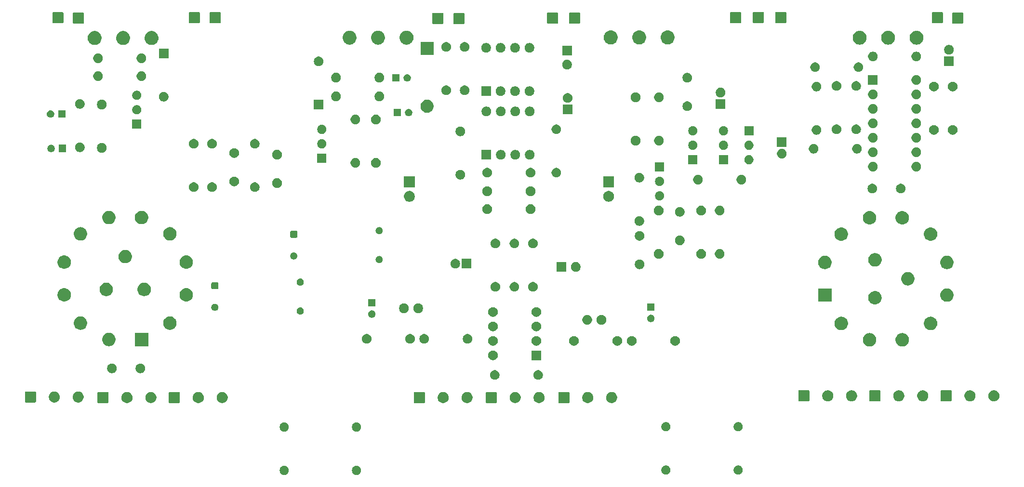
<source format=gbr>
G04 #@! TF.GenerationSoftware,KiCad,Pcbnew,5.1.6*
G04 #@! TF.CreationDate,2020-09-09T18:38:50+01:00*
G04 #@! TF.ProjectId,Tremolo,5472656d-6f6c-46f2-9e6b-696361645f70,V1.1*
G04 #@! TF.SameCoordinates,Original*
G04 #@! TF.FileFunction,Soldermask,Bot*
G04 #@! TF.FilePolarity,Negative*
%FSLAX46Y46*%
G04 Gerber Fmt 4.6, Leading zero omitted, Abs format (unit mm)*
G04 Created by KiCad (PCBNEW 5.1.6) date 2020-09-09 18:38:50*
%MOMM*%
%LPD*%
G01*
G04 APERTURE LIST*
%ADD10C,0.152400*%
G04 APERTURE END LIST*
D10*
G36*
X109659760Y-122460966D02*
G01*
X109684709Y-122471300D01*
X109807353Y-122522101D01*
X109940182Y-122610855D01*
X110053145Y-122723818D01*
X110141899Y-122856647D01*
X110203034Y-123004240D01*
X110234200Y-123160923D01*
X110234200Y-123320677D01*
X110203034Y-123477360D01*
X110141899Y-123624953D01*
X110053145Y-123757782D01*
X109940182Y-123870745D01*
X109807353Y-123959499D01*
X109807352Y-123959500D01*
X109807351Y-123959500D01*
X109659760Y-124020634D01*
X109503078Y-124051800D01*
X109343322Y-124051800D01*
X109186640Y-124020634D01*
X109039049Y-123959500D01*
X109039048Y-123959500D01*
X109039047Y-123959499D01*
X108906218Y-123870745D01*
X108793255Y-123757782D01*
X108704501Y-123624953D01*
X108643366Y-123477360D01*
X108612200Y-123320677D01*
X108612200Y-123160923D01*
X108643366Y-123004240D01*
X108704501Y-122856647D01*
X108793255Y-122723818D01*
X108906218Y-122610855D01*
X109039047Y-122522101D01*
X109161692Y-122471300D01*
X109186640Y-122460966D01*
X109343322Y-122429800D01*
X109503078Y-122429800D01*
X109659760Y-122460966D01*
G37*
G36*
X96959760Y-122460966D02*
G01*
X96984709Y-122471300D01*
X97107353Y-122522101D01*
X97240182Y-122610855D01*
X97353145Y-122723818D01*
X97441899Y-122856647D01*
X97503034Y-123004240D01*
X97534200Y-123160923D01*
X97534200Y-123320677D01*
X97503034Y-123477360D01*
X97441899Y-123624953D01*
X97353145Y-123757782D01*
X97240182Y-123870745D01*
X97107353Y-123959499D01*
X97107352Y-123959500D01*
X97107351Y-123959500D01*
X96959760Y-124020634D01*
X96803078Y-124051800D01*
X96643322Y-124051800D01*
X96486640Y-124020634D01*
X96339049Y-123959500D01*
X96339048Y-123959500D01*
X96339047Y-123959499D01*
X96206218Y-123870745D01*
X96093255Y-123757782D01*
X96004501Y-123624953D01*
X95943366Y-123477360D01*
X95912200Y-123320677D01*
X95912200Y-123160923D01*
X95943366Y-123004240D01*
X96004501Y-122856647D01*
X96093255Y-122723818D01*
X96206218Y-122610855D01*
X96339047Y-122522101D01*
X96461692Y-122471300D01*
X96486640Y-122460966D01*
X96643322Y-122429800D01*
X96803078Y-122429800D01*
X96959760Y-122460966D01*
G37*
G36*
X164015760Y-122410166D02*
G01*
X164163353Y-122471301D01*
X164296182Y-122560055D01*
X164409145Y-122673018D01*
X164497899Y-122805847D01*
X164559034Y-122953440D01*
X164590200Y-123110123D01*
X164590200Y-123269877D01*
X164559034Y-123426560D01*
X164497899Y-123574153D01*
X164409145Y-123706982D01*
X164296182Y-123819945D01*
X164163353Y-123908699D01*
X164163352Y-123908700D01*
X164163351Y-123908700D01*
X164015760Y-123969834D01*
X163859078Y-124001000D01*
X163699322Y-124001000D01*
X163542640Y-123969834D01*
X163395049Y-123908700D01*
X163395048Y-123908700D01*
X163395047Y-123908699D01*
X163262218Y-123819945D01*
X163149255Y-123706982D01*
X163060501Y-123574153D01*
X162999366Y-123426560D01*
X162968200Y-123269877D01*
X162968200Y-123110123D01*
X162999366Y-122953440D01*
X163060501Y-122805847D01*
X163149255Y-122673018D01*
X163262218Y-122560055D01*
X163395047Y-122471301D01*
X163542640Y-122410166D01*
X163699322Y-122379000D01*
X163859078Y-122379000D01*
X164015760Y-122410166D01*
G37*
G36*
X176715760Y-122410166D02*
G01*
X176863353Y-122471301D01*
X176996182Y-122560055D01*
X177109145Y-122673018D01*
X177197899Y-122805847D01*
X177259034Y-122953440D01*
X177290200Y-123110123D01*
X177290200Y-123269877D01*
X177259034Y-123426560D01*
X177197899Y-123574153D01*
X177109145Y-123706982D01*
X176996182Y-123819945D01*
X176863353Y-123908699D01*
X176863352Y-123908700D01*
X176863351Y-123908700D01*
X176715760Y-123969834D01*
X176559078Y-124001000D01*
X176399322Y-124001000D01*
X176242640Y-123969834D01*
X176095049Y-123908700D01*
X176095048Y-123908700D01*
X176095047Y-123908699D01*
X175962218Y-123819945D01*
X175849255Y-123706982D01*
X175760501Y-123574153D01*
X175699366Y-123426560D01*
X175668200Y-123269877D01*
X175668200Y-123110123D01*
X175699366Y-122953440D01*
X175760501Y-122805847D01*
X175849255Y-122673018D01*
X175962218Y-122560055D01*
X176095047Y-122471301D01*
X176242640Y-122410166D01*
X176399322Y-122379000D01*
X176559078Y-122379000D01*
X176715760Y-122410166D01*
G37*
G36*
X96959760Y-114840966D02*
G01*
X96984709Y-114851300D01*
X97107353Y-114902101D01*
X97240182Y-114990855D01*
X97353145Y-115103818D01*
X97441899Y-115236647D01*
X97503034Y-115384240D01*
X97534200Y-115540923D01*
X97534200Y-115700677D01*
X97503034Y-115857360D01*
X97441899Y-116004953D01*
X97353145Y-116137782D01*
X97240182Y-116250745D01*
X97107353Y-116339499D01*
X97107352Y-116339500D01*
X97107351Y-116339500D01*
X96959760Y-116400634D01*
X96803078Y-116431800D01*
X96643322Y-116431800D01*
X96486640Y-116400634D01*
X96339049Y-116339500D01*
X96339048Y-116339500D01*
X96339047Y-116339499D01*
X96206218Y-116250745D01*
X96093255Y-116137782D01*
X96004501Y-116004953D01*
X95943366Y-115857360D01*
X95912200Y-115700677D01*
X95912200Y-115540923D01*
X95943366Y-115384240D01*
X96004501Y-115236647D01*
X96093255Y-115103818D01*
X96206218Y-114990855D01*
X96339047Y-114902101D01*
X96461692Y-114851300D01*
X96486640Y-114840966D01*
X96643322Y-114809800D01*
X96803078Y-114809800D01*
X96959760Y-114840966D01*
G37*
G36*
X109659760Y-114840966D02*
G01*
X109684709Y-114851300D01*
X109807353Y-114902101D01*
X109940182Y-114990855D01*
X110053145Y-115103818D01*
X110141899Y-115236647D01*
X110203034Y-115384240D01*
X110234200Y-115540923D01*
X110234200Y-115700677D01*
X110203034Y-115857360D01*
X110141899Y-116004953D01*
X110053145Y-116137782D01*
X109940182Y-116250745D01*
X109807353Y-116339499D01*
X109807352Y-116339500D01*
X109807351Y-116339500D01*
X109659760Y-116400634D01*
X109503078Y-116431800D01*
X109343322Y-116431800D01*
X109186640Y-116400634D01*
X109039049Y-116339500D01*
X109039048Y-116339500D01*
X109039047Y-116339499D01*
X108906218Y-116250745D01*
X108793255Y-116137782D01*
X108704501Y-116004953D01*
X108643366Y-115857360D01*
X108612200Y-115700677D01*
X108612200Y-115540923D01*
X108643366Y-115384240D01*
X108704501Y-115236647D01*
X108793255Y-115103818D01*
X108906218Y-114990855D01*
X109039047Y-114902101D01*
X109161692Y-114851300D01*
X109186640Y-114840966D01*
X109343322Y-114809800D01*
X109503078Y-114809800D01*
X109659760Y-114840966D01*
G37*
G36*
X164015760Y-114790166D02*
G01*
X164163353Y-114851301D01*
X164296182Y-114940055D01*
X164409145Y-115053018D01*
X164497899Y-115185847D01*
X164559034Y-115333440D01*
X164590200Y-115490123D01*
X164590200Y-115649877D01*
X164559034Y-115806560D01*
X164497899Y-115954153D01*
X164409145Y-116086982D01*
X164296182Y-116199945D01*
X164163353Y-116288699D01*
X164163352Y-116288700D01*
X164163351Y-116288700D01*
X164015760Y-116349834D01*
X163859078Y-116381000D01*
X163699322Y-116381000D01*
X163542640Y-116349834D01*
X163395049Y-116288700D01*
X163395048Y-116288700D01*
X163395047Y-116288699D01*
X163262218Y-116199945D01*
X163149255Y-116086982D01*
X163060501Y-115954153D01*
X162999366Y-115806560D01*
X162968200Y-115649877D01*
X162968200Y-115490123D01*
X162999366Y-115333440D01*
X163060501Y-115185847D01*
X163149255Y-115053018D01*
X163262218Y-114940055D01*
X163395047Y-114851301D01*
X163542640Y-114790166D01*
X163699322Y-114759000D01*
X163859078Y-114759000D01*
X164015760Y-114790166D01*
G37*
G36*
X176715760Y-114790166D02*
G01*
X176863353Y-114851301D01*
X176996182Y-114940055D01*
X177109145Y-115053018D01*
X177197899Y-115185847D01*
X177259034Y-115333440D01*
X177290200Y-115490123D01*
X177290200Y-115649877D01*
X177259034Y-115806560D01*
X177197899Y-115954153D01*
X177109145Y-116086982D01*
X176996182Y-116199945D01*
X176863353Y-116288699D01*
X176863352Y-116288700D01*
X176863351Y-116288700D01*
X176715760Y-116349834D01*
X176559078Y-116381000D01*
X176399322Y-116381000D01*
X176242640Y-116349834D01*
X176095049Y-116288700D01*
X176095048Y-116288700D01*
X176095047Y-116288699D01*
X175962218Y-116199945D01*
X175849255Y-116086982D01*
X175760501Y-115954153D01*
X175699366Y-115806560D01*
X175668200Y-115649877D01*
X175668200Y-115490123D01*
X175699366Y-115333440D01*
X175760501Y-115185847D01*
X175849255Y-115053018D01*
X175962218Y-114940055D01*
X176095047Y-114851301D01*
X176242640Y-114790166D01*
X176399322Y-114759000D01*
X176559078Y-114759000D01*
X176715760Y-114790166D01*
G37*
G36*
X150331487Y-109500707D02*
G01*
X150331490Y-109500708D01*
X150331489Y-109500708D01*
X150509109Y-109574280D01*
X150535691Y-109592042D01*
X150668961Y-109681089D01*
X150804911Y-109817039D01*
X150893958Y-109950309D01*
X150911720Y-109976891D01*
X150943208Y-110052911D01*
X150985293Y-110154513D01*
X151022800Y-110343071D01*
X151022800Y-110535329D01*
X150985293Y-110723887D01*
X150985292Y-110723889D01*
X150911720Y-110901509D01*
X150911719Y-110901510D01*
X150804911Y-111061361D01*
X150668961Y-111197311D01*
X150539198Y-111284015D01*
X150509109Y-111304120D01*
X150371727Y-111361025D01*
X150331487Y-111377693D01*
X150142929Y-111415200D01*
X149950671Y-111415200D01*
X149762113Y-111377693D01*
X149721873Y-111361025D01*
X149584491Y-111304120D01*
X149554402Y-111284015D01*
X149424639Y-111197311D01*
X149288689Y-111061361D01*
X149181881Y-110901510D01*
X149181880Y-110901509D01*
X149108308Y-110723889D01*
X149108307Y-110723887D01*
X149070800Y-110535329D01*
X149070800Y-110343071D01*
X149108307Y-110154513D01*
X149150392Y-110052911D01*
X149181880Y-109976891D01*
X149199642Y-109950309D01*
X149288689Y-109817039D01*
X149424639Y-109681089D01*
X149557909Y-109592042D01*
X149584491Y-109574280D01*
X149762111Y-109500708D01*
X149762110Y-109500708D01*
X149762113Y-109500707D01*
X149950671Y-109463200D01*
X150142929Y-109463200D01*
X150331487Y-109500707D01*
G37*
G36*
X78256181Y-109467109D02*
G01*
X78288442Y-109476895D01*
X78318169Y-109492785D01*
X78344229Y-109514171D01*
X78365615Y-109540231D01*
X78381505Y-109569958D01*
X78391291Y-109602219D01*
X78395200Y-109641908D01*
X78395200Y-111236492D01*
X78391291Y-111276181D01*
X78381505Y-111308442D01*
X78365615Y-111338169D01*
X78344229Y-111364229D01*
X78318169Y-111385615D01*
X78288442Y-111401505D01*
X78256181Y-111411291D01*
X78216492Y-111415200D01*
X76621908Y-111415200D01*
X76582219Y-111411291D01*
X76549958Y-111401505D01*
X76520231Y-111385615D01*
X76494171Y-111364229D01*
X76472785Y-111338169D01*
X76456895Y-111308442D01*
X76447109Y-111276181D01*
X76443200Y-111236492D01*
X76443200Y-109641908D01*
X76447109Y-109602219D01*
X76456895Y-109569958D01*
X76472785Y-109540231D01*
X76494171Y-109514171D01*
X76520231Y-109492785D01*
X76549958Y-109476895D01*
X76582219Y-109467109D01*
X76621908Y-109463200D01*
X78216492Y-109463200D01*
X78256181Y-109467109D01*
G37*
G36*
X121283781Y-109467109D02*
G01*
X121316042Y-109476895D01*
X121345769Y-109492785D01*
X121371829Y-109514171D01*
X121393215Y-109540231D01*
X121409105Y-109569958D01*
X121418891Y-109602219D01*
X121422800Y-109641908D01*
X121422800Y-111236492D01*
X121418891Y-111276181D01*
X121409105Y-111308442D01*
X121393215Y-111338169D01*
X121371829Y-111364229D01*
X121345769Y-111385615D01*
X121316042Y-111401505D01*
X121283781Y-111411291D01*
X121244092Y-111415200D01*
X119649508Y-111415200D01*
X119609819Y-111411291D01*
X119577558Y-111401505D01*
X119547831Y-111385615D01*
X119521771Y-111364229D01*
X119500385Y-111338169D01*
X119484495Y-111308442D01*
X119474709Y-111276181D01*
X119470800Y-111236492D01*
X119470800Y-109641908D01*
X119474709Y-109602219D01*
X119484495Y-109569958D01*
X119500385Y-109540231D01*
X119521771Y-109514171D01*
X119547831Y-109492785D01*
X119577558Y-109476895D01*
X119609819Y-109467109D01*
X119649508Y-109463200D01*
X121244092Y-109463200D01*
X121283781Y-109467109D01*
G37*
G36*
X129131487Y-109500707D02*
G01*
X129131490Y-109500708D01*
X129131489Y-109500708D01*
X129309109Y-109574280D01*
X129335691Y-109592042D01*
X129468961Y-109681089D01*
X129604911Y-109817039D01*
X129693958Y-109950309D01*
X129711720Y-109976891D01*
X129743208Y-110052911D01*
X129785293Y-110154513D01*
X129822800Y-110343071D01*
X129822800Y-110535329D01*
X129785293Y-110723887D01*
X129785292Y-110723889D01*
X129711720Y-110901509D01*
X129711719Y-110901510D01*
X129604911Y-111061361D01*
X129468961Y-111197311D01*
X129339198Y-111284015D01*
X129309109Y-111304120D01*
X129171727Y-111361025D01*
X129131487Y-111377693D01*
X128942929Y-111415200D01*
X128750671Y-111415200D01*
X128562113Y-111377693D01*
X128521873Y-111361025D01*
X128384491Y-111304120D01*
X128354402Y-111284015D01*
X128224639Y-111197311D01*
X128088689Y-111061361D01*
X127981881Y-110901510D01*
X127981880Y-110901509D01*
X127908308Y-110723889D01*
X127908307Y-110723887D01*
X127870800Y-110535329D01*
X127870800Y-110343071D01*
X127908307Y-110154513D01*
X127950392Y-110052911D01*
X127981880Y-109976891D01*
X127999642Y-109950309D01*
X128088689Y-109817039D01*
X128224639Y-109681089D01*
X128357909Y-109592042D01*
X128384491Y-109574280D01*
X128562111Y-109500708D01*
X128562110Y-109500708D01*
X128562113Y-109500707D01*
X128750671Y-109463200D01*
X128942929Y-109463200D01*
X129131487Y-109500707D01*
G37*
G36*
X133932981Y-109467109D02*
G01*
X133965242Y-109476895D01*
X133994969Y-109492785D01*
X134021029Y-109514171D01*
X134042415Y-109540231D01*
X134058305Y-109569958D01*
X134068091Y-109602219D01*
X134072000Y-109641908D01*
X134072000Y-111236492D01*
X134068091Y-111276181D01*
X134058305Y-111308442D01*
X134042415Y-111338169D01*
X134021029Y-111364229D01*
X133994969Y-111385615D01*
X133965242Y-111401505D01*
X133932981Y-111411291D01*
X133893292Y-111415200D01*
X132298708Y-111415200D01*
X132259019Y-111411291D01*
X132226758Y-111401505D01*
X132197031Y-111385615D01*
X132170971Y-111364229D01*
X132149585Y-111338169D01*
X132133695Y-111308442D01*
X132123909Y-111276181D01*
X132120000Y-111236492D01*
X132120000Y-109641908D01*
X132123909Y-109602219D01*
X132133695Y-109569958D01*
X132149585Y-109540231D01*
X132170971Y-109514171D01*
X132197031Y-109492785D01*
X132226758Y-109476895D01*
X132259019Y-109467109D01*
X132298708Y-109463200D01*
X133893292Y-109463200D01*
X133932981Y-109467109D01*
G37*
G36*
X137580687Y-109500707D02*
G01*
X137580690Y-109500708D01*
X137580689Y-109500708D01*
X137758309Y-109574280D01*
X137784891Y-109592042D01*
X137918161Y-109681089D01*
X138054111Y-109817039D01*
X138143158Y-109950309D01*
X138160920Y-109976891D01*
X138192408Y-110052911D01*
X138234493Y-110154513D01*
X138272000Y-110343071D01*
X138272000Y-110535329D01*
X138234493Y-110723887D01*
X138234492Y-110723889D01*
X138160920Y-110901509D01*
X138160919Y-110901510D01*
X138054111Y-111061361D01*
X137918161Y-111197311D01*
X137788398Y-111284015D01*
X137758309Y-111304120D01*
X137620927Y-111361025D01*
X137580687Y-111377693D01*
X137392129Y-111415200D01*
X137199871Y-111415200D01*
X137011313Y-111377693D01*
X136971073Y-111361025D01*
X136833691Y-111304120D01*
X136803602Y-111284015D01*
X136673839Y-111197311D01*
X136537889Y-111061361D01*
X136431081Y-110901510D01*
X136431080Y-110901509D01*
X136357508Y-110723889D01*
X136357507Y-110723887D01*
X136320000Y-110535329D01*
X136320000Y-110343071D01*
X136357507Y-110154513D01*
X136399592Y-110052911D01*
X136431080Y-109976891D01*
X136448842Y-109950309D01*
X136537889Y-109817039D01*
X136673839Y-109681089D01*
X136807109Y-109592042D01*
X136833691Y-109574280D01*
X137011311Y-109500708D01*
X137011310Y-109500708D01*
X137011313Y-109500707D01*
X137199871Y-109463200D01*
X137392129Y-109463200D01*
X137580687Y-109500707D01*
G37*
G36*
X141780687Y-109500707D02*
G01*
X141780690Y-109500708D01*
X141780689Y-109500708D01*
X141958309Y-109574280D01*
X141984891Y-109592042D01*
X142118161Y-109681089D01*
X142254111Y-109817039D01*
X142343158Y-109950309D01*
X142360920Y-109976891D01*
X142392408Y-110052911D01*
X142434493Y-110154513D01*
X142472000Y-110343071D01*
X142472000Y-110535329D01*
X142434493Y-110723887D01*
X142434492Y-110723889D01*
X142360920Y-110901509D01*
X142360919Y-110901510D01*
X142254111Y-111061361D01*
X142118161Y-111197311D01*
X141988398Y-111284015D01*
X141958309Y-111304120D01*
X141820927Y-111361025D01*
X141780687Y-111377693D01*
X141592129Y-111415200D01*
X141399871Y-111415200D01*
X141211313Y-111377693D01*
X141171073Y-111361025D01*
X141033691Y-111304120D01*
X141003602Y-111284015D01*
X140873839Y-111197311D01*
X140737889Y-111061361D01*
X140631081Y-110901510D01*
X140631080Y-110901509D01*
X140557508Y-110723889D01*
X140557507Y-110723887D01*
X140520000Y-110535329D01*
X140520000Y-110343071D01*
X140557507Y-110154513D01*
X140599592Y-110052911D01*
X140631080Y-109976891D01*
X140648842Y-109950309D01*
X140737889Y-109817039D01*
X140873839Y-109681089D01*
X141007109Y-109592042D01*
X141033691Y-109574280D01*
X141211311Y-109500708D01*
X141211310Y-109500708D01*
X141211313Y-109500707D01*
X141399871Y-109463200D01*
X141592129Y-109463200D01*
X141780687Y-109500707D01*
G37*
G36*
X154531487Y-109500707D02*
G01*
X154531490Y-109500708D01*
X154531489Y-109500708D01*
X154709109Y-109574280D01*
X154735691Y-109592042D01*
X154868961Y-109681089D01*
X155004911Y-109817039D01*
X155093958Y-109950309D01*
X155111720Y-109976891D01*
X155143208Y-110052911D01*
X155185293Y-110154513D01*
X155222800Y-110343071D01*
X155222800Y-110535329D01*
X155185293Y-110723887D01*
X155185292Y-110723889D01*
X155111720Y-110901509D01*
X155111719Y-110901510D01*
X155004911Y-111061361D01*
X154868961Y-111197311D01*
X154739198Y-111284015D01*
X154709109Y-111304120D01*
X154571727Y-111361025D01*
X154531487Y-111377693D01*
X154342929Y-111415200D01*
X154150671Y-111415200D01*
X153962113Y-111377693D01*
X153921873Y-111361025D01*
X153784491Y-111304120D01*
X153754402Y-111284015D01*
X153624639Y-111197311D01*
X153488689Y-111061361D01*
X153381881Y-110901510D01*
X153381880Y-110901509D01*
X153308308Y-110723889D01*
X153308307Y-110723887D01*
X153270800Y-110535329D01*
X153270800Y-110343071D01*
X153308307Y-110154513D01*
X153350392Y-110052911D01*
X153381880Y-109976891D01*
X153399642Y-109950309D01*
X153488689Y-109817039D01*
X153624639Y-109681089D01*
X153757909Y-109592042D01*
X153784491Y-109574280D01*
X153962111Y-109500708D01*
X153962110Y-109500708D01*
X153962113Y-109500707D01*
X154150671Y-109463200D01*
X154342929Y-109463200D01*
X154531487Y-109500707D01*
G37*
G36*
X146683781Y-109467109D02*
G01*
X146716042Y-109476895D01*
X146745769Y-109492785D01*
X146771829Y-109514171D01*
X146793215Y-109540231D01*
X146809105Y-109569958D01*
X146818891Y-109602219D01*
X146822800Y-109641908D01*
X146822800Y-111236492D01*
X146818891Y-111276181D01*
X146809105Y-111308442D01*
X146793215Y-111338169D01*
X146771829Y-111364229D01*
X146745769Y-111385615D01*
X146716042Y-111401505D01*
X146683781Y-111411291D01*
X146644092Y-111415200D01*
X145049508Y-111415200D01*
X145009819Y-111411291D01*
X144977558Y-111401505D01*
X144947831Y-111385615D01*
X144921771Y-111364229D01*
X144900385Y-111338169D01*
X144884495Y-111308442D01*
X144874709Y-111276181D01*
X144870800Y-111236492D01*
X144870800Y-109641908D01*
X144874709Y-109602219D01*
X144884495Y-109569958D01*
X144900385Y-109540231D01*
X144921771Y-109514171D01*
X144947831Y-109492785D01*
X144977558Y-109476895D01*
X145009819Y-109467109D01*
X145049508Y-109463200D01*
X146644092Y-109463200D01*
X146683781Y-109467109D01*
G37*
G36*
X65724981Y-109467109D02*
G01*
X65757242Y-109476895D01*
X65786969Y-109492785D01*
X65813029Y-109514171D01*
X65834415Y-109540231D01*
X65850305Y-109569958D01*
X65860091Y-109602219D01*
X65864000Y-109641908D01*
X65864000Y-111236492D01*
X65860091Y-111276181D01*
X65850305Y-111308442D01*
X65834415Y-111338169D01*
X65813029Y-111364229D01*
X65786969Y-111385615D01*
X65757242Y-111401505D01*
X65724981Y-111411291D01*
X65685292Y-111415200D01*
X64090708Y-111415200D01*
X64051019Y-111411291D01*
X64018758Y-111401505D01*
X63989031Y-111385615D01*
X63962971Y-111364229D01*
X63941585Y-111338169D01*
X63925695Y-111308442D01*
X63915909Y-111276181D01*
X63912000Y-111236492D01*
X63912000Y-109641908D01*
X63915909Y-109602219D01*
X63925695Y-109569958D01*
X63941585Y-109540231D01*
X63962971Y-109514171D01*
X63989031Y-109492785D01*
X64018758Y-109476895D01*
X64051019Y-109467109D01*
X64090708Y-109463200D01*
X65685292Y-109463200D01*
X65724981Y-109467109D01*
G37*
G36*
X69372687Y-109500707D02*
G01*
X69372690Y-109500708D01*
X69372689Y-109500708D01*
X69550309Y-109574280D01*
X69576891Y-109592042D01*
X69710161Y-109681089D01*
X69846111Y-109817039D01*
X69935158Y-109950309D01*
X69952920Y-109976891D01*
X69984408Y-110052911D01*
X70026493Y-110154513D01*
X70064000Y-110343071D01*
X70064000Y-110535329D01*
X70026493Y-110723887D01*
X70026492Y-110723889D01*
X69952920Y-110901509D01*
X69952919Y-110901510D01*
X69846111Y-111061361D01*
X69710161Y-111197311D01*
X69580398Y-111284015D01*
X69550309Y-111304120D01*
X69412927Y-111361025D01*
X69372687Y-111377693D01*
X69184129Y-111415200D01*
X68991871Y-111415200D01*
X68803313Y-111377693D01*
X68763073Y-111361025D01*
X68625691Y-111304120D01*
X68595602Y-111284015D01*
X68465839Y-111197311D01*
X68329889Y-111061361D01*
X68223081Y-110901510D01*
X68223080Y-110901509D01*
X68149508Y-110723889D01*
X68149507Y-110723887D01*
X68112000Y-110535329D01*
X68112000Y-110343071D01*
X68149507Y-110154513D01*
X68191592Y-110052911D01*
X68223080Y-109976891D01*
X68240842Y-109950309D01*
X68329889Y-109817039D01*
X68465839Y-109681089D01*
X68599109Y-109592042D01*
X68625691Y-109574280D01*
X68803311Y-109500708D01*
X68803310Y-109500708D01*
X68803313Y-109500707D01*
X68991871Y-109463200D01*
X69184129Y-109463200D01*
X69372687Y-109500707D01*
G37*
G36*
X73572687Y-109500707D02*
G01*
X73572690Y-109500708D01*
X73572689Y-109500708D01*
X73750309Y-109574280D01*
X73776891Y-109592042D01*
X73910161Y-109681089D01*
X74046111Y-109817039D01*
X74135158Y-109950309D01*
X74152920Y-109976891D01*
X74184408Y-110052911D01*
X74226493Y-110154513D01*
X74264000Y-110343071D01*
X74264000Y-110535329D01*
X74226493Y-110723887D01*
X74226492Y-110723889D01*
X74152920Y-110901509D01*
X74152919Y-110901510D01*
X74046111Y-111061361D01*
X73910161Y-111197311D01*
X73780398Y-111284015D01*
X73750309Y-111304120D01*
X73612927Y-111361025D01*
X73572687Y-111377693D01*
X73384129Y-111415200D01*
X73191871Y-111415200D01*
X73003313Y-111377693D01*
X72963073Y-111361025D01*
X72825691Y-111304120D01*
X72795602Y-111284015D01*
X72665839Y-111197311D01*
X72529889Y-111061361D01*
X72423081Y-110901510D01*
X72423080Y-110901509D01*
X72349508Y-110723889D01*
X72349507Y-110723887D01*
X72312000Y-110535329D01*
X72312000Y-110343071D01*
X72349507Y-110154513D01*
X72391592Y-110052911D01*
X72423080Y-109976891D01*
X72440842Y-109950309D01*
X72529889Y-109817039D01*
X72665839Y-109681089D01*
X72799109Y-109592042D01*
X72825691Y-109574280D01*
X73003311Y-109500708D01*
X73003310Y-109500708D01*
X73003313Y-109500707D01*
X73191871Y-109463200D01*
X73384129Y-109463200D01*
X73572687Y-109500707D01*
G37*
G36*
X86103887Y-109500707D02*
G01*
X86103890Y-109500708D01*
X86103889Y-109500708D01*
X86281509Y-109574280D01*
X86308091Y-109592042D01*
X86441361Y-109681089D01*
X86577311Y-109817039D01*
X86666358Y-109950309D01*
X86684120Y-109976891D01*
X86715608Y-110052911D01*
X86757693Y-110154513D01*
X86795200Y-110343071D01*
X86795200Y-110535329D01*
X86757693Y-110723887D01*
X86757692Y-110723889D01*
X86684120Y-110901509D01*
X86684119Y-110901510D01*
X86577311Y-111061361D01*
X86441361Y-111197311D01*
X86311598Y-111284015D01*
X86281509Y-111304120D01*
X86144127Y-111361025D01*
X86103887Y-111377693D01*
X85915329Y-111415200D01*
X85723071Y-111415200D01*
X85534513Y-111377693D01*
X85494273Y-111361025D01*
X85356891Y-111304120D01*
X85326802Y-111284015D01*
X85197039Y-111197311D01*
X85061089Y-111061361D01*
X84954281Y-110901510D01*
X84954280Y-110901509D01*
X84880708Y-110723889D01*
X84880707Y-110723887D01*
X84843200Y-110535329D01*
X84843200Y-110343071D01*
X84880707Y-110154513D01*
X84922792Y-110052911D01*
X84954280Y-109976891D01*
X84972042Y-109950309D01*
X85061089Y-109817039D01*
X85197039Y-109681089D01*
X85330309Y-109592042D01*
X85356891Y-109574280D01*
X85534511Y-109500708D01*
X85534510Y-109500708D01*
X85534513Y-109500707D01*
X85723071Y-109463200D01*
X85915329Y-109463200D01*
X86103887Y-109500707D01*
G37*
G36*
X124931487Y-109500707D02*
G01*
X124931490Y-109500708D01*
X124931489Y-109500708D01*
X125109109Y-109574280D01*
X125135691Y-109592042D01*
X125268961Y-109681089D01*
X125404911Y-109817039D01*
X125493958Y-109950309D01*
X125511720Y-109976891D01*
X125543208Y-110052911D01*
X125585293Y-110154513D01*
X125622800Y-110343071D01*
X125622800Y-110535329D01*
X125585293Y-110723887D01*
X125585292Y-110723889D01*
X125511720Y-110901509D01*
X125511719Y-110901510D01*
X125404911Y-111061361D01*
X125268961Y-111197311D01*
X125139198Y-111284015D01*
X125109109Y-111304120D01*
X124971727Y-111361025D01*
X124931487Y-111377693D01*
X124742929Y-111415200D01*
X124550671Y-111415200D01*
X124362113Y-111377693D01*
X124321873Y-111361025D01*
X124184491Y-111304120D01*
X124154402Y-111284015D01*
X124024639Y-111197311D01*
X123888689Y-111061361D01*
X123781881Y-110901510D01*
X123781880Y-110901509D01*
X123708308Y-110723889D01*
X123708307Y-110723887D01*
X123670800Y-110535329D01*
X123670800Y-110343071D01*
X123708307Y-110154513D01*
X123750392Y-110052911D01*
X123781880Y-109976891D01*
X123799642Y-109950309D01*
X123888689Y-109817039D01*
X124024639Y-109681089D01*
X124157909Y-109592042D01*
X124184491Y-109574280D01*
X124362111Y-109500708D01*
X124362110Y-109500708D01*
X124362113Y-109500707D01*
X124550671Y-109463200D01*
X124742929Y-109463200D01*
X124931487Y-109500707D01*
G37*
G36*
X81903887Y-109500707D02*
G01*
X81903890Y-109500708D01*
X81903889Y-109500708D01*
X82081509Y-109574280D01*
X82108091Y-109592042D01*
X82241361Y-109681089D01*
X82377311Y-109817039D01*
X82466358Y-109950309D01*
X82484120Y-109976891D01*
X82515608Y-110052911D01*
X82557693Y-110154513D01*
X82595200Y-110343071D01*
X82595200Y-110535329D01*
X82557693Y-110723887D01*
X82557692Y-110723889D01*
X82484120Y-110901509D01*
X82484119Y-110901510D01*
X82377311Y-111061361D01*
X82241361Y-111197311D01*
X82111598Y-111284015D01*
X82081509Y-111304120D01*
X81944127Y-111361025D01*
X81903887Y-111377693D01*
X81715329Y-111415200D01*
X81523071Y-111415200D01*
X81334513Y-111377693D01*
X81294273Y-111361025D01*
X81156891Y-111304120D01*
X81126802Y-111284015D01*
X80997039Y-111197311D01*
X80861089Y-111061361D01*
X80754281Y-110901510D01*
X80754280Y-110901509D01*
X80680708Y-110723889D01*
X80680707Y-110723887D01*
X80643200Y-110535329D01*
X80643200Y-110343071D01*
X80680707Y-110154513D01*
X80722792Y-110052911D01*
X80754280Y-109976891D01*
X80772042Y-109950309D01*
X80861089Y-109817039D01*
X80997039Y-109681089D01*
X81130309Y-109592042D01*
X81156891Y-109574280D01*
X81334511Y-109500708D01*
X81334510Y-109500708D01*
X81334513Y-109500707D01*
X81523071Y-109463200D01*
X81715329Y-109463200D01*
X81903887Y-109500707D01*
G37*
G36*
X56605487Y-109399107D02*
G01*
X56605490Y-109399108D01*
X56605489Y-109399108D01*
X56783109Y-109472680D01*
X56798971Y-109483279D01*
X56942961Y-109579489D01*
X57078911Y-109715439D01*
X57146796Y-109817037D01*
X57185720Y-109875291D01*
X57227803Y-109976890D01*
X57259293Y-110052913D01*
X57296800Y-110241471D01*
X57296800Y-110433729D01*
X57259293Y-110622287D01*
X57259292Y-110622289D01*
X57185720Y-110799909D01*
X57185719Y-110799910D01*
X57078911Y-110959761D01*
X56942961Y-111095711D01*
X56809691Y-111184758D01*
X56783109Y-111202520D01*
X56662779Y-111252362D01*
X56605487Y-111276093D01*
X56416929Y-111313600D01*
X56224671Y-111313600D01*
X56036113Y-111276093D01*
X55978821Y-111252362D01*
X55858491Y-111202520D01*
X55831909Y-111184758D01*
X55698639Y-111095711D01*
X55562689Y-110959761D01*
X55455881Y-110799910D01*
X55455880Y-110799909D01*
X55382308Y-110622289D01*
X55382307Y-110622287D01*
X55344800Y-110433729D01*
X55344800Y-110241471D01*
X55382307Y-110052913D01*
X55413797Y-109976890D01*
X55455880Y-109875291D01*
X55494804Y-109817037D01*
X55562689Y-109715439D01*
X55698639Y-109579489D01*
X55842629Y-109483279D01*
X55858491Y-109472680D01*
X56036111Y-109399108D01*
X56036110Y-109399108D01*
X56036113Y-109399107D01*
X56224671Y-109361600D01*
X56416929Y-109361600D01*
X56605487Y-109399107D01*
G37*
G36*
X52957781Y-109365509D02*
G01*
X52990042Y-109375295D01*
X53019769Y-109391185D01*
X53045829Y-109412571D01*
X53067215Y-109438631D01*
X53083105Y-109468358D01*
X53092891Y-109500619D01*
X53096800Y-109540308D01*
X53096800Y-111134892D01*
X53092891Y-111174581D01*
X53083105Y-111206842D01*
X53067215Y-111236569D01*
X53045829Y-111262629D01*
X53019769Y-111284015D01*
X52990042Y-111299905D01*
X52957781Y-111309691D01*
X52918092Y-111313600D01*
X51323508Y-111313600D01*
X51283819Y-111309691D01*
X51251558Y-111299905D01*
X51221831Y-111284015D01*
X51195771Y-111262629D01*
X51174385Y-111236569D01*
X51158495Y-111206842D01*
X51148709Y-111174581D01*
X51144800Y-111134892D01*
X51144800Y-109540308D01*
X51148709Y-109500619D01*
X51158495Y-109468358D01*
X51174385Y-109438631D01*
X51195771Y-109412571D01*
X51221831Y-109391185D01*
X51251558Y-109375295D01*
X51283819Y-109365509D01*
X51323508Y-109361600D01*
X52918092Y-109361600D01*
X52957781Y-109365509D01*
G37*
G36*
X60805487Y-109399107D02*
G01*
X60805490Y-109399108D01*
X60805489Y-109399108D01*
X60983109Y-109472680D01*
X60998971Y-109483279D01*
X61142961Y-109579489D01*
X61278911Y-109715439D01*
X61346796Y-109817037D01*
X61385720Y-109875291D01*
X61427803Y-109976890D01*
X61459293Y-110052913D01*
X61496800Y-110241471D01*
X61496800Y-110433729D01*
X61459293Y-110622287D01*
X61459292Y-110622289D01*
X61385720Y-110799909D01*
X61385719Y-110799910D01*
X61278911Y-110959761D01*
X61142961Y-111095711D01*
X61009691Y-111184758D01*
X60983109Y-111202520D01*
X60862779Y-111252362D01*
X60805487Y-111276093D01*
X60616929Y-111313600D01*
X60424671Y-111313600D01*
X60236113Y-111276093D01*
X60178821Y-111252362D01*
X60058491Y-111202520D01*
X60031909Y-111184758D01*
X59898639Y-111095711D01*
X59762689Y-110959761D01*
X59655881Y-110799910D01*
X59655880Y-110799909D01*
X59582308Y-110622289D01*
X59582307Y-110622287D01*
X59544800Y-110433729D01*
X59544800Y-110241471D01*
X59582307Y-110052913D01*
X59613797Y-109976890D01*
X59655880Y-109875291D01*
X59694804Y-109817037D01*
X59762689Y-109715439D01*
X59898639Y-109579489D01*
X60042629Y-109483279D01*
X60058491Y-109472680D01*
X60236111Y-109399108D01*
X60236110Y-109399108D01*
X60236113Y-109399107D01*
X60424671Y-109361600D01*
X60616929Y-109361600D01*
X60805487Y-109399107D01*
G37*
G36*
X196695487Y-109195907D02*
G01*
X196695490Y-109195908D01*
X196695489Y-109195908D01*
X196873109Y-109269480D01*
X196899691Y-109287242D01*
X197032961Y-109376289D01*
X197168911Y-109512239D01*
X197244948Y-109626038D01*
X197275720Y-109672091D01*
X197332625Y-109809473D01*
X197349293Y-109849713D01*
X197386800Y-110038271D01*
X197386800Y-110230529D01*
X197349293Y-110419087D01*
X197349292Y-110419089D01*
X197275720Y-110596709D01*
X197275719Y-110596710D01*
X197168911Y-110756561D01*
X197032961Y-110892511D01*
X196899691Y-110981558D01*
X196873109Y-110999320D01*
X196751197Y-111049817D01*
X196695487Y-111072893D01*
X196506929Y-111110400D01*
X196314671Y-111110400D01*
X196126113Y-111072893D01*
X196070403Y-111049817D01*
X195948491Y-110999320D01*
X195921909Y-110981558D01*
X195788639Y-110892511D01*
X195652689Y-110756561D01*
X195545881Y-110596710D01*
X195545880Y-110596709D01*
X195472308Y-110419089D01*
X195472307Y-110419087D01*
X195434800Y-110230529D01*
X195434800Y-110038271D01*
X195472307Y-109849713D01*
X195488975Y-109809473D01*
X195545880Y-109672091D01*
X195576652Y-109626038D01*
X195652689Y-109512239D01*
X195788639Y-109376289D01*
X195921909Y-109287242D01*
X195948491Y-109269480D01*
X196126111Y-109195908D01*
X196126110Y-109195908D01*
X196126113Y-109195907D01*
X196314671Y-109158400D01*
X196506929Y-109158400D01*
X196695487Y-109195907D01*
G37*
G36*
X213841381Y-109162309D02*
G01*
X213873642Y-109172095D01*
X213903369Y-109187985D01*
X213929429Y-109209371D01*
X213950815Y-109235431D01*
X213966705Y-109265158D01*
X213976491Y-109297419D01*
X213980400Y-109337108D01*
X213980400Y-110931692D01*
X213976491Y-110971381D01*
X213966705Y-111003642D01*
X213950815Y-111033369D01*
X213929429Y-111059429D01*
X213903369Y-111080815D01*
X213873642Y-111096705D01*
X213841381Y-111106491D01*
X213801692Y-111110400D01*
X212207108Y-111110400D01*
X212167419Y-111106491D01*
X212135158Y-111096705D01*
X212105431Y-111080815D01*
X212079371Y-111059429D01*
X212057985Y-111033369D01*
X212042095Y-111003642D01*
X212032309Y-110971381D01*
X212028400Y-110931692D01*
X212028400Y-109337108D01*
X212032309Y-109297419D01*
X212042095Y-109265158D01*
X212057985Y-109235431D01*
X212079371Y-109209371D01*
X212105431Y-109187985D01*
X212135158Y-109172095D01*
X212167419Y-109162309D01*
X212207108Y-109158400D01*
X213801692Y-109158400D01*
X213841381Y-109162309D01*
G37*
G36*
X217489087Y-109195907D02*
G01*
X217489090Y-109195908D01*
X217489089Y-109195908D01*
X217666709Y-109269480D01*
X217693291Y-109287242D01*
X217826561Y-109376289D01*
X217962511Y-109512239D01*
X218038548Y-109626038D01*
X218069320Y-109672091D01*
X218126225Y-109809473D01*
X218142893Y-109849713D01*
X218180400Y-110038271D01*
X218180400Y-110230529D01*
X218142893Y-110419087D01*
X218142892Y-110419089D01*
X218069320Y-110596709D01*
X218069319Y-110596710D01*
X217962511Y-110756561D01*
X217826561Y-110892511D01*
X217693291Y-110981558D01*
X217666709Y-110999320D01*
X217544797Y-111049817D01*
X217489087Y-111072893D01*
X217300529Y-111110400D01*
X217108271Y-111110400D01*
X216919713Y-111072893D01*
X216864003Y-111049817D01*
X216742091Y-110999320D01*
X216715509Y-110981558D01*
X216582239Y-110892511D01*
X216446289Y-110756561D01*
X216339481Y-110596710D01*
X216339480Y-110596709D01*
X216265908Y-110419089D01*
X216265907Y-110419087D01*
X216228400Y-110230529D01*
X216228400Y-110038271D01*
X216265907Y-109849713D01*
X216282575Y-109809473D01*
X216339480Y-109672091D01*
X216370252Y-109626038D01*
X216446289Y-109512239D01*
X216582239Y-109376289D01*
X216715509Y-109287242D01*
X216742091Y-109269480D01*
X216919711Y-109195908D01*
X216919710Y-109195908D01*
X216919713Y-109195907D01*
X217108271Y-109158400D01*
X217300529Y-109158400D01*
X217489087Y-109195907D01*
G37*
G36*
X201344581Y-109162309D02*
G01*
X201376842Y-109172095D01*
X201406569Y-109187985D01*
X201432629Y-109209371D01*
X201454015Y-109235431D01*
X201469905Y-109265158D01*
X201479691Y-109297419D01*
X201483600Y-109337108D01*
X201483600Y-110931692D01*
X201479691Y-110971381D01*
X201469905Y-111003642D01*
X201454015Y-111033369D01*
X201432629Y-111059429D01*
X201406569Y-111080815D01*
X201376842Y-111096705D01*
X201344581Y-111106491D01*
X201304892Y-111110400D01*
X199710308Y-111110400D01*
X199670619Y-111106491D01*
X199638358Y-111096705D01*
X199608631Y-111080815D01*
X199582571Y-111059429D01*
X199561185Y-111033369D01*
X199545295Y-111003642D01*
X199535509Y-110971381D01*
X199531600Y-110931692D01*
X199531600Y-109337108D01*
X199535509Y-109297419D01*
X199545295Y-109265158D01*
X199561185Y-109235431D01*
X199582571Y-109209371D01*
X199608631Y-109187985D01*
X199638358Y-109172095D01*
X199670619Y-109162309D01*
X199710308Y-109158400D01*
X201304892Y-109158400D01*
X201344581Y-109162309D01*
G37*
G36*
X188847781Y-109162309D02*
G01*
X188880042Y-109172095D01*
X188909769Y-109187985D01*
X188935829Y-109209371D01*
X188957215Y-109235431D01*
X188973105Y-109265158D01*
X188982891Y-109297419D01*
X188986800Y-109337108D01*
X188986800Y-110931692D01*
X188982891Y-110971381D01*
X188973105Y-111003642D01*
X188957215Y-111033369D01*
X188935829Y-111059429D01*
X188909769Y-111080815D01*
X188880042Y-111096705D01*
X188847781Y-111106491D01*
X188808092Y-111110400D01*
X187213508Y-111110400D01*
X187173819Y-111106491D01*
X187141558Y-111096705D01*
X187111831Y-111080815D01*
X187085771Y-111059429D01*
X187064385Y-111033369D01*
X187048495Y-111003642D01*
X187038709Y-110971381D01*
X187034800Y-110931692D01*
X187034800Y-109337108D01*
X187038709Y-109297419D01*
X187048495Y-109265158D01*
X187064385Y-109235431D01*
X187085771Y-109209371D01*
X187111831Y-109187985D01*
X187141558Y-109172095D01*
X187173819Y-109162309D01*
X187213508Y-109158400D01*
X188808092Y-109158400D01*
X188847781Y-109162309D01*
G37*
G36*
X221689087Y-109195907D02*
G01*
X221689090Y-109195908D01*
X221689089Y-109195908D01*
X221866709Y-109269480D01*
X221893291Y-109287242D01*
X222026561Y-109376289D01*
X222162511Y-109512239D01*
X222238548Y-109626038D01*
X222269320Y-109672091D01*
X222326225Y-109809473D01*
X222342893Y-109849713D01*
X222380400Y-110038271D01*
X222380400Y-110230529D01*
X222342893Y-110419087D01*
X222342892Y-110419089D01*
X222269320Y-110596709D01*
X222269319Y-110596710D01*
X222162511Y-110756561D01*
X222026561Y-110892511D01*
X221893291Y-110981558D01*
X221866709Y-110999320D01*
X221744797Y-111049817D01*
X221689087Y-111072893D01*
X221500529Y-111110400D01*
X221308271Y-111110400D01*
X221119713Y-111072893D01*
X221064003Y-111049817D01*
X220942091Y-110999320D01*
X220915509Y-110981558D01*
X220782239Y-110892511D01*
X220646289Y-110756561D01*
X220539481Y-110596710D01*
X220539480Y-110596709D01*
X220465908Y-110419089D01*
X220465907Y-110419087D01*
X220428400Y-110230529D01*
X220428400Y-110038271D01*
X220465907Y-109849713D01*
X220482575Y-109809473D01*
X220539480Y-109672091D01*
X220570252Y-109626038D01*
X220646289Y-109512239D01*
X220782239Y-109376289D01*
X220915509Y-109287242D01*
X220942091Y-109269480D01*
X221119711Y-109195908D01*
X221119710Y-109195908D01*
X221119713Y-109195907D01*
X221308271Y-109158400D01*
X221500529Y-109158400D01*
X221689087Y-109195907D01*
G37*
G36*
X192495487Y-109195907D02*
G01*
X192495490Y-109195908D01*
X192495489Y-109195908D01*
X192673109Y-109269480D01*
X192699691Y-109287242D01*
X192832961Y-109376289D01*
X192968911Y-109512239D01*
X193044948Y-109626038D01*
X193075720Y-109672091D01*
X193132625Y-109809473D01*
X193149293Y-109849713D01*
X193186800Y-110038271D01*
X193186800Y-110230529D01*
X193149293Y-110419087D01*
X193149292Y-110419089D01*
X193075720Y-110596709D01*
X193075719Y-110596710D01*
X192968911Y-110756561D01*
X192832961Y-110892511D01*
X192699691Y-110981558D01*
X192673109Y-110999320D01*
X192551197Y-111049817D01*
X192495487Y-111072893D01*
X192306929Y-111110400D01*
X192114671Y-111110400D01*
X191926113Y-111072893D01*
X191870403Y-111049817D01*
X191748491Y-110999320D01*
X191721909Y-110981558D01*
X191588639Y-110892511D01*
X191452689Y-110756561D01*
X191345881Y-110596710D01*
X191345880Y-110596709D01*
X191272308Y-110419089D01*
X191272307Y-110419087D01*
X191234800Y-110230529D01*
X191234800Y-110038271D01*
X191272307Y-109849713D01*
X191288975Y-109809473D01*
X191345880Y-109672091D01*
X191376652Y-109626038D01*
X191452689Y-109512239D01*
X191588639Y-109376289D01*
X191721909Y-109287242D01*
X191748491Y-109269480D01*
X191926111Y-109195908D01*
X191926110Y-109195908D01*
X191926113Y-109195907D01*
X192114671Y-109158400D01*
X192306929Y-109158400D01*
X192495487Y-109195907D01*
G37*
G36*
X204992287Y-109195907D02*
G01*
X204992290Y-109195908D01*
X204992289Y-109195908D01*
X205169909Y-109269480D01*
X205196491Y-109287242D01*
X205329761Y-109376289D01*
X205465711Y-109512239D01*
X205541748Y-109626038D01*
X205572520Y-109672091D01*
X205629425Y-109809473D01*
X205646093Y-109849713D01*
X205683600Y-110038271D01*
X205683600Y-110230529D01*
X205646093Y-110419087D01*
X205646092Y-110419089D01*
X205572520Y-110596709D01*
X205572519Y-110596710D01*
X205465711Y-110756561D01*
X205329761Y-110892511D01*
X205196491Y-110981558D01*
X205169909Y-110999320D01*
X205047997Y-111049817D01*
X204992287Y-111072893D01*
X204803729Y-111110400D01*
X204611471Y-111110400D01*
X204422913Y-111072893D01*
X204367203Y-111049817D01*
X204245291Y-110999320D01*
X204218709Y-110981558D01*
X204085439Y-110892511D01*
X203949489Y-110756561D01*
X203842681Y-110596710D01*
X203842680Y-110596709D01*
X203769108Y-110419089D01*
X203769107Y-110419087D01*
X203731600Y-110230529D01*
X203731600Y-110038271D01*
X203769107Y-109849713D01*
X203785775Y-109809473D01*
X203842680Y-109672091D01*
X203873452Y-109626038D01*
X203949489Y-109512239D01*
X204085439Y-109376289D01*
X204218709Y-109287242D01*
X204245291Y-109269480D01*
X204422911Y-109195908D01*
X204422910Y-109195908D01*
X204422913Y-109195907D01*
X204611471Y-109158400D01*
X204803729Y-109158400D01*
X204992287Y-109195907D01*
G37*
G36*
X209192287Y-109195907D02*
G01*
X209192290Y-109195908D01*
X209192289Y-109195908D01*
X209369909Y-109269480D01*
X209396491Y-109287242D01*
X209529761Y-109376289D01*
X209665711Y-109512239D01*
X209741748Y-109626038D01*
X209772520Y-109672091D01*
X209829425Y-109809473D01*
X209846093Y-109849713D01*
X209883600Y-110038271D01*
X209883600Y-110230529D01*
X209846093Y-110419087D01*
X209846092Y-110419089D01*
X209772520Y-110596709D01*
X209772519Y-110596710D01*
X209665711Y-110756561D01*
X209529761Y-110892511D01*
X209396491Y-110981558D01*
X209369909Y-110999320D01*
X209247997Y-111049817D01*
X209192287Y-111072893D01*
X209003729Y-111110400D01*
X208811471Y-111110400D01*
X208622913Y-111072893D01*
X208567203Y-111049817D01*
X208445291Y-110999320D01*
X208418709Y-110981558D01*
X208285439Y-110892511D01*
X208149489Y-110756561D01*
X208042681Y-110596710D01*
X208042680Y-110596709D01*
X207969108Y-110419089D01*
X207969107Y-110419087D01*
X207931600Y-110230529D01*
X207931600Y-110038271D01*
X207969107Y-109849713D01*
X207985775Y-109809473D01*
X208042680Y-109672091D01*
X208073452Y-109626038D01*
X208149489Y-109512239D01*
X208285439Y-109376289D01*
X208418709Y-109287242D01*
X208445291Y-109269480D01*
X208622911Y-109195908D01*
X208622910Y-109195908D01*
X208622913Y-109195907D01*
X208811471Y-109158400D01*
X209003729Y-109158400D01*
X209192287Y-109195907D01*
G37*
G36*
X141573828Y-105658503D02*
G01*
X141728700Y-105722653D01*
X141868081Y-105815785D01*
X141986615Y-105934319D01*
X142079747Y-106073700D01*
X142143897Y-106228572D01*
X142176600Y-106392984D01*
X142176600Y-106560616D01*
X142143897Y-106725028D01*
X142079747Y-106879900D01*
X141986615Y-107019281D01*
X141868081Y-107137815D01*
X141728700Y-107230947D01*
X141573828Y-107295097D01*
X141409416Y-107327800D01*
X141241784Y-107327800D01*
X141077372Y-107295097D01*
X140922500Y-107230947D01*
X140783119Y-107137815D01*
X140664585Y-107019281D01*
X140571453Y-106879900D01*
X140507303Y-106725028D01*
X140474600Y-106560616D01*
X140474600Y-106392984D01*
X140507303Y-106228572D01*
X140571453Y-106073700D01*
X140664585Y-105934319D01*
X140783119Y-105815785D01*
X140922500Y-105722653D01*
X141077372Y-105658503D01*
X141241784Y-105625800D01*
X141409416Y-105625800D01*
X141573828Y-105658503D01*
G37*
G36*
X133953828Y-105658503D02*
G01*
X134108700Y-105722653D01*
X134248081Y-105815785D01*
X134366615Y-105934319D01*
X134459747Y-106073700D01*
X134523897Y-106228572D01*
X134556600Y-106392984D01*
X134556600Y-106560616D01*
X134523897Y-106725028D01*
X134459747Y-106879900D01*
X134366615Y-107019281D01*
X134248081Y-107137815D01*
X134108700Y-107230947D01*
X133953828Y-107295097D01*
X133789416Y-107327800D01*
X133621784Y-107327800D01*
X133457372Y-107295097D01*
X133302500Y-107230947D01*
X133163119Y-107137815D01*
X133044585Y-107019281D01*
X132951453Y-106879900D01*
X132887303Y-106725028D01*
X132854600Y-106560616D01*
X132854600Y-106392984D01*
X132887303Y-106228572D01*
X132951453Y-106073700D01*
X133044585Y-105934319D01*
X133163119Y-105815785D01*
X133302500Y-105722653D01*
X133457372Y-105658503D01*
X133621784Y-105625800D01*
X133789416Y-105625800D01*
X133953828Y-105658503D01*
G37*
G36*
X71694628Y-104490103D02*
G01*
X71849500Y-104554253D01*
X71988881Y-104647385D01*
X72107415Y-104765919D01*
X72200547Y-104905300D01*
X72264697Y-105060172D01*
X72297400Y-105224584D01*
X72297400Y-105392216D01*
X72264697Y-105556628D01*
X72200547Y-105711500D01*
X72107415Y-105850881D01*
X71988881Y-105969415D01*
X71849500Y-106062547D01*
X71694628Y-106126697D01*
X71530216Y-106159400D01*
X71362584Y-106159400D01*
X71198172Y-106126697D01*
X71043300Y-106062547D01*
X70903919Y-105969415D01*
X70785385Y-105850881D01*
X70692253Y-105711500D01*
X70628103Y-105556628D01*
X70595400Y-105392216D01*
X70595400Y-105224584D01*
X70628103Y-105060172D01*
X70692253Y-104905300D01*
X70785385Y-104765919D01*
X70903919Y-104647385D01*
X71043300Y-104554253D01*
X71198172Y-104490103D01*
X71362584Y-104457400D01*
X71530216Y-104457400D01*
X71694628Y-104490103D01*
G37*
G36*
X66694628Y-104490103D02*
G01*
X66849500Y-104554253D01*
X66988881Y-104647385D01*
X67107415Y-104765919D01*
X67200547Y-104905300D01*
X67264697Y-105060172D01*
X67297400Y-105224584D01*
X67297400Y-105392216D01*
X67264697Y-105556628D01*
X67200547Y-105711500D01*
X67107415Y-105850881D01*
X66988881Y-105969415D01*
X66849500Y-106062547D01*
X66694628Y-106126697D01*
X66530216Y-106159400D01*
X66362584Y-106159400D01*
X66198172Y-106126697D01*
X66043300Y-106062547D01*
X65903919Y-105969415D01*
X65785385Y-105850881D01*
X65692253Y-105711500D01*
X65628103Y-105556628D01*
X65595400Y-105392216D01*
X65595400Y-105224584D01*
X65628103Y-105060172D01*
X65692253Y-104905300D01*
X65785385Y-104765919D01*
X65903919Y-104647385D01*
X66043300Y-104554253D01*
X66198172Y-104490103D01*
X66362584Y-104457400D01*
X66530216Y-104457400D01*
X66694628Y-104490103D01*
G37*
G36*
X141871800Y-103873400D02*
G01*
X140169800Y-103873400D01*
X140169800Y-102171400D01*
X141871800Y-102171400D01*
X141871800Y-103873400D01*
G37*
G36*
X133649028Y-102204103D02*
G01*
X133803900Y-102268253D01*
X133943281Y-102361385D01*
X134061815Y-102479919D01*
X134154947Y-102619300D01*
X134219097Y-102774172D01*
X134251800Y-102938584D01*
X134251800Y-103106216D01*
X134219097Y-103270628D01*
X134154947Y-103425500D01*
X134061815Y-103564881D01*
X133943281Y-103683415D01*
X133803900Y-103776547D01*
X133649028Y-103840697D01*
X133484616Y-103873400D01*
X133316984Y-103873400D01*
X133152572Y-103840697D01*
X132997700Y-103776547D01*
X132858319Y-103683415D01*
X132739785Y-103564881D01*
X132646653Y-103425500D01*
X132582503Y-103270628D01*
X132549800Y-103106216D01*
X132549800Y-102938584D01*
X132582503Y-102774172D01*
X132646653Y-102619300D01*
X132739785Y-102479919D01*
X132858319Y-102361385D01*
X132997700Y-102268253D01*
X133152572Y-102204103D01*
X133316984Y-102171400D01*
X133484616Y-102171400D01*
X133649028Y-102204103D01*
G37*
G36*
X205499560Y-99119464D02*
G01*
X205651027Y-99149593D01*
X205865045Y-99238242D01*
X205865046Y-99238243D01*
X206057654Y-99366939D01*
X206221461Y-99530746D01*
X206307258Y-99659151D01*
X206350158Y-99723355D01*
X206438807Y-99937373D01*
X206484000Y-100164574D01*
X206484000Y-100396226D01*
X206438807Y-100623427D01*
X206350158Y-100837445D01*
X206307258Y-100901649D01*
X206221461Y-101030054D01*
X206057654Y-101193861D01*
X205993768Y-101236548D01*
X205865045Y-101322558D01*
X205651027Y-101411207D01*
X205499560Y-101441336D01*
X205423827Y-101456400D01*
X205192173Y-101456400D01*
X205116440Y-101441336D01*
X204964973Y-101411207D01*
X204750955Y-101322558D01*
X204622232Y-101236548D01*
X204558346Y-101193861D01*
X204394539Y-101030054D01*
X204308742Y-100901649D01*
X204265842Y-100837445D01*
X204177193Y-100623427D01*
X204132000Y-100396226D01*
X204132000Y-100164574D01*
X204177193Y-99937373D01*
X204265842Y-99723355D01*
X204308742Y-99659151D01*
X204394539Y-99530746D01*
X204558346Y-99366939D01*
X204750954Y-99238243D01*
X204750955Y-99238242D01*
X204964973Y-99149593D01*
X205116440Y-99119464D01*
X205192173Y-99104400D01*
X205423827Y-99104400D01*
X205499560Y-99119464D01*
G37*
G36*
X199759560Y-99119464D02*
G01*
X199911027Y-99149593D01*
X200125045Y-99238242D01*
X200125046Y-99238243D01*
X200317654Y-99366939D01*
X200481461Y-99530746D01*
X200567258Y-99659151D01*
X200610158Y-99723355D01*
X200698807Y-99937373D01*
X200744000Y-100164574D01*
X200744000Y-100396226D01*
X200698807Y-100623427D01*
X200610158Y-100837445D01*
X200567258Y-100901649D01*
X200481461Y-101030054D01*
X200317654Y-101193861D01*
X200253768Y-101236548D01*
X200125045Y-101322558D01*
X199911027Y-101411207D01*
X199759560Y-101441336D01*
X199683827Y-101456400D01*
X199452173Y-101456400D01*
X199376440Y-101441336D01*
X199224973Y-101411207D01*
X199010955Y-101322558D01*
X198882232Y-101236548D01*
X198818346Y-101193861D01*
X198654539Y-101030054D01*
X198568742Y-100901649D01*
X198525842Y-100837445D01*
X198437193Y-100623427D01*
X198392000Y-100396226D01*
X198392000Y-100164574D01*
X198437193Y-99937373D01*
X198525842Y-99723355D01*
X198568742Y-99659151D01*
X198654539Y-99530746D01*
X198818346Y-99366939D01*
X199010954Y-99238243D01*
X199010955Y-99238242D01*
X199224973Y-99149593D01*
X199376440Y-99119464D01*
X199452173Y-99104400D01*
X199683827Y-99104400D01*
X199759560Y-99119464D01*
G37*
G36*
X66104760Y-99068664D02*
G01*
X66256227Y-99098793D01*
X66470245Y-99187442D01*
X66470246Y-99187443D01*
X66662854Y-99316139D01*
X66826661Y-99479946D01*
X66896401Y-99584320D01*
X66955358Y-99672555D01*
X67044007Y-99886573D01*
X67089200Y-100113774D01*
X67089200Y-100345426D01*
X67044007Y-100572627D01*
X66955358Y-100786645D01*
X66955357Y-100786646D01*
X66826661Y-100979254D01*
X66662854Y-101143061D01*
X66586829Y-101193859D01*
X66470245Y-101271758D01*
X66256227Y-101360407D01*
X66104760Y-101390536D01*
X66029027Y-101405600D01*
X65797373Y-101405600D01*
X65721640Y-101390536D01*
X65570173Y-101360407D01*
X65356155Y-101271758D01*
X65239571Y-101193859D01*
X65163546Y-101143061D01*
X64999739Y-100979254D01*
X64871043Y-100786646D01*
X64871042Y-100786645D01*
X64782393Y-100572627D01*
X64737200Y-100345426D01*
X64737200Y-100113774D01*
X64782393Y-99886573D01*
X64871042Y-99672555D01*
X64929999Y-99584320D01*
X64999739Y-99479946D01*
X65163546Y-99316139D01*
X65356154Y-99187443D01*
X65356155Y-99187442D01*
X65570173Y-99098793D01*
X65721640Y-99068664D01*
X65797373Y-99053600D01*
X66029027Y-99053600D01*
X66104760Y-99068664D01*
G37*
G36*
X72829200Y-101405600D02*
G01*
X70477200Y-101405600D01*
X70477200Y-99053600D01*
X72829200Y-99053600D01*
X72829200Y-101405600D01*
G37*
G36*
X133649028Y-99664103D02*
G01*
X133803900Y-99728253D01*
X133943281Y-99821385D01*
X134061815Y-99939919D01*
X134154947Y-100079300D01*
X134219097Y-100234172D01*
X134251800Y-100398584D01*
X134251800Y-100566216D01*
X134219097Y-100730628D01*
X134154947Y-100885500D01*
X134061815Y-101024881D01*
X133943281Y-101143415D01*
X133803900Y-101236547D01*
X133649028Y-101300697D01*
X133484616Y-101333400D01*
X133316984Y-101333400D01*
X133152572Y-101300697D01*
X132997700Y-101236547D01*
X132858319Y-101143415D01*
X132739785Y-101024881D01*
X132646653Y-100885500D01*
X132582503Y-100730628D01*
X132549800Y-100566216D01*
X132549800Y-100398584D01*
X132582503Y-100234172D01*
X132646653Y-100079300D01*
X132739785Y-99939919D01*
X132858319Y-99821385D01*
X132997700Y-99728253D01*
X133152572Y-99664103D01*
X133316984Y-99631400D01*
X133484616Y-99631400D01*
X133649028Y-99664103D01*
G37*
G36*
X141269028Y-99664103D02*
G01*
X141423900Y-99728253D01*
X141563281Y-99821385D01*
X141681815Y-99939919D01*
X141774947Y-100079300D01*
X141839097Y-100234172D01*
X141871800Y-100398584D01*
X141871800Y-100566216D01*
X141839097Y-100730628D01*
X141774947Y-100885500D01*
X141681815Y-101024881D01*
X141563281Y-101143415D01*
X141423900Y-101236547D01*
X141269028Y-101300697D01*
X141104616Y-101333400D01*
X140936984Y-101333400D01*
X140772572Y-101300697D01*
X140617700Y-101236547D01*
X140478319Y-101143415D01*
X140359785Y-101024881D01*
X140266653Y-100885500D01*
X140202503Y-100730628D01*
X140169800Y-100566216D01*
X140169800Y-100398584D01*
X140202503Y-100234172D01*
X140266653Y-100079300D01*
X140359785Y-99939919D01*
X140478319Y-99821385D01*
X140617700Y-99728253D01*
X140772572Y-99664103D01*
X140936984Y-99631400D01*
X141104616Y-99631400D01*
X141269028Y-99664103D01*
G37*
G36*
X147873028Y-99664103D02*
G01*
X148027900Y-99728253D01*
X148167281Y-99821385D01*
X148285815Y-99939919D01*
X148378947Y-100079300D01*
X148443097Y-100234172D01*
X148475800Y-100398584D01*
X148475800Y-100566216D01*
X148443097Y-100730628D01*
X148378947Y-100885500D01*
X148285815Y-101024881D01*
X148167281Y-101143415D01*
X148027900Y-101236547D01*
X147873028Y-101300697D01*
X147708616Y-101333400D01*
X147540984Y-101333400D01*
X147376572Y-101300697D01*
X147221700Y-101236547D01*
X147082319Y-101143415D01*
X146963785Y-101024881D01*
X146870653Y-100885500D01*
X146806503Y-100730628D01*
X146773800Y-100566216D01*
X146773800Y-100398584D01*
X146806503Y-100234172D01*
X146870653Y-100079300D01*
X146963785Y-99939919D01*
X147082319Y-99821385D01*
X147221700Y-99728253D01*
X147376572Y-99664103D01*
X147540984Y-99631400D01*
X147708616Y-99631400D01*
X147873028Y-99664103D01*
G37*
G36*
X158033028Y-99664103D02*
G01*
X158187900Y-99728253D01*
X158327281Y-99821385D01*
X158445815Y-99939919D01*
X158538947Y-100079300D01*
X158603097Y-100234172D01*
X158635800Y-100398584D01*
X158635800Y-100566216D01*
X158603097Y-100730628D01*
X158538947Y-100885500D01*
X158445815Y-101024881D01*
X158327281Y-101143415D01*
X158187900Y-101236547D01*
X158033028Y-101300697D01*
X157868616Y-101333400D01*
X157700984Y-101333400D01*
X157536572Y-101300697D01*
X157381700Y-101236547D01*
X157242319Y-101143415D01*
X157123785Y-101024881D01*
X157030653Y-100885500D01*
X156966503Y-100730628D01*
X156933800Y-100566216D01*
X156933800Y-100398584D01*
X156966503Y-100234172D01*
X157030653Y-100079300D01*
X157123785Y-99939919D01*
X157242319Y-99821385D01*
X157381700Y-99728253D01*
X157536572Y-99664103D01*
X157700984Y-99631400D01*
X157868616Y-99631400D01*
X158033028Y-99664103D01*
G37*
G36*
X155493028Y-99664103D02*
G01*
X155647900Y-99728253D01*
X155787281Y-99821385D01*
X155905815Y-99939919D01*
X155998947Y-100079300D01*
X156063097Y-100234172D01*
X156095800Y-100398584D01*
X156095800Y-100566216D01*
X156063097Y-100730628D01*
X155998947Y-100885500D01*
X155905815Y-101024881D01*
X155787281Y-101143415D01*
X155647900Y-101236547D01*
X155493028Y-101300697D01*
X155328616Y-101333400D01*
X155160984Y-101333400D01*
X154996572Y-101300697D01*
X154841700Y-101236547D01*
X154702319Y-101143415D01*
X154583785Y-101024881D01*
X154490653Y-100885500D01*
X154426503Y-100730628D01*
X154393800Y-100566216D01*
X154393800Y-100398584D01*
X154426503Y-100234172D01*
X154490653Y-100079300D01*
X154583785Y-99939919D01*
X154702319Y-99821385D01*
X154841700Y-99728253D01*
X154996572Y-99664103D01*
X155160984Y-99631400D01*
X155328616Y-99631400D01*
X155493028Y-99664103D01*
G37*
G36*
X165653028Y-99664103D02*
G01*
X165807900Y-99728253D01*
X165947281Y-99821385D01*
X166065815Y-99939919D01*
X166158947Y-100079300D01*
X166223097Y-100234172D01*
X166255800Y-100398584D01*
X166255800Y-100566216D01*
X166223097Y-100730628D01*
X166158947Y-100885500D01*
X166065815Y-101024881D01*
X165947281Y-101143415D01*
X165807900Y-101236547D01*
X165653028Y-101300697D01*
X165488616Y-101333400D01*
X165320984Y-101333400D01*
X165156572Y-101300697D01*
X165001700Y-101236547D01*
X164862319Y-101143415D01*
X164743785Y-101024881D01*
X164650653Y-100885500D01*
X164586503Y-100730628D01*
X164553800Y-100566216D01*
X164553800Y-100398584D01*
X164586503Y-100234172D01*
X164650653Y-100079300D01*
X164743785Y-99939919D01*
X164862319Y-99821385D01*
X165001700Y-99728253D01*
X165156572Y-99664103D01*
X165320984Y-99631400D01*
X165488616Y-99631400D01*
X165653028Y-99664103D01*
G37*
G36*
X129178628Y-99308503D02*
G01*
X129333500Y-99372653D01*
X129472881Y-99465785D01*
X129591415Y-99584319D01*
X129684547Y-99723700D01*
X129748697Y-99878572D01*
X129781400Y-100042984D01*
X129781400Y-100210616D01*
X129748697Y-100375028D01*
X129684547Y-100529900D01*
X129591415Y-100669281D01*
X129472881Y-100787815D01*
X129333500Y-100880947D01*
X129178628Y-100945097D01*
X129014216Y-100977800D01*
X128846584Y-100977800D01*
X128682172Y-100945097D01*
X128527300Y-100880947D01*
X128387919Y-100787815D01*
X128269385Y-100669281D01*
X128176253Y-100529900D01*
X128112103Y-100375028D01*
X128079400Y-100210616D01*
X128079400Y-100042984D01*
X128112103Y-99878572D01*
X128176253Y-99723700D01*
X128269385Y-99584319D01*
X128387919Y-99465785D01*
X128527300Y-99372653D01*
X128682172Y-99308503D01*
X128846584Y-99275800D01*
X129014216Y-99275800D01*
X129178628Y-99308503D01*
G37*
G36*
X121558628Y-99308503D02*
G01*
X121713500Y-99372653D01*
X121852881Y-99465785D01*
X121971415Y-99584319D01*
X122064547Y-99723700D01*
X122128697Y-99878572D01*
X122161400Y-100042984D01*
X122161400Y-100210616D01*
X122128697Y-100375028D01*
X122064547Y-100529900D01*
X121971415Y-100669281D01*
X121852881Y-100787815D01*
X121713500Y-100880947D01*
X121558628Y-100945097D01*
X121394216Y-100977800D01*
X121226584Y-100977800D01*
X121062172Y-100945097D01*
X120907300Y-100880947D01*
X120767919Y-100787815D01*
X120649385Y-100669281D01*
X120556253Y-100529900D01*
X120492103Y-100375028D01*
X120459400Y-100210616D01*
X120459400Y-100042984D01*
X120492103Y-99878572D01*
X120556253Y-99723700D01*
X120649385Y-99584319D01*
X120767919Y-99465785D01*
X120907300Y-99372653D01*
X121062172Y-99308503D01*
X121226584Y-99275800D01*
X121394216Y-99275800D01*
X121558628Y-99308503D01*
G37*
G36*
X119069428Y-99308503D02*
G01*
X119224300Y-99372653D01*
X119363681Y-99465785D01*
X119482215Y-99584319D01*
X119575347Y-99723700D01*
X119639497Y-99878572D01*
X119672200Y-100042984D01*
X119672200Y-100210616D01*
X119639497Y-100375028D01*
X119575347Y-100529900D01*
X119482215Y-100669281D01*
X119363681Y-100787815D01*
X119224300Y-100880947D01*
X119069428Y-100945097D01*
X118905016Y-100977800D01*
X118737384Y-100977800D01*
X118572972Y-100945097D01*
X118418100Y-100880947D01*
X118278719Y-100787815D01*
X118160185Y-100669281D01*
X118067053Y-100529900D01*
X118002903Y-100375028D01*
X117970200Y-100210616D01*
X117970200Y-100042984D01*
X118002903Y-99878572D01*
X118067053Y-99723700D01*
X118160185Y-99584319D01*
X118278719Y-99465785D01*
X118418100Y-99372653D01*
X118572972Y-99308503D01*
X118737384Y-99275800D01*
X118905016Y-99275800D01*
X119069428Y-99308503D01*
G37*
G36*
X111449428Y-99308503D02*
G01*
X111604300Y-99372653D01*
X111743681Y-99465785D01*
X111862215Y-99584319D01*
X111955347Y-99723700D01*
X112019497Y-99878572D01*
X112052200Y-100042984D01*
X112052200Y-100210616D01*
X112019497Y-100375028D01*
X111955347Y-100529900D01*
X111862215Y-100669281D01*
X111743681Y-100787815D01*
X111604300Y-100880947D01*
X111449428Y-100945097D01*
X111285016Y-100977800D01*
X111117384Y-100977800D01*
X110952972Y-100945097D01*
X110798100Y-100880947D01*
X110658719Y-100787815D01*
X110540185Y-100669281D01*
X110447053Y-100529900D01*
X110382903Y-100375028D01*
X110350200Y-100210616D01*
X110350200Y-100042984D01*
X110382903Y-99878572D01*
X110447053Y-99723700D01*
X110540185Y-99584319D01*
X110658719Y-99465785D01*
X110798100Y-99372653D01*
X110952972Y-99308503D01*
X111117384Y-99275800D01*
X111285016Y-99275800D01*
X111449428Y-99308503D01*
G37*
G36*
X141269028Y-97124103D02*
G01*
X141423900Y-97188253D01*
X141563281Y-97281385D01*
X141681815Y-97399919D01*
X141774947Y-97539300D01*
X141839097Y-97694172D01*
X141871800Y-97858584D01*
X141871800Y-98026216D01*
X141839097Y-98190628D01*
X141774947Y-98345500D01*
X141681815Y-98484881D01*
X141563281Y-98603415D01*
X141423900Y-98696547D01*
X141269028Y-98760697D01*
X141104616Y-98793400D01*
X140936984Y-98793400D01*
X140772572Y-98760697D01*
X140617700Y-98696547D01*
X140478319Y-98603415D01*
X140359785Y-98484881D01*
X140266653Y-98345500D01*
X140202503Y-98190628D01*
X140169800Y-98026216D01*
X140169800Y-97858584D01*
X140202503Y-97694172D01*
X140266653Y-97539300D01*
X140359785Y-97399919D01*
X140478319Y-97281385D01*
X140617700Y-97188253D01*
X140772572Y-97124103D01*
X140936984Y-97091400D01*
X141104616Y-97091400D01*
X141269028Y-97124103D01*
G37*
G36*
X133649028Y-97124103D02*
G01*
X133803900Y-97188253D01*
X133943281Y-97281385D01*
X134061815Y-97399919D01*
X134154947Y-97539300D01*
X134219097Y-97694172D01*
X134251800Y-97858584D01*
X134251800Y-98026216D01*
X134219097Y-98190628D01*
X134154947Y-98345500D01*
X134061815Y-98484881D01*
X133943281Y-98603415D01*
X133803900Y-98696547D01*
X133649028Y-98760697D01*
X133484616Y-98793400D01*
X133316984Y-98793400D01*
X133152572Y-98760697D01*
X132997700Y-98696547D01*
X132858319Y-98603415D01*
X132739785Y-98484881D01*
X132646653Y-98345500D01*
X132582503Y-98190628D01*
X132549800Y-98026216D01*
X132549800Y-97858584D01*
X132582503Y-97694172D01*
X132646653Y-97539300D01*
X132739785Y-97399919D01*
X132858319Y-97281385D01*
X132997700Y-97188253D01*
X133152572Y-97124103D01*
X133316984Y-97091400D01*
X133484616Y-97091400D01*
X133649028Y-97124103D01*
G37*
G36*
X210479560Y-96249464D02*
G01*
X210631027Y-96279593D01*
X210845045Y-96368242D01*
X210849027Y-96370903D01*
X211037654Y-96496939D01*
X211201461Y-96660746D01*
X211287258Y-96789151D01*
X211330158Y-96853355D01*
X211418807Y-97067373D01*
X211438183Y-97164783D01*
X211464000Y-97294573D01*
X211464000Y-97526227D01*
X211461399Y-97539303D01*
X211418807Y-97753427D01*
X211330158Y-97967445D01*
X211330157Y-97967446D01*
X211201461Y-98160054D01*
X211037654Y-98323861D01*
X210921074Y-98401757D01*
X210845045Y-98452558D01*
X210631027Y-98541207D01*
X210479560Y-98571336D01*
X210403827Y-98586400D01*
X210172173Y-98586400D01*
X210096440Y-98571336D01*
X209944973Y-98541207D01*
X209730955Y-98452558D01*
X209654926Y-98401757D01*
X209538346Y-98323861D01*
X209374539Y-98160054D01*
X209245843Y-97967446D01*
X209245842Y-97967445D01*
X209157193Y-97753427D01*
X209114601Y-97539303D01*
X209112000Y-97526227D01*
X209112000Y-97294573D01*
X209137817Y-97164783D01*
X209157193Y-97067373D01*
X209245842Y-96853355D01*
X209288742Y-96789151D01*
X209374539Y-96660746D01*
X209538346Y-96496939D01*
X209726973Y-96370903D01*
X209730955Y-96368242D01*
X209944973Y-96279593D01*
X210096440Y-96249464D01*
X210172173Y-96234400D01*
X210403827Y-96234400D01*
X210479560Y-96249464D01*
G37*
G36*
X194779560Y-96249464D02*
G01*
X194931027Y-96279593D01*
X195145045Y-96368242D01*
X195149027Y-96370903D01*
X195337654Y-96496939D01*
X195501461Y-96660746D01*
X195587258Y-96789151D01*
X195630158Y-96853355D01*
X195718807Y-97067373D01*
X195738183Y-97164783D01*
X195764000Y-97294573D01*
X195764000Y-97526227D01*
X195761399Y-97539303D01*
X195718807Y-97753427D01*
X195630158Y-97967445D01*
X195630157Y-97967446D01*
X195501461Y-98160054D01*
X195337654Y-98323861D01*
X195221074Y-98401757D01*
X195145045Y-98452558D01*
X194931027Y-98541207D01*
X194779560Y-98571336D01*
X194703827Y-98586400D01*
X194472173Y-98586400D01*
X194396440Y-98571336D01*
X194244973Y-98541207D01*
X194030955Y-98452558D01*
X193954926Y-98401757D01*
X193838346Y-98323861D01*
X193674539Y-98160054D01*
X193545843Y-97967446D01*
X193545842Y-97967445D01*
X193457193Y-97753427D01*
X193414601Y-97539303D01*
X193412000Y-97526227D01*
X193412000Y-97294573D01*
X193437817Y-97164783D01*
X193457193Y-97067373D01*
X193545842Y-96853355D01*
X193588742Y-96789151D01*
X193674539Y-96660746D01*
X193838346Y-96496939D01*
X194026973Y-96370903D01*
X194030955Y-96368242D01*
X194244973Y-96279593D01*
X194396440Y-96249464D01*
X194472173Y-96234400D01*
X194703827Y-96234400D01*
X194779560Y-96249464D01*
G37*
G36*
X61090190Y-96191788D02*
G01*
X61276227Y-96228793D01*
X61490245Y-96317442D01*
X61490246Y-96317443D01*
X61682854Y-96446139D01*
X61846661Y-96609946D01*
X61880603Y-96660744D01*
X61975358Y-96802555D01*
X62064007Y-97016573D01*
X62109200Y-97243774D01*
X62109200Y-97475426D01*
X62064007Y-97702627D01*
X61975358Y-97916645D01*
X61975357Y-97916646D01*
X61846661Y-98109254D01*
X61682854Y-98273061D01*
X61606829Y-98323859D01*
X61490245Y-98401758D01*
X61276227Y-98490407D01*
X61124760Y-98520536D01*
X61049027Y-98535600D01*
X60817373Y-98535600D01*
X60741640Y-98520536D01*
X60590173Y-98490407D01*
X60376155Y-98401758D01*
X60259571Y-98323859D01*
X60183546Y-98273061D01*
X60019739Y-98109254D01*
X59891043Y-97916646D01*
X59891042Y-97916645D01*
X59802393Y-97702627D01*
X59757200Y-97475426D01*
X59757200Y-97243774D01*
X59802393Y-97016573D01*
X59891042Y-96802555D01*
X59985797Y-96660744D01*
X60019739Y-96609946D01*
X60183546Y-96446139D01*
X60376154Y-96317443D01*
X60376155Y-96317442D01*
X60590173Y-96228793D01*
X60776210Y-96191788D01*
X60817373Y-96183600D01*
X61049027Y-96183600D01*
X61090190Y-96191788D01*
G37*
G36*
X76790190Y-96191788D02*
G01*
X76976227Y-96228793D01*
X77190245Y-96317442D01*
X77190246Y-96317443D01*
X77382854Y-96446139D01*
X77546661Y-96609946D01*
X77580603Y-96660744D01*
X77675358Y-96802555D01*
X77764007Y-97016573D01*
X77809200Y-97243774D01*
X77809200Y-97475426D01*
X77764007Y-97702627D01*
X77675358Y-97916645D01*
X77675357Y-97916646D01*
X77546661Y-98109254D01*
X77382854Y-98273061D01*
X77306829Y-98323859D01*
X77190245Y-98401758D01*
X76976227Y-98490407D01*
X76824760Y-98520536D01*
X76749027Y-98535600D01*
X76517373Y-98535600D01*
X76441640Y-98520536D01*
X76290173Y-98490407D01*
X76076155Y-98401758D01*
X75959571Y-98323859D01*
X75883546Y-98273061D01*
X75719739Y-98109254D01*
X75591043Y-97916646D01*
X75591042Y-97916645D01*
X75502393Y-97702627D01*
X75457200Y-97475426D01*
X75457200Y-97243774D01*
X75502393Y-97016573D01*
X75591042Y-96802555D01*
X75685797Y-96660744D01*
X75719739Y-96609946D01*
X75883546Y-96446139D01*
X76076154Y-96317443D01*
X76076155Y-96317442D01*
X76290173Y-96228793D01*
X76476210Y-96191788D01*
X76517373Y-96183600D01*
X76749027Y-96183600D01*
X76790190Y-96191788D01*
G37*
G36*
X150199028Y-95955703D02*
G01*
X150353900Y-96019853D01*
X150493281Y-96112985D01*
X150611815Y-96231519D01*
X150704947Y-96370900D01*
X150769097Y-96525772D01*
X150801800Y-96690184D01*
X150801800Y-96857816D01*
X150769097Y-97022228D01*
X150704947Y-97177100D01*
X150611815Y-97316481D01*
X150493281Y-97435015D01*
X150353900Y-97528147D01*
X150199028Y-97592297D01*
X150034616Y-97625000D01*
X149866984Y-97625000D01*
X149702572Y-97592297D01*
X149547700Y-97528147D01*
X149408319Y-97435015D01*
X149289785Y-97316481D01*
X149196653Y-97177100D01*
X149132503Y-97022228D01*
X149099800Y-96857816D01*
X149099800Y-96690184D01*
X149132503Y-96525772D01*
X149196653Y-96370900D01*
X149289785Y-96231519D01*
X149408319Y-96112985D01*
X149547700Y-96019853D01*
X149702572Y-95955703D01*
X149866984Y-95923000D01*
X150034616Y-95923000D01*
X150199028Y-95955703D01*
G37*
G36*
X152699028Y-95955703D02*
G01*
X152853900Y-96019853D01*
X152993281Y-96112985D01*
X153111815Y-96231519D01*
X153204947Y-96370900D01*
X153269097Y-96525772D01*
X153301800Y-96690184D01*
X153301800Y-96857816D01*
X153269097Y-97022228D01*
X153204947Y-97177100D01*
X153111815Y-97316481D01*
X152993281Y-97435015D01*
X152853900Y-97528147D01*
X152699028Y-97592297D01*
X152534616Y-97625000D01*
X152366984Y-97625000D01*
X152202572Y-97592297D01*
X152047700Y-97528147D01*
X151908319Y-97435015D01*
X151789785Y-97316481D01*
X151696653Y-97177100D01*
X151632503Y-97022228D01*
X151599800Y-96857816D01*
X151599800Y-96690184D01*
X151632503Y-96525772D01*
X151696653Y-96370900D01*
X151789785Y-96231519D01*
X151908319Y-96112985D01*
X152047700Y-96019853D01*
X152202572Y-95955703D01*
X152366984Y-95923000D01*
X152534616Y-95923000D01*
X152699028Y-95955703D01*
G37*
G36*
X161327490Y-95912817D02*
G01*
X161445964Y-95961891D01*
X161552588Y-96033135D01*
X161643265Y-96123812D01*
X161708002Y-96220697D01*
X161714510Y-96230438D01*
X161763583Y-96348910D01*
X161788600Y-96474681D01*
X161788600Y-96602919D01*
X161787202Y-96609946D01*
X161763583Y-96728690D01*
X161714509Y-96847164D01*
X161643265Y-96953788D01*
X161552588Y-97044465D01*
X161445964Y-97115709D01*
X161445963Y-97115710D01*
X161445962Y-97115710D01*
X161327490Y-97164783D01*
X161201719Y-97189800D01*
X161073481Y-97189800D01*
X160947710Y-97164783D01*
X160829238Y-97115710D01*
X160829237Y-97115710D01*
X160829236Y-97115709D01*
X160722612Y-97044465D01*
X160631935Y-96953788D01*
X160560691Y-96847164D01*
X160511617Y-96728690D01*
X160487998Y-96609946D01*
X160486600Y-96602919D01*
X160486600Y-96474681D01*
X160511617Y-96348910D01*
X160560690Y-96230438D01*
X160567199Y-96220697D01*
X160631935Y-96123812D01*
X160722612Y-96033135D01*
X160829236Y-95961891D01*
X160947710Y-95912817D01*
X161073481Y-95887800D01*
X161201719Y-95887800D01*
X161327490Y-95912817D01*
G37*
G36*
X112305490Y-95150817D02*
G01*
X112399603Y-95189800D01*
X112423964Y-95199891D01*
X112432508Y-95205600D01*
X112530588Y-95271135D01*
X112621265Y-95361812D01*
X112692510Y-95468438D01*
X112741583Y-95586910D01*
X112765241Y-95705847D01*
X112766600Y-95712682D01*
X112766600Y-95840918D01*
X112741583Y-95966690D01*
X112692509Y-96085164D01*
X112621265Y-96191788D01*
X112530588Y-96282465D01*
X112423964Y-96353709D01*
X112423963Y-96353710D01*
X112423962Y-96353710D01*
X112305490Y-96402783D01*
X112179719Y-96427800D01*
X112051481Y-96427800D01*
X111925710Y-96402783D01*
X111807238Y-96353710D01*
X111807237Y-96353710D01*
X111807236Y-96353709D01*
X111700612Y-96282465D01*
X111609935Y-96191788D01*
X111538691Y-96085164D01*
X111489617Y-95966690D01*
X111464600Y-95840918D01*
X111464600Y-95712682D01*
X111465960Y-95705847D01*
X111489617Y-95586910D01*
X111538690Y-95468438D01*
X111609935Y-95361812D01*
X111700612Y-95271135D01*
X111798692Y-95205600D01*
X111807236Y-95199891D01*
X111831598Y-95189800D01*
X111925710Y-95150817D01*
X112051481Y-95125800D01*
X112179719Y-95125800D01*
X112305490Y-95150817D01*
G37*
G36*
X133649028Y-94584103D02*
G01*
X133803900Y-94648253D01*
X133943281Y-94741385D01*
X134061815Y-94859919D01*
X134154947Y-94999300D01*
X134219097Y-95154172D01*
X134251800Y-95318584D01*
X134251800Y-95486216D01*
X134219097Y-95650628D01*
X134154947Y-95805500D01*
X134061815Y-95944881D01*
X133943281Y-96063415D01*
X133803900Y-96156547D01*
X133649028Y-96220697D01*
X133484616Y-96253400D01*
X133316984Y-96253400D01*
X133152572Y-96220697D01*
X132997700Y-96156547D01*
X132858319Y-96063415D01*
X132739785Y-95944881D01*
X132646653Y-95805500D01*
X132582503Y-95650628D01*
X132549800Y-95486216D01*
X132549800Y-95318584D01*
X132582503Y-95154172D01*
X132646653Y-94999300D01*
X132739785Y-94859919D01*
X132858319Y-94741385D01*
X132997700Y-94648253D01*
X133152572Y-94584103D01*
X133316984Y-94551400D01*
X133484616Y-94551400D01*
X133649028Y-94584103D01*
G37*
G36*
X141269028Y-94584103D02*
G01*
X141423900Y-94648253D01*
X141563281Y-94741385D01*
X141681815Y-94859919D01*
X141774947Y-94999300D01*
X141839097Y-95154172D01*
X141871800Y-95318584D01*
X141871800Y-95486216D01*
X141839097Y-95650628D01*
X141774947Y-95805500D01*
X141681815Y-95944881D01*
X141563281Y-96063415D01*
X141423900Y-96156547D01*
X141269028Y-96220697D01*
X141104616Y-96253400D01*
X140936984Y-96253400D01*
X140772572Y-96220697D01*
X140617700Y-96156547D01*
X140478319Y-96063415D01*
X140359785Y-95944881D01*
X140266653Y-95805500D01*
X140202503Y-95650628D01*
X140169800Y-95486216D01*
X140169800Y-95318584D01*
X140202503Y-95154172D01*
X140266653Y-94999300D01*
X140359785Y-94859919D01*
X140478319Y-94741385D01*
X140617700Y-94648253D01*
X140772572Y-94584103D01*
X140936984Y-94551400D01*
X141104616Y-94551400D01*
X141269028Y-94584103D01*
G37*
G36*
X99713797Y-94617656D02*
G01*
X99827721Y-94664845D01*
X99827722Y-94664846D01*
X99930252Y-94733354D01*
X100017446Y-94820548D01*
X100017447Y-94820550D01*
X100085955Y-94923079D01*
X100133144Y-95037003D01*
X100157200Y-95157943D01*
X100157200Y-95281257D01*
X100133144Y-95402197D01*
X100085955Y-95516121D01*
X100085954Y-95516122D01*
X100017446Y-95618652D01*
X99930252Y-95705846D01*
X99920021Y-95712682D01*
X99827721Y-95774355D01*
X99713797Y-95821544D01*
X99592857Y-95845600D01*
X99469543Y-95845600D01*
X99348603Y-95821544D01*
X99234679Y-95774355D01*
X99142379Y-95712682D01*
X99132148Y-95705846D01*
X99044954Y-95618652D01*
X98976446Y-95516122D01*
X98976445Y-95516121D01*
X98929256Y-95402197D01*
X98905200Y-95281257D01*
X98905200Y-95157943D01*
X98929256Y-95037003D01*
X98976445Y-94923079D01*
X99044953Y-94820550D01*
X99044954Y-94820548D01*
X99132148Y-94733354D01*
X99234678Y-94664846D01*
X99234679Y-94664845D01*
X99348603Y-94617656D01*
X99469543Y-94593600D01*
X99592857Y-94593600D01*
X99713797Y-94617656D01*
G37*
G36*
X120502628Y-93923703D02*
G01*
X120657500Y-93987853D01*
X120796881Y-94080985D01*
X120915415Y-94199519D01*
X121008547Y-94338900D01*
X121072697Y-94493772D01*
X121105400Y-94658184D01*
X121105400Y-94825816D01*
X121072697Y-94990228D01*
X121008547Y-95145100D01*
X120915415Y-95284481D01*
X120796881Y-95403015D01*
X120657500Y-95496147D01*
X120502628Y-95560297D01*
X120338216Y-95593000D01*
X120170584Y-95593000D01*
X120006172Y-95560297D01*
X119851300Y-95496147D01*
X119711919Y-95403015D01*
X119593385Y-95284481D01*
X119500253Y-95145100D01*
X119436103Y-94990228D01*
X119403400Y-94825816D01*
X119403400Y-94658184D01*
X119436103Y-94493772D01*
X119500253Y-94338900D01*
X119593385Y-94199519D01*
X119711919Y-94080985D01*
X119851300Y-93987853D01*
X120006172Y-93923703D01*
X120170584Y-93891000D01*
X120338216Y-93891000D01*
X120502628Y-93923703D01*
G37*
G36*
X118002628Y-93923703D02*
G01*
X118157500Y-93987853D01*
X118296881Y-94080985D01*
X118415415Y-94199519D01*
X118508547Y-94338900D01*
X118572697Y-94493772D01*
X118605400Y-94658184D01*
X118605400Y-94825816D01*
X118572697Y-94990228D01*
X118508547Y-95145100D01*
X118415415Y-95284481D01*
X118296881Y-95403015D01*
X118157500Y-95496147D01*
X118002628Y-95560297D01*
X117838216Y-95593000D01*
X117670584Y-95593000D01*
X117506172Y-95560297D01*
X117351300Y-95496147D01*
X117211919Y-95403015D01*
X117093385Y-95284481D01*
X117000253Y-95145100D01*
X116936103Y-94990228D01*
X116903400Y-94825816D01*
X116903400Y-94658184D01*
X116936103Y-94493772D01*
X117000253Y-94338900D01*
X117093385Y-94199519D01*
X117211919Y-94080985D01*
X117351300Y-93987853D01*
X117506172Y-93923703D01*
X117670584Y-93891000D01*
X117838216Y-93891000D01*
X118002628Y-93923703D01*
G37*
G36*
X84713797Y-93977656D02*
G01*
X84827721Y-94024845D01*
X84878638Y-94058867D01*
X84930252Y-94093354D01*
X85017446Y-94180548D01*
X85051933Y-94232162D01*
X85085955Y-94283079D01*
X85133144Y-94397003D01*
X85157200Y-94517943D01*
X85157200Y-94641257D01*
X85133144Y-94762197D01*
X85085955Y-94876121D01*
X85051933Y-94927038D01*
X85017446Y-94978652D01*
X84930252Y-95065846D01*
X84878638Y-95100333D01*
X84827721Y-95134355D01*
X84713797Y-95181544D01*
X84592857Y-95205600D01*
X84469543Y-95205600D01*
X84348603Y-95181544D01*
X84234679Y-95134355D01*
X84183762Y-95100333D01*
X84132148Y-95065846D01*
X84044954Y-94978652D01*
X84010467Y-94927038D01*
X83976445Y-94876121D01*
X83929256Y-94762197D01*
X83905200Y-94641257D01*
X83905200Y-94517943D01*
X83929256Y-94397003D01*
X83976445Y-94283079D01*
X84010467Y-94232162D01*
X84044954Y-94180548D01*
X84132148Y-94093354D01*
X84183762Y-94058867D01*
X84234679Y-94024845D01*
X84348603Y-93977656D01*
X84469543Y-93953600D01*
X84592857Y-93953600D01*
X84713797Y-93977656D01*
G37*
G36*
X161788600Y-95189800D02*
G01*
X160486600Y-95189800D01*
X160486600Y-93887800D01*
X161788600Y-93887800D01*
X161788600Y-95189800D01*
G37*
G36*
X112766600Y-94427800D02*
G01*
X111464600Y-94427800D01*
X111464600Y-93125800D01*
X112766600Y-93125800D01*
X112766600Y-94427800D01*
G37*
G36*
X200704560Y-91733464D02*
G01*
X200856027Y-91763593D01*
X201070045Y-91852242D01*
X201134249Y-91895142D01*
X201262654Y-91980939D01*
X201426461Y-92144746D01*
X201505992Y-92263773D01*
X201555158Y-92337355D01*
X201643807Y-92551373D01*
X201655588Y-92610600D01*
X201677872Y-92722627D01*
X201689000Y-92778574D01*
X201689000Y-93010226D01*
X201643807Y-93237427D01*
X201555158Y-93451445D01*
X201515761Y-93510407D01*
X201426461Y-93644054D01*
X201262654Y-93807861D01*
X201143016Y-93887800D01*
X201070045Y-93936558D01*
X200856027Y-94025207D01*
X200704560Y-94055336D01*
X200628827Y-94070400D01*
X200397173Y-94070400D01*
X200321440Y-94055336D01*
X200169973Y-94025207D01*
X199955955Y-93936558D01*
X199882984Y-93887800D01*
X199763346Y-93807861D01*
X199599539Y-93644054D01*
X199510239Y-93510407D01*
X199470842Y-93451445D01*
X199382193Y-93237427D01*
X199337000Y-93010226D01*
X199337000Y-92778574D01*
X199348129Y-92722627D01*
X199370412Y-92610600D01*
X199382193Y-92551373D01*
X199470842Y-92337355D01*
X199520008Y-92263773D01*
X199599539Y-92144746D01*
X199763346Y-91980939D01*
X199891751Y-91895142D01*
X199955955Y-91852242D01*
X200169973Y-91763593D01*
X200321440Y-91733464D01*
X200397173Y-91718400D01*
X200628827Y-91718400D01*
X200704560Y-91733464D01*
G37*
G36*
X213334622Y-91266493D02*
G01*
X213501027Y-91299593D01*
X213715045Y-91388242D01*
X213715046Y-91388243D01*
X213907654Y-91516939D01*
X214071461Y-91680746D01*
X214151875Y-91801095D01*
X214200158Y-91873355D01*
X214288807Y-92087373D01*
X214334000Y-92314574D01*
X214334000Y-92546226D01*
X214288807Y-92773427D01*
X214200158Y-92987445D01*
X214157258Y-93051649D01*
X214071461Y-93180054D01*
X213907654Y-93343861D01*
X213791074Y-93421757D01*
X213715045Y-93472558D01*
X213501027Y-93561207D01*
X213349560Y-93591336D01*
X213273827Y-93606400D01*
X213042173Y-93606400D01*
X212966440Y-93591336D01*
X212814973Y-93561207D01*
X212600955Y-93472558D01*
X212524926Y-93421757D01*
X212408346Y-93343861D01*
X212244539Y-93180054D01*
X212158742Y-93051649D01*
X212115842Y-92987445D01*
X212027193Y-92773427D01*
X211982000Y-92546226D01*
X211982000Y-92314574D01*
X212027193Y-92087373D01*
X212115842Y-91873355D01*
X212164125Y-91801095D01*
X212244539Y-91680746D01*
X212408346Y-91516939D01*
X212600954Y-91388243D01*
X212600955Y-91388242D01*
X212814973Y-91299593D01*
X212981378Y-91266493D01*
X213042173Y-91254400D01*
X213273827Y-91254400D01*
X213334622Y-91266493D01*
G37*
G36*
X192894000Y-93606400D02*
G01*
X190542000Y-93606400D01*
X190542000Y-91254400D01*
X192894000Y-91254400D01*
X192894000Y-93606400D01*
G37*
G36*
X58254760Y-91218664D02*
G01*
X58406227Y-91248793D01*
X58620245Y-91337442D01*
X58658317Y-91362881D01*
X58812854Y-91466139D01*
X58976661Y-91629946D01*
X59010603Y-91680744D01*
X59105358Y-91822555D01*
X59194007Y-92036573D01*
X59215524Y-92144746D01*
X59239200Y-92263773D01*
X59239200Y-92495427D01*
X59228071Y-92551375D01*
X59194007Y-92722627D01*
X59105358Y-92936645D01*
X59105357Y-92936646D01*
X58976661Y-93129254D01*
X58812854Y-93293061D01*
X58736829Y-93343859D01*
X58620245Y-93421758D01*
X58406227Y-93510407D01*
X58254760Y-93540536D01*
X58179027Y-93555600D01*
X57947373Y-93555600D01*
X57871640Y-93540536D01*
X57720173Y-93510407D01*
X57506155Y-93421758D01*
X57389571Y-93343859D01*
X57313546Y-93293061D01*
X57149739Y-93129254D01*
X57021043Y-92936646D01*
X57021042Y-92936645D01*
X56932393Y-92722627D01*
X56898329Y-92551375D01*
X56887200Y-92495427D01*
X56887200Y-92263773D01*
X56910876Y-92144746D01*
X56932393Y-92036573D01*
X57021042Y-91822555D01*
X57115797Y-91680744D01*
X57149739Y-91629946D01*
X57313546Y-91466139D01*
X57468083Y-91362881D01*
X57506155Y-91337442D01*
X57720173Y-91248793D01*
X57871640Y-91218664D01*
X57947373Y-91203600D01*
X58179027Y-91203600D01*
X58254760Y-91218664D01*
G37*
G36*
X79694760Y-91218664D02*
G01*
X79846227Y-91248793D01*
X80060245Y-91337442D01*
X80098317Y-91362881D01*
X80252854Y-91466139D01*
X80416661Y-91629946D01*
X80450603Y-91680744D01*
X80545358Y-91822555D01*
X80634007Y-92036573D01*
X80655524Y-92144746D01*
X80679200Y-92263773D01*
X80679200Y-92495427D01*
X80668071Y-92551375D01*
X80634007Y-92722627D01*
X80545358Y-92936645D01*
X80545357Y-92936646D01*
X80416661Y-93129254D01*
X80252854Y-93293061D01*
X80176829Y-93343859D01*
X80060245Y-93421758D01*
X79846227Y-93510407D01*
X79694760Y-93540536D01*
X79619027Y-93555600D01*
X79387373Y-93555600D01*
X79311640Y-93540536D01*
X79160173Y-93510407D01*
X78946155Y-93421758D01*
X78829571Y-93343859D01*
X78753546Y-93293061D01*
X78589739Y-93129254D01*
X78461043Y-92936646D01*
X78461042Y-92936645D01*
X78372393Y-92722627D01*
X78338329Y-92551375D01*
X78327200Y-92495427D01*
X78327200Y-92263773D01*
X78350876Y-92144746D01*
X78372393Y-92036573D01*
X78461042Y-91822555D01*
X78555797Y-91680744D01*
X78589739Y-91629946D01*
X78753546Y-91466139D01*
X78908083Y-91362881D01*
X78946155Y-91337442D01*
X79160173Y-91248793D01*
X79311640Y-91218664D01*
X79387373Y-91203600D01*
X79619027Y-91203600D01*
X79694760Y-91218664D01*
G37*
G36*
X72308760Y-90273664D02*
G01*
X72460227Y-90303793D01*
X72674245Y-90392442D01*
X72674246Y-90392443D01*
X72866854Y-90521139D01*
X73030661Y-90684946D01*
X73068478Y-90741544D01*
X73159358Y-90877555D01*
X73248007Y-91091573D01*
X73293200Y-91318774D01*
X73293200Y-91550426D01*
X73248007Y-91777627D01*
X73159358Y-91991645D01*
X73159357Y-91991646D01*
X73030661Y-92184254D01*
X72866854Y-92348061D01*
X72738449Y-92433858D01*
X72674245Y-92476758D01*
X72460227Y-92565407D01*
X72308760Y-92595536D01*
X72233027Y-92610600D01*
X72001373Y-92610600D01*
X71925640Y-92595536D01*
X71774173Y-92565407D01*
X71560155Y-92476758D01*
X71495951Y-92433858D01*
X71367546Y-92348061D01*
X71203739Y-92184254D01*
X71075043Y-91991646D01*
X71075042Y-91991645D01*
X70986393Y-91777627D01*
X70941200Y-91550426D01*
X70941200Y-91318774D01*
X70986393Y-91091573D01*
X71075042Y-90877555D01*
X71165922Y-90741544D01*
X71203739Y-90684946D01*
X71367546Y-90521139D01*
X71560154Y-90392443D01*
X71560155Y-90392442D01*
X71774173Y-90303793D01*
X71925640Y-90273664D01*
X72001373Y-90258600D01*
X72233027Y-90258600D01*
X72308760Y-90273664D01*
G37*
G36*
X65640760Y-90273664D02*
G01*
X65792227Y-90303793D01*
X66006245Y-90392442D01*
X66006246Y-90392443D01*
X66198854Y-90521139D01*
X66362661Y-90684946D01*
X66400478Y-90741544D01*
X66491358Y-90877555D01*
X66580007Y-91091573D01*
X66625200Y-91318774D01*
X66625200Y-91550426D01*
X66580007Y-91777627D01*
X66491358Y-91991645D01*
X66491357Y-91991646D01*
X66362661Y-92184254D01*
X66198854Y-92348061D01*
X66070449Y-92433858D01*
X66006245Y-92476758D01*
X65792227Y-92565407D01*
X65640760Y-92595536D01*
X65565027Y-92610600D01*
X65333373Y-92610600D01*
X65257640Y-92595536D01*
X65106173Y-92565407D01*
X64892155Y-92476758D01*
X64827951Y-92433858D01*
X64699546Y-92348061D01*
X64535739Y-92184254D01*
X64407043Y-91991646D01*
X64407042Y-91991645D01*
X64318393Y-91777627D01*
X64273200Y-91550426D01*
X64273200Y-91318774D01*
X64318393Y-91091573D01*
X64407042Y-90877555D01*
X64497922Y-90741544D01*
X64535739Y-90684946D01*
X64699546Y-90521139D01*
X64892154Y-90392443D01*
X64892155Y-90392442D01*
X65106173Y-90303793D01*
X65257640Y-90273664D01*
X65333373Y-90258600D01*
X65565027Y-90258600D01*
X65640760Y-90273664D01*
G37*
G36*
X134055428Y-90164503D02*
G01*
X134210300Y-90228653D01*
X134349681Y-90321785D01*
X134468215Y-90440319D01*
X134561347Y-90579700D01*
X134625497Y-90734572D01*
X134658200Y-90898984D01*
X134658200Y-91066616D01*
X134625497Y-91231028D01*
X134561347Y-91385900D01*
X134468215Y-91525281D01*
X134349681Y-91643815D01*
X134210300Y-91736947D01*
X134055428Y-91801097D01*
X133891016Y-91833800D01*
X133723384Y-91833800D01*
X133558972Y-91801097D01*
X133404100Y-91736947D01*
X133264719Y-91643815D01*
X133146185Y-91525281D01*
X133053053Y-91385900D01*
X132988903Y-91231028D01*
X132956200Y-91066616D01*
X132956200Y-90898984D01*
X132988903Y-90734572D01*
X133053053Y-90579700D01*
X133146185Y-90440319D01*
X133264719Y-90321785D01*
X133404100Y-90228653D01*
X133558972Y-90164503D01*
X133723384Y-90131800D01*
X133891016Y-90131800D01*
X134055428Y-90164503D01*
G37*
G36*
X137408228Y-90164503D02*
G01*
X137563100Y-90228653D01*
X137702481Y-90321785D01*
X137821015Y-90440319D01*
X137914147Y-90579700D01*
X137978297Y-90734572D01*
X138011000Y-90898984D01*
X138011000Y-91066616D01*
X137978297Y-91231028D01*
X137914147Y-91385900D01*
X137821015Y-91525281D01*
X137702481Y-91643815D01*
X137563100Y-91736947D01*
X137408228Y-91801097D01*
X137243816Y-91833800D01*
X137076184Y-91833800D01*
X136911772Y-91801097D01*
X136756900Y-91736947D01*
X136617519Y-91643815D01*
X136498985Y-91525281D01*
X136405853Y-91385900D01*
X136341703Y-91231028D01*
X136309000Y-91066616D01*
X136309000Y-90898984D01*
X136341703Y-90734572D01*
X136405853Y-90579700D01*
X136498985Y-90440319D01*
X136617519Y-90321785D01*
X136756900Y-90228653D01*
X136911772Y-90164503D01*
X137076184Y-90131800D01*
X137243816Y-90131800D01*
X137408228Y-90164503D01*
G37*
G36*
X140659428Y-90164503D02*
G01*
X140814300Y-90228653D01*
X140953681Y-90321785D01*
X141072215Y-90440319D01*
X141165347Y-90579700D01*
X141229497Y-90734572D01*
X141262200Y-90898984D01*
X141262200Y-91066616D01*
X141229497Y-91231028D01*
X141165347Y-91385900D01*
X141072215Y-91525281D01*
X140953681Y-91643815D01*
X140814300Y-91736947D01*
X140659428Y-91801097D01*
X140495016Y-91833800D01*
X140327384Y-91833800D01*
X140162972Y-91801097D01*
X140008100Y-91736947D01*
X139868719Y-91643815D01*
X139750185Y-91525281D01*
X139657053Y-91385900D01*
X139592903Y-91231028D01*
X139560200Y-91066616D01*
X139560200Y-90898984D01*
X139592903Y-90734572D01*
X139657053Y-90579700D01*
X139750185Y-90440319D01*
X139868719Y-90321785D01*
X140008100Y-90228653D01*
X140162972Y-90164503D01*
X140327384Y-90131800D01*
X140495016Y-90131800D01*
X140659428Y-90164503D01*
G37*
G36*
X84955450Y-90159006D02*
G01*
X85002333Y-90173228D01*
X85045533Y-90196319D01*
X85083403Y-90227397D01*
X85114481Y-90265267D01*
X85137572Y-90308467D01*
X85151794Y-90355350D01*
X85157200Y-90410240D01*
X85157200Y-91148960D01*
X85151794Y-91203850D01*
X85137572Y-91250733D01*
X85114481Y-91293933D01*
X85083403Y-91331803D01*
X85045533Y-91362881D01*
X85002333Y-91385972D01*
X84955450Y-91400194D01*
X84900560Y-91405600D01*
X84161840Y-91405600D01*
X84106950Y-91400194D01*
X84060067Y-91385972D01*
X84016867Y-91362881D01*
X83978997Y-91331803D01*
X83947919Y-91293933D01*
X83924828Y-91250733D01*
X83910606Y-91203850D01*
X83905200Y-91148960D01*
X83905200Y-90410240D01*
X83910606Y-90355350D01*
X83924828Y-90308467D01*
X83947919Y-90265267D01*
X83978997Y-90227397D01*
X84016867Y-90196319D01*
X84060067Y-90173228D01*
X84106950Y-90159006D01*
X84161840Y-90153600D01*
X84900560Y-90153600D01*
X84955450Y-90159006D01*
G37*
G36*
X99713797Y-89537656D02*
G01*
X99827721Y-89584845D01*
X99827722Y-89584846D01*
X99930252Y-89653354D01*
X100017446Y-89740548D01*
X100017447Y-89740550D01*
X100085955Y-89843079D01*
X100133144Y-89957003D01*
X100157200Y-90077943D01*
X100157200Y-90201257D01*
X100133144Y-90322197D01*
X100085955Y-90436121D01*
X100085954Y-90436122D01*
X100017446Y-90538652D01*
X99930252Y-90625846D01*
X99878638Y-90660333D01*
X99827721Y-90694355D01*
X99713797Y-90741544D01*
X99592857Y-90765600D01*
X99469543Y-90765600D01*
X99348603Y-90741544D01*
X99234679Y-90694355D01*
X99183762Y-90660333D01*
X99132148Y-90625846D01*
X99044954Y-90538652D01*
X98976446Y-90436122D01*
X98976445Y-90436121D01*
X98929256Y-90322197D01*
X98905200Y-90201257D01*
X98905200Y-90077943D01*
X98929256Y-89957003D01*
X98976445Y-89843079D01*
X99044953Y-89740550D01*
X99044954Y-89740548D01*
X99132148Y-89653354D01*
X99234678Y-89584846D01*
X99234679Y-89584845D01*
X99348603Y-89537656D01*
X99469543Y-89513600D01*
X99592857Y-89513600D01*
X99713797Y-89537656D01*
G37*
G36*
X206479560Y-88399464D02*
G01*
X206631027Y-88429593D01*
X206845045Y-88518242D01*
X206845046Y-88518243D01*
X207037654Y-88646939D01*
X207201461Y-88810746D01*
X207287258Y-88939151D01*
X207330158Y-89003355D01*
X207418807Y-89217373D01*
X207464000Y-89444574D01*
X207464000Y-89676226D01*
X207418807Y-89903427D01*
X207330158Y-90117445D01*
X207330157Y-90117446D01*
X207201461Y-90310054D01*
X207037654Y-90473861D01*
X206966897Y-90521139D01*
X206845045Y-90602558D01*
X206631027Y-90691207D01*
X206479560Y-90721336D01*
X206403827Y-90736400D01*
X206172173Y-90736400D01*
X206096440Y-90721336D01*
X205944973Y-90691207D01*
X205730955Y-90602558D01*
X205609103Y-90521139D01*
X205538346Y-90473861D01*
X205374539Y-90310054D01*
X205245843Y-90117446D01*
X205245842Y-90117445D01*
X205157193Y-89903427D01*
X205112000Y-89676226D01*
X205112000Y-89444574D01*
X205157193Y-89217373D01*
X205245842Y-89003355D01*
X205288742Y-88939151D01*
X205374539Y-88810746D01*
X205538346Y-88646939D01*
X205730954Y-88518243D01*
X205730955Y-88518242D01*
X205944973Y-88429593D01*
X206096440Y-88399464D01*
X206172173Y-88384400D01*
X206403827Y-88384400D01*
X206479560Y-88399464D01*
G37*
G36*
X148188628Y-86659303D02*
G01*
X148343500Y-86723453D01*
X148482881Y-86816585D01*
X148601415Y-86935119D01*
X148694547Y-87074500D01*
X148758697Y-87229372D01*
X148791400Y-87393784D01*
X148791400Y-87561416D01*
X148758697Y-87725828D01*
X148694547Y-87880700D01*
X148601415Y-88020081D01*
X148482881Y-88138615D01*
X148343500Y-88231747D01*
X148188628Y-88295897D01*
X148024216Y-88328600D01*
X147856584Y-88328600D01*
X147692172Y-88295897D01*
X147537300Y-88231747D01*
X147397919Y-88138615D01*
X147279385Y-88020081D01*
X147186253Y-87880700D01*
X147122103Y-87725828D01*
X147089400Y-87561416D01*
X147089400Y-87393784D01*
X147122103Y-87229372D01*
X147186253Y-87074500D01*
X147279385Y-86935119D01*
X147397919Y-86816585D01*
X147537300Y-86723453D01*
X147692172Y-86659303D01*
X147856584Y-86626600D01*
X148024216Y-86626600D01*
X148188628Y-86659303D01*
G37*
G36*
X146291400Y-88328600D02*
G01*
X144589400Y-88328600D01*
X144589400Y-86626600D01*
X146291400Y-86626600D01*
X146291400Y-88328600D01*
G37*
G36*
X159404628Y-86202103D02*
G01*
X159559500Y-86266253D01*
X159698881Y-86359385D01*
X159817415Y-86477919D01*
X159910547Y-86617300D01*
X159974697Y-86772172D01*
X160007400Y-86936584D01*
X160007400Y-87104216D01*
X159974697Y-87268628D01*
X159910547Y-87423500D01*
X159817415Y-87562881D01*
X159698881Y-87681415D01*
X159559500Y-87774547D01*
X159404628Y-87838697D01*
X159240216Y-87871400D01*
X159072584Y-87871400D01*
X158908172Y-87838697D01*
X158753300Y-87774547D01*
X158613919Y-87681415D01*
X158495385Y-87562881D01*
X158402253Y-87423500D01*
X158338103Y-87268628D01*
X158305400Y-87104216D01*
X158305400Y-86936584D01*
X158338103Y-86772172D01*
X158402253Y-86617300D01*
X158495385Y-86477919D01*
X158613919Y-86359385D01*
X158753300Y-86266253D01*
X158908172Y-86202103D01*
X159072584Y-86169400D01*
X159240216Y-86169400D01*
X159404628Y-86202103D01*
G37*
G36*
X213349560Y-85529464D02*
G01*
X213501027Y-85559593D01*
X213715045Y-85648242D01*
X213778966Y-85690953D01*
X213907654Y-85776939D01*
X214071461Y-85940746D01*
X214117666Y-86009897D01*
X214200158Y-86133355D01*
X214288807Y-86347373D01*
X214294565Y-86376320D01*
X214334000Y-86574573D01*
X214334000Y-86806227D01*
X214328157Y-86835600D01*
X214288807Y-87033427D01*
X214200158Y-87247445D01*
X214186004Y-87268628D01*
X214071461Y-87440054D01*
X213907654Y-87603861D01*
X213791586Y-87681415D01*
X213715045Y-87732558D01*
X213501027Y-87821207D01*
X213349560Y-87851336D01*
X213273827Y-87866400D01*
X213042173Y-87866400D01*
X212966440Y-87851336D01*
X212814973Y-87821207D01*
X212600955Y-87732558D01*
X212524414Y-87681415D01*
X212408346Y-87603861D01*
X212244539Y-87440054D01*
X212129996Y-87268628D01*
X212115842Y-87247445D01*
X212027193Y-87033427D01*
X211987843Y-86835600D01*
X211982000Y-86806227D01*
X211982000Y-86574573D01*
X212021435Y-86376320D01*
X212027193Y-86347373D01*
X212115842Y-86133355D01*
X212198334Y-86009897D01*
X212244539Y-85940746D01*
X212408346Y-85776939D01*
X212537034Y-85690953D01*
X212600955Y-85648242D01*
X212814973Y-85559593D01*
X212966440Y-85529464D01*
X213042173Y-85514400D01*
X213273827Y-85514400D01*
X213349560Y-85529464D01*
G37*
G36*
X191909560Y-85529464D02*
G01*
X192061027Y-85559593D01*
X192275045Y-85648242D01*
X192338966Y-85690953D01*
X192467654Y-85776939D01*
X192631461Y-85940746D01*
X192677666Y-86009897D01*
X192760158Y-86133355D01*
X192848807Y-86347373D01*
X192854565Y-86376320D01*
X192894000Y-86574573D01*
X192894000Y-86806227D01*
X192888157Y-86835600D01*
X192848807Y-87033427D01*
X192760158Y-87247445D01*
X192746004Y-87268628D01*
X192631461Y-87440054D01*
X192467654Y-87603861D01*
X192351586Y-87681415D01*
X192275045Y-87732558D01*
X192061027Y-87821207D01*
X191909560Y-87851336D01*
X191833827Y-87866400D01*
X191602173Y-87866400D01*
X191526440Y-87851336D01*
X191374973Y-87821207D01*
X191160955Y-87732558D01*
X191084414Y-87681415D01*
X190968346Y-87603861D01*
X190804539Y-87440054D01*
X190689996Y-87268628D01*
X190675842Y-87247445D01*
X190587193Y-87033427D01*
X190547843Y-86835600D01*
X190542000Y-86806227D01*
X190542000Y-86574573D01*
X190581435Y-86376320D01*
X190587193Y-86347373D01*
X190675842Y-86133355D01*
X190758334Y-86009897D01*
X190804539Y-85940746D01*
X190968346Y-85776939D01*
X191097034Y-85690953D01*
X191160955Y-85648242D01*
X191374973Y-85559593D01*
X191526440Y-85529464D01*
X191602173Y-85514400D01*
X191833827Y-85514400D01*
X191909560Y-85529464D01*
G37*
G36*
X58245116Y-85476746D02*
G01*
X58406227Y-85508793D01*
X58620245Y-85597442D01*
X58657666Y-85622446D01*
X58812854Y-85726139D01*
X58976661Y-85889946D01*
X59046590Y-85994603D01*
X59105358Y-86082555D01*
X59194007Y-86296573D01*
X59216421Y-86409256D01*
X59239200Y-86523773D01*
X59239200Y-86755427D01*
X59232242Y-86790407D01*
X59194007Y-86982627D01*
X59105358Y-87196645D01*
X59105357Y-87196646D01*
X58976661Y-87389254D01*
X58812854Y-87553061D01*
X58736829Y-87603859D01*
X58620245Y-87681758D01*
X58406227Y-87770407D01*
X58254760Y-87800536D01*
X58179027Y-87815600D01*
X57947373Y-87815600D01*
X57871640Y-87800536D01*
X57720173Y-87770407D01*
X57506155Y-87681758D01*
X57389571Y-87603859D01*
X57313546Y-87553061D01*
X57149739Y-87389254D01*
X57021043Y-87196646D01*
X57021042Y-87196645D01*
X56932393Y-86982627D01*
X56894158Y-86790407D01*
X56887200Y-86755427D01*
X56887200Y-86523773D01*
X56909979Y-86409256D01*
X56932393Y-86296573D01*
X57021042Y-86082555D01*
X57079810Y-85994603D01*
X57149739Y-85889946D01*
X57313546Y-85726139D01*
X57468734Y-85622446D01*
X57506155Y-85597442D01*
X57720173Y-85508793D01*
X57881284Y-85476746D01*
X57947373Y-85463600D01*
X58179027Y-85463600D01*
X58245116Y-85476746D01*
G37*
G36*
X79685116Y-85476746D02*
G01*
X79846227Y-85508793D01*
X80060245Y-85597442D01*
X80097666Y-85622446D01*
X80252854Y-85726139D01*
X80416661Y-85889946D01*
X80486590Y-85994603D01*
X80545358Y-86082555D01*
X80634007Y-86296573D01*
X80656421Y-86409256D01*
X80679200Y-86523773D01*
X80679200Y-86755427D01*
X80672242Y-86790407D01*
X80634007Y-86982627D01*
X80545358Y-87196645D01*
X80545357Y-87196646D01*
X80416661Y-87389254D01*
X80252854Y-87553061D01*
X80176829Y-87603859D01*
X80060245Y-87681758D01*
X79846227Y-87770407D01*
X79694760Y-87800536D01*
X79619027Y-87815600D01*
X79387373Y-87815600D01*
X79311640Y-87800536D01*
X79160173Y-87770407D01*
X78946155Y-87681758D01*
X78829571Y-87603859D01*
X78753546Y-87553061D01*
X78589739Y-87389254D01*
X78461043Y-87196646D01*
X78461042Y-87196645D01*
X78372393Y-86982627D01*
X78334158Y-86790407D01*
X78327200Y-86755427D01*
X78327200Y-86523773D01*
X78349979Y-86409256D01*
X78372393Y-86296573D01*
X78461042Y-86082555D01*
X78519810Y-85994603D01*
X78589739Y-85889946D01*
X78753546Y-85726139D01*
X78908734Y-85622446D01*
X78946155Y-85597442D01*
X79160173Y-85508793D01*
X79321284Y-85476746D01*
X79387373Y-85463600D01*
X79619027Y-85463600D01*
X79685116Y-85476746D01*
G37*
G36*
X127026228Y-86100503D02*
G01*
X127181100Y-86164653D01*
X127320481Y-86257785D01*
X127439015Y-86376319D01*
X127532147Y-86515700D01*
X127596297Y-86670572D01*
X127629000Y-86834984D01*
X127629000Y-87002616D01*
X127596297Y-87167028D01*
X127532147Y-87321900D01*
X127439015Y-87461281D01*
X127320481Y-87579815D01*
X127181100Y-87672947D01*
X127026228Y-87737097D01*
X126861816Y-87769800D01*
X126694184Y-87769800D01*
X126529772Y-87737097D01*
X126374900Y-87672947D01*
X126235519Y-87579815D01*
X126116985Y-87461281D01*
X126023853Y-87321900D01*
X125959703Y-87167028D01*
X125927000Y-87002616D01*
X125927000Y-86834984D01*
X125959703Y-86670572D01*
X126023853Y-86515700D01*
X126116985Y-86376319D01*
X126235519Y-86257785D01*
X126374900Y-86164653D01*
X126529772Y-86100503D01*
X126694184Y-86067800D01*
X126861816Y-86067800D01*
X127026228Y-86100503D01*
G37*
G36*
X129629000Y-87769800D02*
G01*
X127927000Y-87769800D01*
X127927000Y-86067800D01*
X129629000Y-86067800D01*
X129629000Y-87769800D01*
G37*
G36*
X200704560Y-85065464D02*
G01*
X200856027Y-85095593D01*
X201070045Y-85184242D01*
X201070046Y-85184243D01*
X201262654Y-85312939D01*
X201426461Y-85476746D01*
X201447874Y-85508793D01*
X201555158Y-85669355D01*
X201643807Y-85883373D01*
X201643807Y-85883375D01*
X201689000Y-86110573D01*
X201689000Y-86342227D01*
X201682218Y-86376320D01*
X201643807Y-86569427D01*
X201555158Y-86783445D01*
X201533014Y-86816585D01*
X201426461Y-86976054D01*
X201262654Y-87139861D01*
X201177670Y-87196645D01*
X201070045Y-87268558D01*
X200856027Y-87357207D01*
X200704560Y-87387336D01*
X200628827Y-87402400D01*
X200397173Y-87402400D01*
X200321440Y-87387336D01*
X200169973Y-87357207D01*
X199955955Y-87268558D01*
X199848330Y-87196645D01*
X199763346Y-87139861D01*
X199599539Y-86976054D01*
X199492986Y-86816585D01*
X199470842Y-86783445D01*
X199382193Y-86569427D01*
X199343782Y-86376320D01*
X199337000Y-86342227D01*
X199337000Y-86110573D01*
X199382193Y-85883375D01*
X199382193Y-85883373D01*
X199470842Y-85669355D01*
X199578126Y-85508793D01*
X199599539Y-85476746D01*
X199763346Y-85312939D01*
X199955954Y-85184243D01*
X199955955Y-85184242D01*
X200169973Y-85095593D01*
X200321440Y-85065464D01*
X200397173Y-85050400D01*
X200628827Y-85050400D01*
X200704560Y-85065464D01*
G37*
G36*
X68974760Y-84498664D02*
G01*
X69126227Y-84528793D01*
X69340245Y-84617442D01*
X69340246Y-84617443D01*
X69532854Y-84746139D01*
X69696661Y-84909946D01*
X69782458Y-85038351D01*
X69825358Y-85102555D01*
X69914007Y-85316573D01*
X69959200Y-85543774D01*
X69959200Y-85775426D01*
X69914007Y-86002627D01*
X69825358Y-86216645D01*
X69792211Y-86266253D01*
X69696661Y-86409254D01*
X69532854Y-86573061D01*
X69452727Y-86626600D01*
X69340245Y-86701758D01*
X69126227Y-86790407D01*
X68994621Y-86816585D01*
X68899027Y-86835600D01*
X68667373Y-86835600D01*
X68571779Y-86816585D01*
X68440173Y-86790407D01*
X68226155Y-86701758D01*
X68113673Y-86626600D01*
X68033546Y-86573061D01*
X67869739Y-86409254D01*
X67774189Y-86266253D01*
X67741042Y-86216645D01*
X67652393Y-86002627D01*
X67607200Y-85775426D01*
X67607200Y-85543774D01*
X67652393Y-85316573D01*
X67741042Y-85102555D01*
X67783942Y-85038351D01*
X67869739Y-84909946D01*
X68033546Y-84746139D01*
X68226154Y-84617443D01*
X68226155Y-84617442D01*
X68440173Y-84528793D01*
X68591640Y-84498664D01*
X68667373Y-84483600D01*
X68899027Y-84483600D01*
X68974760Y-84498664D01*
G37*
G36*
X113582197Y-85575256D02*
G01*
X113696121Y-85622445D01*
X113696122Y-85622446D01*
X113798652Y-85690954D01*
X113885846Y-85778148D01*
X113885847Y-85778150D01*
X113954355Y-85880679D01*
X114001544Y-85994603D01*
X114025600Y-86115543D01*
X114025600Y-86238857D01*
X114001544Y-86359797D01*
X113954355Y-86473721D01*
X113920333Y-86524638D01*
X113885846Y-86576252D01*
X113798652Y-86663446D01*
X113787987Y-86670572D01*
X113696121Y-86731955D01*
X113582197Y-86779144D01*
X113461257Y-86803200D01*
X113337943Y-86803200D01*
X113217003Y-86779144D01*
X113103079Y-86731955D01*
X113011213Y-86670572D01*
X113000548Y-86663446D01*
X112913354Y-86576252D01*
X112878867Y-86524638D01*
X112844845Y-86473721D01*
X112797656Y-86359797D01*
X112773600Y-86238857D01*
X112773600Y-86115543D01*
X112797656Y-85994603D01*
X112844845Y-85880679D01*
X112913353Y-85778150D01*
X112913354Y-85778148D01*
X113000548Y-85690954D01*
X113103078Y-85622446D01*
X113103079Y-85622445D01*
X113217003Y-85575256D01*
X113337943Y-85551200D01*
X113461257Y-85551200D01*
X113582197Y-85575256D01*
G37*
G36*
X98582197Y-84935256D02*
G01*
X98696121Y-84982445D01*
X98696122Y-84982446D01*
X98798652Y-85050954D01*
X98885846Y-85138148D01*
X98920333Y-85189762D01*
X98954355Y-85240679D01*
X99001544Y-85354603D01*
X99025600Y-85475543D01*
X99025600Y-85598857D01*
X99001544Y-85719797D01*
X98954355Y-85833721D01*
X98921178Y-85883373D01*
X98885846Y-85936252D01*
X98798652Y-86023446D01*
X98769986Y-86042600D01*
X98696121Y-86091955D01*
X98582197Y-86139144D01*
X98461257Y-86163200D01*
X98337943Y-86163200D01*
X98217003Y-86139144D01*
X98103079Y-86091955D01*
X98029214Y-86042600D01*
X98000548Y-86023446D01*
X97913354Y-85936252D01*
X97878022Y-85883373D01*
X97844845Y-85833721D01*
X97797656Y-85719797D01*
X97773600Y-85598857D01*
X97773600Y-85475543D01*
X97797656Y-85354603D01*
X97844845Y-85240679D01*
X97878867Y-85189762D01*
X97913354Y-85138148D01*
X98000548Y-85050954D01*
X98103078Y-84982446D01*
X98103079Y-84982445D01*
X98217003Y-84935256D01*
X98337943Y-84911200D01*
X98461257Y-84911200D01*
X98582197Y-84935256D01*
G37*
G36*
X162757428Y-84373303D02*
G01*
X162912300Y-84437453D01*
X163051681Y-84530585D01*
X163170215Y-84649119D01*
X163263347Y-84788500D01*
X163327497Y-84943372D01*
X163360200Y-85107784D01*
X163360200Y-85275416D01*
X163327497Y-85439828D01*
X163263347Y-85594700D01*
X163170215Y-85734081D01*
X163051681Y-85852615D01*
X162912300Y-85945747D01*
X162757428Y-86009897D01*
X162593016Y-86042600D01*
X162425384Y-86042600D01*
X162260972Y-86009897D01*
X162106100Y-85945747D01*
X161966719Y-85852615D01*
X161848185Y-85734081D01*
X161755053Y-85594700D01*
X161690903Y-85439828D01*
X161658200Y-85275416D01*
X161658200Y-85107784D01*
X161690903Y-84943372D01*
X161755053Y-84788500D01*
X161848185Y-84649119D01*
X161966719Y-84530585D01*
X162106100Y-84437453D01*
X162260972Y-84373303D01*
X162425384Y-84340600D01*
X162593016Y-84340600D01*
X162757428Y-84373303D01*
G37*
G36*
X173476228Y-84373303D02*
G01*
X173631100Y-84437453D01*
X173770481Y-84530585D01*
X173889015Y-84649119D01*
X173982147Y-84788500D01*
X174046297Y-84943372D01*
X174079000Y-85107784D01*
X174079000Y-85275416D01*
X174046297Y-85439828D01*
X173982147Y-85594700D01*
X173889015Y-85734081D01*
X173770481Y-85852615D01*
X173631100Y-85945747D01*
X173476228Y-86009897D01*
X173311816Y-86042600D01*
X173144184Y-86042600D01*
X172979772Y-86009897D01*
X172824900Y-85945747D01*
X172685519Y-85852615D01*
X172566985Y-85734081D01*
X172473853Y-85594700D01*
X172409703Y-85439828D01*
X172377000Y-85275416D01*
X172377000Y-85107784D01*
X172409703Y-84943372D01*
X172473853Y-84788500D01*
X172566985Y-84649119D01*
X172685519Y-84530585D01*
X172824900Y-84437453D01*
X172979772Y-84373303D01*
X173144184Y-84340600D01*
X173311816Y-84340600D01*
X173476228Y-84373303D01*
G37*
G36*
X170225028Y-84373303D02*
G01*
X170379900Y-84437453D01*
X170519281Y-84530585D01*
X170637815Y-84649119D01*
X170730947Y-84788500D01*
X170795097Y-84943372D01*
X170827800Y-85107784D01*
X170827800Y-85275416D01*
X170795097Y-85439828D01*
X170730947Y-85594700D01*
X170637815Y-85734081D01*
X170519281Y-85852615D01*
X170379900Y-85945747D01*
X170225028Y-86009897D01*
X170060616Y-86042600D01*
X169892984Y-86042600D01*
X169728572Y-86009897D01*
X169573700Y-85945747D01*
X169434319Y-85852615D01*
X169315785Y-85734081D01*
X169222653Y-85594700D01*
X169158503Y-85439828D01*
X169125800Y-85275416D01*
X169125800Y-85107784D01*
X169158503Y-84943372D01*
X169222653Y-84788500D01*
X169315785Y-84649119D01*
X169434319Y-84530585D01*
X169573700Y-84437453D01*
X169728572Y-84373303D01*
X169892984Y-84340600D01*
X170060616Y-84340600D01*
X170225028Y-84373303D01*
G37*
G36*
X140659428Y-82544503D02*
G01*
X140814300Y-82608653D01*
X140953681Y-82701785D01*
X141072215Y-82820319D01*
X141165347Y-82959700D01*
X141229497Y-83114572D01*
X141262200Y-83278984D01*
X141262200Y-83446616D01*
X141229497Y-83611028D01*
X141165347Y-83765900D01*
X141072215Y-83905281D01*
X140953681Y-84023815D01*
X140814300Y-84116947D01*
X140659428Y-84181097D01*
X140495016Y-84213800D01*
X140327384Y-84213800D01*
X140162972Y-84181097D01*
X140008100Y-84116947D01*
X139868719Y-84023815D01*
X139750185Y-83905281D01*
X139657053Y-83765900D01*
X139592903Y-83611028D01*
X139560200Y-83446616D01*
X139560200Y-83278984D01*
X139592903Y-83114572D01*
X139657053Y-82959700D01*
X139750185Y-82820319D01*
X139868719Y-82701785D01*
X140008100Y-82608653D01*
X140162972Y-82544503D01*
X140327384Y-82511800D01*
X140495016Y-82511800D01*
X140659428Y-82544503D01*
G37*
G36*
X134055428Y-82544503D02*
G01*
X134210300Y-82608653D01*
X134349681Y-82701785D01*
X134468215Y-82820319D01*
X134561347Y-82959700D01*
X134625497Y-83114572D01*
X134658200Y-83278984D01*
X134658200Y-83446616D01*
X134625497Y-83611028D01*
X134561347Y-83765900D01*
X134468215Y-83905281D01*
X134349681Y-84023815D01*
X134210300Y-84116947D01*
X134055428Y-84181097D01*
X133891016Y-84213800D01*
X133723384Y-84213800D01*
X133558972Y-84181097D01*
X133404100Y-84116947D01*
X133264719Y-84023815D01*
X133146185Y-83905281D01*
X133053053Y-83765900D01*
X132988903Y-83611028D01*
X132956200Y-83446616D01*
X132956200Y-83278984D01*
X132988903Y-83114572D01*
X133053053Y-82959700D01*
X133146185Y-82820319D01*
X133264719Y-82701785D01*
X133404100Y-82608653D01*
X133558972Y-82544503D01*
X133723384Y-82511800D01*
X133891016Y-82511800D01*
X134055428Y-82544503D01*
G37*
G36*
X137408228Y-82544503D02*
G01*
X137563100Y-82608653D01*
X137702481Y-82701785D01*
X137821015Y-82820319D01*
X137914147Y-82959700D01*
X137978297Y-83114572D01*
X138011000Y-83278984D01*
X138011000Y-83446616D01*
X137978297Y-83611028D01*
X137914147Y-83765900D01*
X137821015Y-83905281D01*
X137702481Y-84023815D01*
X137563100Y-84116947D01*
X137408228Y-84181097D01*
X137243816Y-84213800D01*
X137076184Y-84213800D01*
X136911772Y-84181097D01*
X136756900Y-84116947D01*
X136617519Y-84023815D01*
X136498985Y-83905281D01*
X136405853Y-83765900D01*
X136341703Y-83611028D01*
X136309000Y-83446616D01*
X136309000Y-83278984D01*
X136341703Y-83114572D01*
X136405853Y-82959700D01*
X136498985Y-82820319D01*
X136617519Y-82701785D01*
X136756900Y-82608653D01*
X136911772Y-82544503D01*
X137076184Y-82511800D01*
X137243816Y-82511800D01*
X137408228Y-82544503D01*
G37*
G36*
X166465828Y-81985703D02*
G01*
X166620700Y-82049853D01*
X166760081Y-82142985D01*
X166878615Y-82261519D01*
X166971747Y-82400900D01*
X167035897Y-82555772D01*
X167068600Y-82720184D01*
X167068600Y-82887816D01*
X167035897Y-83052228D01*
X166971747Y-83207100D01*
X166878615Y-83346481D01*
X166760081Y-83465015D01*
X166620700Y-83558147D01*
X166465828Y-83622297D01*
X166301416Y-83655000D01*
X166133784Y-83655000D01*
X165969372Y-83622297D01*
X165814500Y-83558147D01*
X165675119Y-83465015D01*
X165556585Y-83346481D01*
X165463453Y-83207100D01*
X165399303Y-83052228D01*
X165366600Y-82887816D01*
X165366600Y-82720184D01*
X165399303Y-82555772D01*
X165463453Y-82400900D01*
X165556585Y-82261519D01*
X165675119Y-82142985D01*
X165814500Y-82049853D01*
X165969372Y-81985703D01*
X166133784Y-81953000D01*
X166301416Y-81953000D01*
X166465828Y-81985703D01*
G37*
G36*
X194779560Y-80549464D02*
G01*
X194931027Y-80579593D01*
X195145045Y-80668242D01*
X195145046Y-80668243D01*
X195337654Y-80796939D01*
X195501461Y-80960746D01*
X195551439Y-81035544D01*
X195630158Y-81153355D01*
X195718807Y-81367373D01*
X195764000Y-81594574D01*
X195764000Y-81826226D01*
X195718807Y-82053427D01*
X195630158Y-82267445D01*
X195629367Y-82268629D01*
X195501461Y-82460054D01*
X195337654Y-82623861D01*
X195251518Y-82681415D01*
X195145045Y-82752558D01*
X194931027Y-82841207D01*
X194779560Y-82871336D01*
X194703827Y-82886400D01*
X194472173Y-82886400D01*
X194396440Y-82871336D01*
X194244973Y-82841207D01*
X194030955Y-82752558D01*
X193924482Y-82681415D01*
X193838346Y-82623861D01*
X193674539Y-82460054D01*
X193546633Y-82268629D01*
X193545842Y-82267445D01*
X193457193Y-82053427D01*
X193412000Y-81826226D01*
X193412000Y-81594574D01*
X193457193Y-81367373D01*
X193545842Y-81153355D01*
X193624561Y-81035544D01*
X193674539Y-80960746D01*
X193838346Y-80796939D01*
X194030954Y-80668243D01*
X194030955Y-80668242D01*
X194244973Y-80579593D01*
X194396440Y-80549464D01*
X194472173Y-80534400D01*
X194703827Y-80534400D01*
X194779560Y-80549464D01*
G37*
G36*
X210479560Y-80549464D02*
G01*
X210631027Y-80579593D01*
X210845045Y-80668242D01*
X210845046Y-80668243D01*
X211037654Y-80796939D01*
X211201461Y-80960746D01*
X211251439Y-81035544D01*
X211330158Y-81153355D01*
X211418807Y-81367373D01*
X211464000Y-81594574D01*
X211464000Y-81826226D01*
X211418807Y-82053427D01*
X211330158Y-82267445D01*
X211329367Y-82268629D01*
X211201461Y-82460054D01*
X211037654Y-82623861D01*
X210951518Y-82681415D01*
X210845045Y-82752558D01*
X210631027Y-82841207D01*
X210479560Y-82871336D01*
X210403827Y-82886400D01*
X210172173Y-82886400D01*
X210096440Y-82871336D01*
X209944973Y-82841207D01*
X209730955Y-82752558D01*
X209624482Y-82681415D01*
X209538346Y-82623861D01*
X209374539Y-82460054D01*
X209246633Y-82268629D01*
X209245842Y-82267445D01*
X209157193Y-82053427D01*
X209112000Y-81826226D01*
X209112000Y-81594574D01*
X209157193Y-81367373D01*
X209245842Y-81153355D01*
X209324561Y-81035544D01*
X209374539Y-80960746D01*
X209538346Y-80796939D01*
X209730954Y-80668243D01*
X209730955Y-80668242D01*
X209944973Y-80579593D01*
X210096440Y-80549464D01*
X210172173Y-80534400D01*
X210403827Y-80534400D01*
X210479560Y-80549464D01*
G37*
G36*
X159404628Y-81202103D02*
G01*
X159559500Y-81266253D01*
X159698881Y-81359385D01*
X159817415Y-81477919D01*
X159910547Y-81617300D01*
X159974697Y-81772172D01*
X160007400Y-81936584D01*
X160007400Y-82104216D01*
X159974697Y-82268628D01*
X159910547Y-82423500D01*
X159817415Y-82562881D01*
X159698881Y-82681415D01*
X159559500Y-82774547D01*
X159404628Y-82838697D01*
X159240216Y-82871400D01*
X159072584Y-82871400D01*
X158908172Y-82838697D01*
X158753300Y-82774547D01*
X158613919Y-82681415D01*
X158495385Y-82562881D01*
X158402253Y-82423500D01*
X158338103Y-82268628D01*
X158305400Y-82104216D01*
X158305400Y-81936584D01*
X158338103Y-81772172D01*
X158402253Y-81617300D01*
X158495385Y-81477919D01*
X158613919Y-81359385D01*
X158753300Y-81266253D01*
X158908172Y-81202103D01*
X159072584Y-81169400D01*
X159240216Y-81169400D01*
X159404628Y-81202103D01*
G37*
G36*
X61107625Y-80495256D02*
G01*
X61276227Y-80528793D01*
X61490245Y-80617442D01*
X61490246Y-80617443D01*
X61682854Y-80746139D01*
X61846661Y-80909946D01*
X61880603Y-80960744D01*
X61975358Y-81102555D01*
X62064007Y-81316573D01*
X62109200Y-81543774D01*
X62109200Y-81775426D01*
X62064007Y-82002627D01*
X61975358Y-82216645D01*
X61945374Y-82261519D01*
X61846661Y-82409254D01*
X61682854Y-82573061D01*
X61606829Y-82623859D01*
X61490245Y-82701758D01*
X61276227Y-82790407D01*
X61125849Y-82820319D01*
X61049027Y-82835600D01*
X60817373Y-82835600D01*
X60740551Y-82820319D01*
X60590173Y-82790407D01*
X60376155Y-82701758D01*
X60259571Y-82623859D01*
X60183546Y-82573061D01*
X60019739Y-82409254D01*
X59921026Y-82261519D01*
X59891042Y-82216645D01*
X59802393Y-82002627D01*
X59757200Y-81775426D01*
X59757200Y-81543774D01*
X59802393Y-81316573D01*
X59891042Y-81102555D01*
X59985797Y-80960744D01*
X60019739Y-80909946D01*
X60183546Y-80746139D01*
X60376154Y-80617443D01*
X60376155Y-80617442D01*
X60590173Y-80528793D01*
X60758775Y-80495256D01*
X60817373Y-80483600D01*
X61049027Y-80483600D01*
X61107625Y-80495256D01*
G37*
G36*
X76807625Y-80495256D02*
G01*
X76976227Y-80528793D01*
X77190245Y-80617442D01*
X77190246Y-80617443D01*
X77382854Y-80746139D01*
X77546661Y-80909946D01*
X77580603Y-80960744D01*
X77675358Y-81102555D01*
X77764007Y-81316573D01*
X77809200Y-81543774D01*
X77809200Y-81775426D01*
X77764007Y-82002627D01*
X77675358Y-82216645D01*
X77645374Y-82261519D01*
X77546661Y-82409254D01*
X77382854Y-82573061D01*
X77306829Y-82623859D01*
X77190245Y-82701758D01*
X76976227Y-82790407D01*
X76825849Y-82820319D01*
X76749027Y-82835600D01*
X76517373Y-82835600D01*
X76440551Y-82820319D01*
X76290173Y-82790407D01*
X76076155Y-82701758D01*
X75959571Y-82623859D01*
X75883546Y-82573061D01*
X75719739Y-82409254D01*
X75621026Y-82261519D01*
X75591042Y-82216645D01*
X75502393Y-82002627D01*
X75457200Y-81775426D01*
X75457200Y-81543774D01*
X75502393Y-81316573D01*
X75591042Y-81102555D01*
X75685797Y-80960744D01*
X75719739Y-80909946D01*
X75883546Y-80746139D01*
X76076154Y-80617443D01*
X76076155Y-80617442D01*
X76290173Y-80528793D01*
X76458775Y-80495256D01*
X76517373Y-80483600D01*
X76749027Y-80483600D01*
X76807625Y-80495256D01*
G37*
G36*
X98823850Y-81116606D02*
G01*
X98870733Y-81130828D01*
X98913933Y-81153919D01*
X98951803Y-81184997D01*
X98982881Y-81222867D01*
X99005972Y-81266067D01*
X99020194Y-81312950D01*
X99025600Y-81367840D01*
X99025600Y-82106560D01*
X99020194Y-82161450D01*
X99005972Y-82208333D01*
X98982881Y-82251533D01*
X98951803Y-82289403D01*
X98913933Y-82320481D01*
X98870733Y-82343572D01*
X98823850Y-82357794D01*
X98768960Y-82363200D01*
X98030240Y-82363200D01*
X97975350Y-82357794D01*
X97928467Y-82343572D01*
X97885267Y-82320481D01*
X97847397Y-82289403D01*
X97816319Y-82251533D01*
X97793228Y-82208333D01*
X97779006Y-82161450D01*
X97773600Y-82106560D01*
X97773600Y-81367840D01*
X97779006Y-81312950D01*
X97793228Y-81266067D01*
X97816319Y-81222867D01*
X97847397Y-81184997D01*
X97885267Y-81153919D01*
X97928467Y-81130828D01*
X97975350Y-81116606D01*
X98030240Y-81111200D01*
X98768960Y-81111200D01*
X98823850Y-81116606D01*
G37*
G36*
X113582197Y-80495256D02*
G01*
X113696121Y-80542445D01*
X113696122Y-80542446D01*
X113798652Y-80610954D01*
X113885846Y-80698148D01*
X113885847Y-80698150D01*
X113954355Y-80800679D01*
X114001544Y-80914603D01*
X114025600Y-81035543D01*
X114025600Y-81158857D01*
X114001544Y-81279797D01*
X113954355Y-81393721D01*
X113954354Y-81393722D01*
X113885846Y-81496252D01*
X113798652Y-81583446D01*
X113747986Y-81617300D01*
X113696121Y-81651955D01*
X113582197Y-81699144D01*
X113461257Y-81723200D01*
X113337943Y-81723200D01*
X113217003Y-81699144D01*
X113103079Y-81651955D01*
X113051214Y-81617300D01*
X113000548Y-81583446D01*
X112913354Y-81496252D01*
X112844846Y-81393722D01*
X112844845Y-81393721D01*
X112797656Y-81279797D01*
X112773600Y-81158857D01*
X112773600Y-81035543D01*
X112797656Y-80914603D01*
X112844845Y-80800679D01*
X112913353Y-80698150D01*
X112913354Y-80698148D01*
X113000548Y-80610954D01*
X113103078Y-80542446D01*
X113103079Y-80542445D01*
X113217003Y-80495256D01*
X113337943Y-80471200D01*
X113461257Y-80471200D01*
X113582197Y-80495256D01*
G37*
G36*
X159353828Y-78582103D02*
G01*
X159508700Y-78646253D01*
X159648081Y-78739385D01*
X159766615Y-78857919D01*
X159859747Y-78997300D01*
X159923897Y-79152172D01*
X159956600Y-79316584D01*
X159956600Y-79484216D01*
X159923897Y-79648628D01*
X159859747Y-79803500D01*
X159766615Y-79942881D01*
X159648081Y-80061415D01*
X159508700Y-80154547D01*
X159353828Y-80218697D01*
X159189416Y-80251400D01*
X159021784Y-80251400D01*
X158857372Y-80218697D01*
X158702500Y-80154547D01*
X158563119Y-80061415D01*
X158444585Y-79942881D01*
X158351453Y-79803500D01*
X158287303Y-79648628D01*
X158254600Y-79484216D01*
X158254600Y-79316584D01*
X158287303Y-79152172D01*
X158351453Y-78997300D01*
X158444585Y-78857919D01*
X158563119Y-78739385D01*
X158702500Y-78646253D01*
X158857372Y-78582103D01*
X159021784Y-78549400D01*
X159189416Y-78549400D01*
X159353828Y-78582103D01*
G37*
G36*
X205499560Y-77679464D02*
G01*
X205651027Y-77709593D01*
X205865045Y-77798242D01*
X205897352Y-77819829D01*
X206057654Y-77926939D01*
X206221461Y-78090746D01*
X206273481Y-78168600D01*
X206350158Y-78283355D01*
X206438807Y-78497373D01*
X206484000Y-78724574D01*
X206484000Y-78956226D01*
X206438807Y-79183427D01*
X206350158Y-79397445D01*
X206350157Y-79397446D01*
X206221461Y-79590054D01*
X206057654Y-79753861D01*
X205941074Y-79831757D01*
X205865045Y-79882558D01*
X205651027Y-79971207D01*
X205499560Y-80001336D01*
X205423827Y-80016400D01*
X205192173Y-80016400D01*
X205116440Y-80001336D01*
X204964973Y-79971207D01*
X204750955Y-79882558D01*
X204674926Y-79831757D01*
X204558346Y-79753861D01*
X204394539Y-79590054D01*
X204265843Y-79397446D01*
X204265842Y-79397445D01*
X204177193Y-79183427D01*
X204132000Y-78956226D01*
X204132000Y-78724574D01*
X204177193Y-78497373D01*
X204265842Y-78283355D01*
X204342519Y-78168600D01*
X204394539Y-78090746D01*
X204558346Y-77926939D01*
X204718648Y-77819829D01*
X204750955Y-77798242D01*
X204964973Y-77709593D01*
X205116440Y-77679464D01*
X205192173Y-77664400D01*
X205423827Y-77664400D01*
X205499560Y-77679464D01*
G37*
G36*
X199759560Y-77679464D02*
G01*
X199911027Y-77709593D01*
X200125045Y-77798242D01*
X200157352Y-77819829D01*
X200317654Y-77926939D01*
X200481461Y-78090746D01*
X200533481Y-78168600D01*
X200610158Y-78283355D01*
X200698807Y-78497373D01*
X200744000Y-78724574D01*
X200744000Y-78956226D01*
X200698807Y-79183427D01*
X200610158Y-79397445D01*
X200610157Y-79397446D01*
X200481461Y-79590054D01*
X200317654Y-79753861D01*
X200201074Y-79831757D01*
X200125045Y-79882558D01*
X199911027Y-79971207D01*
X199759560Y-80001336D01*
X199683827Y-80016400D01*
X199452173Y-80016400D01*
X199376440Y-80001336D01*
X199224973Y-79971207D01*
X199010955Y-79882558D01*
X198934926Y-79831757D01*
X198818346Y-79753861D01*
X198654539Y-79590054D01*
X198525843Y-79397446D01*
X198525842Y-79397445D01*
X198437193Y-79183427D01*
X198392000Y-78956226D01*
X198392000Y-78724574D01*
X198437193Y-78497373D01*
X198525842Y-78283355D01*
X198602519Y-78168600D01*
X198654539Y-78090746D01*
X198818346Y-77926939D01*
X198978648Y-77819829D01*
X199010955Y-77798242D01*
X199224973Y-77709593D01*
X199376440Y-77679464D01*
X199452173Y-77664400D01*
X199683827Y-77664400D01*
X199759560Y-77679464D01*
G37*
G36*
X71844760Y-77628664D02*
G01*
X71996227Y-77658793D01*
X72210245Y-77747442D01*
X72210246Y-77747443D01*
X72402854Y-77876139D01*
X72566661Y-78039946D01*
X72616196Y-78114081D01*
X72695358Y-78232555D01*
X72784007Y-78446573D01*
X72829200Y-78673774D01*
X72829200Y-78905426D01*
X72784007Y-79132627D01*
X72695358Y-79346645D01*
X72695357Y-79346646D01*
X72566661Y-79539254D01*
X72402854Y-79703061D01*
X72326829Y-79753859D01*
X72210245Y-79831758D01*
X71996227Y-79920407D01*
X71883247Y-79942880D01*
X71769027Y-79965600D01*
X71537373Y-79965600D01*
X71423153Y-79942880D01*
X71310173Y-79920407D01*
X71096155Y-79831758D01*
X70979571Y-79753859D01*
X70903546Y-79703061D01*
X70739739Y-79539254D01*
X70611043Y-79346646D01*
X70611042Y-79346645D01*
X70522393Y-79132627D01*
X70477200Y-78905426D01*
X70477200Y-78673774D01*
X70522393Y-78446573D01*
X70611042Y-78232555D01*
X70690204Y-78114081D01*
X70739739Y-78039946D01*
X70903546Y-77876139D01*
X71096154Y-77747443D01*
X71096155Y-77747442D01*
X71310173Y-77658793D01*
X71461640Y-77628664D01*
X71537373Y-77613600D01*
X71769027Y-77613600D01*
X71844760Y-77628664D01*
G37*
G36*
X66104760Y-77628664D02*
G01*
X66256227Y-77658793D01*
X66470245Y-77747442D01*
X66470246Y-77747443D01*
X66662854Y-77876139D01*
X66826661Y-78039946D01*
X66876196Y-78114081D01*
X66955358Y-78232555D01*
X67044007Y-78446573D01*
X67089200Y-78673774D01*
X67089200Y-78905426D01*
X67044007Y-79132627D01*
X66955358Y-79346645D01*
X66955357Y-79346646D01*
X66826661Y-79539254D01*
X66662854Y-79703061D01*
X66586829Y-79753859D01*
X66470245Y-79831758D01*
X66256227Y-79920407D01*
X66143247Y-79942880D01*
X66029027Y-79965600D01*
X65797373Y-79965600D01*
X65683153Y-79942880D01*
X65570173Y-79920407D01*
X65356155Y-79831758D01*
X65239571Y-79753859D01*
X65163546Y-79703061D01*
X64999739Y-79539254D01*
X64871043Y-79346646D01*
X64871042Y-79346645D01*
X64782393Y-79132627D01*
X64737200Y-78905426D01*
X64737200Y-78673774D01*
X64782393Y-78446573D01*
X64871042Y-78232555D01*
X64950204Y-78114081D01*
X64999739Y-78039946D01*
X65163546Y-77876139D01*
X65356154Y-77747443D01*
X65356155Y-77747442D01*
X65570173Y-77658793D01*
X65721640Y-77628664D01*
X65797373Y-77613600D01*
X66029027Y-77613600D01*
X66104760Y-77628664D01*
G37*
G36*
X166465828Y-76985703D02*
G01*
X166620700Y-77049853D01*
X166760081Y-77142985D01*
X166878615Y-77261519D01*
X166971747Y-77400900D01*
X167035897Y-77555772D01*
X167068600Y-77720184D01*
X167068600Y-77887816D01*
X167035897Y-78052228D01*
X166971747Y-78207100D01*
X166878615Y-78346481D01*
X166760081Y-78465015D01*
X166620700Y-78558147D01*
X166465828Y-78622297D01*
X166301416Y-78655000D01*
X166133784Y-78655000D01*
X165969372Y-78622297D01*
X165814500Y-78558147D01*
X165675119Y-78465015D01*
X165556585Y-78346481D01*
X165463453Y-78207100D01*
X165399303Y-78052228D01*
X165366600Y-77887816D01*
X165366600Y-77720184D01*
X165399303Y-77555772D01*
X165463453Y-77400900D01*
X165556585Y-77261519D01*
X165675119Y-77142985D01*
X165814500Y-77049853D01*
X165969372Y-76985703D01*
X166133784Y-76953000D01*
X166301416Y-76953000D01*
X166465828Y-76985703D01*
G37*
G36*
X162757428Y-76753303D02*
G01*
X162912300Y-76817453D01*
X163051681Y-76910585D01*
X163170215Y-77029119D01*
X163263347Y-77168500D01*
X163327497Y-77323372D01*
X163360200Y-77487784D01*
X163360200Y-77655416D01*
X163327497Y-77819828D01*
X163263347Y-77974700D01*
X163170215Y-78114081D01*
X163051681Y-78232615D01*
X162912300Y-78325747D01*
X162757428Y-78389897D01*
X162593016Y-78422600D01*
X162425384Y-78422600D01*
X162260972Y-78389897D01*
X162106100Y-78325747D01*
X161966719Y-78232615D01*
X161848185Y-78114081D01*
X161755053Y-77974700D01*
X161690903Y-77819828D01*
X161658200Y-77655416D01*
X161658200Y-77487784D01*
X161690903Y-77323372D01*
X161755053Y-77168500D01*
X161848185Y-77029119D01*
X161966719Y-76910585D01*
X162106100Y-76817453D01*
X162260972Y-76753303D01*
X162425384Y-76720600D01*
X162593016Y-76720600D01*
X162757428Y-76753303D01*
G37*
G36*
X173476228Y-76753303D02*
G01*
X173631100Y-76817453D01*
X173770481Y-76910585D01*
X173889015Y-77029119D01*
X173982147Y-77168500D01*
X174046297Y-77323372D01*
X174079000Y-77487784D01*
X174079000Y-77655416D01*
X174046297Y-77819828D01*
X173982147Y-77974700D01*
X173889015Y-78114081D01*
X173770481Y-78232615D01*
X173631100Y-78325747D01*
X173476228Y-78389897D01*
X173311816Y-78422600D01*
X173144184Y-78422600D01*
X172979772Y-78389897D01*
X172824900Y-78325747D01*
X172685519Y-78232615D01*
X172566985Y-78114081D01*
X172473853Y-77974700D01*
X172409703Y-77819828D01*
X172377000Y-77655416D01*
X172377000Y-77487784D01*
X172409703Y-77323372D01*
X172473853Y-77168500D01*
X172566985Y-77029119D01*
X172685519Y-76910585D01*
X172824900Y-76817453D01*
X172979772Y-76753303D01*
X173144184Y-76720600D01*
X173311816Y-76720600D01*
X173476228Y-76753303D01*
G37*
G36*
X170225028Y-76753303D02*
G01*
X170379900Y-76817453D01*
X170519281Y-76910585D01*
X170637815Y-77029119D01*
X170730947Y-77168500D01*
X170795097Y-77323372D01*
X170827800Y-77487784D01*
X170827800Y-77655416D01*
X170795097Y-77819828D01*
X170730947Y-77974700D01*
X170637815Y-78114081D01*
X170519281Y-78232615D01*
X170379900Y-78325747D01*
X170225028Y-78389897D01*
X170060616Y-78422600D01*
X169892984Y-78422600D01*
X169728572Y-78389897D01*
X169573700Y-78325747D01*
X169434319Y-78232615D01*
X169315785Y-78114081D01*
X169222653Y-77974700D01*
X169158503Y-77819828D01*
X169125800Y-77655416D01*
X169125800Y-77487784D01*
X169158503Y-77323372D01*
X169222653Y-77168500D01*
X169315785Y-77029119D01*
X169434319Y-76910585D01*
X169573700Y-76817453D01*
X169728572Y-76753303D01*
X169892984Y-76720600D01*
X170060616Y-76720600D01*
X170225028Y-76753303D01*
G37*
G36*
X140253028Y-76499303D02*
G01*
X140407900Y-76563453D01*
X140547281Y-76656585D01*
X140665815Y-76775119D01*
X140758947Y-76914500D01*
X140823097Y-77069372D01*
X140855800Y-77233784D01*
X140855800Y-77401416D01*
X140823097Y-77565828D01*
X140758947Y-77720700D01*
X140665815Y-77860081D01*
X140547281Y-77978615D01*
X140407900Y-78071747D01*
X140253028Y-78135897D01*
X140088616Y-78168600D01*
X139920984Y-78168600D01*
X139756572Y-78135897D01*
X139601700Y-78071747D01*
X139462319Y-77978615D01*
X139343785Y-77860081D01*
X139250653Y-77720700D01*
X139186503Y-77565828D01*
X139153800Y-77401416D01*
X139153800Y-77233784D01*
X139186503Y-77069372D01*
X139250653Y-76914500D01*
X139343785Y-76775119D01*
X139462319Y-76656585D01*
X139601700Y-76563453D01*
X139756572Y-76499303D01*
X139920984Y-76466600D01*
X140088616Y-76466600D01*
X140253028Y-76499303D01*
G37*
G36*
X132633028Y-76499303D02*
G01*
X132787900Y-76563453D01*
X132927281Y-76656585D01*
X133045815Y-76775119D01*
X133138947Y-76914500D01*
X133203097Y-77069372D01*
X133235800Y-77233784D01*
X133235800Y-77401416D01*
X133203097Y-77565828D01*
X133138947Y-77720700D01*
X133045815Y-77860081D01*
X132927281Y-77978615D01*
X132787900Y-78071747D01*
X132633028Y-78135897D01*
X132468616Y-78168600D01*
X132300984Y-78168600D01*
X132136572Y-78135897D01*
X131981700Y-78071747D01*
X131842319Y-77978615D01*
X131723785Y-77860081D01*
X131630653Y-77720700D01*
X131566503Y-77565828D01*
X131533800Y-77401416D01*
X131533800Y-77233784D01*
X131566503Y-77069372D01*
X131630653Y-76914500D01*
X131723785Y-76775119D01*
X131842319Y-76656585D01*
X131981700Y-76563453D01*
X132136572Y-76499303D01*
X132300984Y-76466600D01*
X132468616Y-76466600D01*
X132633028Y-76499303D01*
G37*
G36*
X153998195Y-74167946D02*
G01*
X154171266Y-74239634D01*
X154218153Y-74270963D01*
X154327027Y-74343710D01*
X154459490Y-74476173D01*
X154511881Y-74554582D01*
X154563566Y-74631934D01*
X154635254Y-74805005D01*
X154671800Y-74988733D01*
X154671800Y-75176067D01*
X154635254Y-75359795D01*
X154563566Y-75532866D01*
X154563565Y-75532867D01*
X154459490Y-75688627D01*
X154327027Y-75821090D01*
X154248618Y-75873481D01*
X154171266Y-75925166D01*
X153998195Y-75996854D01*
X153814467Y-76033400D01*
X153627133Y-76033400D01*
X153443405Y-75996854D01*
X153270334Y-75925166D01*
X153192982Y-75873481D01*
X153114573Y-75821090D01*
X152982110Y-75688627D01*
X152878035Y-75532867D01*
X152878034Y-75532866D01*
X152806346Y-75359795D01*
X152769800Y-75176067D01*
X152769800Y-74988733D01*
X152806346Y-74805005D01*
X152878034Y-74631934D01*
X152929719Y-74554582D01*
X152982110Y-74476173D01*
X153114573Y-74343710D01*
X153223447Y-74270963D01*
X153270334Y-74239634D01*
X153443405Y-74167946D01*
X153627133Y-74131400D01*
X153814467Y-74131400D01*
X153998195Y-74167946D01*
G37*
G36*
X118996995Y-74167946D02*
G01*
X119170066Y-74239634D01*
X119216953Y-74270963D01*
X119325827Y-74343710D01*
X119458290Y-74476173D01*
X119510681Y-74554582D01*
X119562366Y-74631934D01*
X119634054Y-74805005D01*
X119670600Y-74988733D01*
X119670600Y-75176067D01*
X119634054Y-75359795D01*
X119562366Y-75532866D01*
X119562365Y-75532867D01*
X119458290Y-75688627D01*
X119325827Y-75821090D01*
X119247418Y-75873481D01*
X119170066Y-75925166D01*
X118996995Y-75996854D01*
X118813267Y-76033400D01*
X118625933Y-76033400D01*
X118442205Y-75996854D01*
X118269134Y-75925166D01*
X118191782Y-75873481D01*
X118113373Y-75821090D01*
X117980910Y-75688627D01*
X117876835Y-75532867D01*
X117876834Y-75532866D01*
X117805146Y-75359795D01*
X117768600Y-75176067D01*
X117768600Y-74988733D01*
X117805146Y-74805005D01*
X117876834Y-74631934D01*
X117928519Y-74554582D01*
X117980910Y-74476173D01*
X118113373Y-74343710D01*
X118222247Y-74270963D01*
X118269134Y-74239634D01*
X118442205Y-74167946D01*
X118625933Y-74131400D01*
X118813267Y-74131400D01*
X118996995Y-74167946D01*
G37*
G36*
X162895242Y-74210581D02*
G01*
X162998328Y-74253281D01*
X163041016Y-74270963D01*
X163172208Y-74358622D01*
X163283778Y-74470192D01*
X163344988Y-74561800D01*
X163371438Y-74601386D01*
X163431819Y-74747158D01*
X163462600Y-74901907D01*
X163462600Y-75059693D01*
X163431819Y-75214442D01*
X163371611Y-75359796D01*
X163371437Y-75360216D01*
X163283778Y-75491408D01*
X163172208Y-75602978D01*
X163041016Y-75690637D01*
X163041015Y-75690638D01*
X163041014Y-75690638D01*
X162895242Y-75751019D01*
X162740493Y-75781800D01*
X162582707Y-75781800D01*
X162427958Y-75751019D01*
X162282186Y-75690638D01*
X162282185Y-75690638D01*
X162282184Y-75690637D01*
X162150992Y-75602978D01*
X162039422Y-75491408D01*
X161951763Y-75360216D01*
X161951589Y-75359796D01*
X161891381Y-75214442D01*
X161860600Y-75059693D01*
X161860600Y-74901907D01*
X161891381Y-74747158D01*
X161951762Y-74601386D01*
X161978212Y-74561800D01*
X162039422Y-74470192D01*
X162150992Y-74358622D01*
X162282184Y-74270963D01*
X162324872Y-74253281D01*
X162427958Y-74210581D01*
X162582707Y-74179800D01*
X162740493Y-74179800D01*
X162895242Y-74210581D01*
G37*
G36*
X132633028Y-73349703D02*
G01*
X132787900Y-73413853D01*
X132927281Y-73506985D01*
X133045815Y-73625519D01*
X133138947Y-73764900D01*
X133203097Y-73919772D01*
X133235800Y-74084184D01*
X133235800Y-74251816D01*
X133203097Y-74416228D01*
X133138947Y-74571100D01*
X133045815Y-74710481D01*
X132927281Y-74829015D01*
X132787900Y-74922147D01*
X132633028Y-74986297D01*
X132468616Y-75019000D01*
X132300984Y-75019000D01*
X132136572Y-74986297D01*
X131981700Y-74922147D01*
X131842319Y-74829015D01*
X131723785Y-74710481D01*
X131630653Y-74571100D01*
X131566503Y-74416228D01*
X131533800Y-74251816D01*
X131533800Y-74084184D01*
X131566503Y-73919772D01*
X131630653Y-73764900D01*
X131723785Y-73625519D01*
X131842319Y-73506985D01*
X131981700Y-73413853D01*
X132136572Y-73349703D01*
X132300984Y-73317000D01*
X132468616Y-73317000D01*
X132633028Y-73349703D01*
G37*
G36*
X140253028Y-73349703D02*
G01*
X140407900Y-73413853D01*
X140547281Y-73506985D01*
X140665815Y-73625519D01*
X140758947Y-73764900D01*
X140823097Y-73919772D01*
X140855800Y-74084184D01*
X140855800Y-74251816D01*
X140823097Y-74416228D01*
X140758947Y-74571100D01*
X140665815Y-74710481D01*
X140547281Y-74829015D01*
X140407900Y-74922147D01*
X140253028Y-74986297D01*
X140088616Y-75019000D01*
X139920984Y-75019000D01*
X139756572Y-74986297D01*
X139601700Y-74922147D01*
X139462319Y-74829015D01*
X139343785Y-74710481D01*
X139250653Y-74571100D01*
X139186503Y-74416228D01*
X139153800Y-74251816D01*
X139153800Y-74084184D01*
X139186503Y-73919772D01*
X139250653Y-73764900D01*
X139343785Y-73625519D01*
X139462319Y-73506985D01*
X139601700Y-73413853D01*
X139756572Y-73349703D01*
X139920984Y-73317000D01*
X140088616Y-73317000D01*
X140253028Y-73349703D01*
G37*
G36*
X205298628Y-72892503D02*
G01*
X205453500Y-72956653D01*
X205592881Y-73049785D01*
X205711415Y-73168319D01*
X205804547Y-73307700D01*
X205868697Y-73462572D01*
X205901400Y-73626984D01*
X205901400Y-73794616D01*
X205868697Y-73959028D01*
X205804547Y-74113900D01*
X205711415Y-74253281D01*
X205592881Y-74371815D01*
X205453500Y-74464947D01*
X205298628Y-74529097D01*
X205134216Y-74561800D01*
X204966584Y-74561800D01*
X204802172Y-74529097D01*
X204647300Y-74464947D01*
X204507919Y-74371815D01*
X204389385Y-74253281D01*
X204296253Y-74113900D01*
X204232103Y-73959028D01*
X204199400Y-73794616D01*
X204199400Y-73626984D01*
X204232103Y-73462572D01*
X204296253Y-73307700D01*
X204389385Y-73168319D01*
X204507919Y-73049785D01*
X204647300Y-72956653D01*
X204802172Y-72892503D01*
X204966584Y-72859800D01*
X205134216Y-72859800D01*
X205298628Y-72892503D01*
G37*
G36*
X200298628Y-72892503D02*
G01*
X200453500Y-72956653D01*
X200592881Y-73049785D01*
X200711415Y-73168319D01*
X200804547Y-73307700D01*
X200868697Y-73462572D01*
X200901400Y-73626984D01*
X200901400Y-73794616D01*
X200868697Y-73959028D01*
X200804547Y-74113900D01*
X200711415Y-74253281D01*
X200592881Y-74371815D01*
X200453500Y-74464947D01*
X200298628Y-74529097D01*
X200134216Y-74561800D01*
X199966584Y-74561800D01*
X199802172Y-74529097D01*
X199647300Y-74464947D01*
X199507919Y-74371815D01*
X199389385Y-74253281D01*
X199296253Y-74113900D01*
X199232103Y-73959028D01*
X199199400Y-73794616D01*
X199199400Y-73626984D01*
X199232103Y-73462572D01*
X199296253Y-73307700D01*
X199389385Y-73168319D01*
X199507919Y-73049785D01*
X199647300Y-72956653D01*
X199802172Y-72892503D01*
X199966584Y-72859800D01*
X200134216Y-72859800D01*
X200298628Y-72892503D01*
G37*
G36*
X91789828Y-72638503D02*
G01*
X91944700Y-72702653D01*
X92084081Y-72795785D01*
X92202615Y-72914319D01*
X92295747Y-73053700D01*
X92359897Y-73208572D01*
X92392600Y-73372984D01*
X92392600Y-73540616D01*
X92359897Y-73705028D01*
X92295747Y-73859900D01*
X92202615Y-73999281D01*
X92084081Y-74117815D01*
X91944700Y-74210947D01*
X91789828Y-74275097D01*
X91625416Y-74307800D01*
X91457784Y-74307800D01*
X91293372Y-74275097D01*
X91138500Y-74210947D01*
X90999119Y-74117815D01*
X90880585Y-73999281D01*
X90787453Y-73859900D01*
X90723303Y-73705028D01*
X90690600Y-73540616D01*
X90690600Y-73372984D01*
X90723303Y-73208572D01*
X90787453Y-73053700D01*
X90880585Y-72914319D01*
X90999119Y-72795785D01*
X91138500Y-72702653D01*
X91293372Y-72638503D01*
X91457784Y-72605800D01*
X91625416Y-72605800D01*
X91789828Y-72638503D01*
G37*
G36*
X84271428Y-72638503D02*
G01*
X84426300Y-72702653D01*
X84565681Y-72795785D01*
X84684215Y-72914319D01*
X84777347Y-73053700D01*
X84841497Y-73208572D01*
X84874200Y-73372984D01*
X84874200Y-73540616D01*
X84841497Y-73705028D01*
X84777347Y-73859900D01*
X84684215Y-73999281D01*
X84565681Y-74117815D01*
X84426300Y-74210947D01*
X84271428Y-74275097D01*
X84107016Y-74307800D01*
X83939384Y-74307800D01*
X83774972Y-74275097D01*
X83620100Y-74210947D01*
X83480719Y-74117815D01*
X83362185Y-73999281D01*
X83269053Y-73859900D01*
X83204903Y-73705028D01*
X83172200Y-73540616D01*
X83172200Y-73372984D01*
X83204903Y-73208572D01*
X83269053Y-73053700D01*
X83362185Y-72914319D01*
X83480719Y-72795785D01*
X83620100Y-72702653D01*
X83774972Y-72638503D01*
X83939384Y-72605800D01*
X84107016Y-72605800D01*
X84271428Y-72638503D01*
G37*
G36*
X81071028Y-72638503D02*
G01*
X81225900Y-72702653D01*
X81365281Y-72795785D01*
X81483815Y-72914319D01*
X81576947Y-73053700D01*
X81641097Y-73208572D01*
X81673800Y-73372984D01*
X81673800Y-73540616D01*
X81641097Y-73705028D01*
X81576947Y-73859900D01*
X81483815Y-73999281D01*
X81365281Y-74117815D01*
X81225900Y-74210947D01*
X81071028Y-74275097D01*
X80906616Y-74307800D01*
X80738984Y-74307800D01*
X80574572Y-74275097D01*
X80419700Y-74210947D01*
X80280319Y-74117815D01*
X80161785Y-73999281D01*
X80068653Y-73859900D01*
X80004503Y-73705028D01*
X79971800Y-73540616D01*
X79971800Y-73372984D01*
X80004503Y-73208572D01*
X80068653Y-73053700D01*
X80161785Y-72914319D01*
X80280319Y-72795785D01*
X80419700Y-72702653D01*
X80574572Y-72638503D01*
X80738984Y-72605800D01*
X80906616Y-72605800D01*
X81071028Y-72638503D01*
G37*
G36*
X95701428Y-71927303D02*
G01*
X95856300Y-71991453D01*
X95995681Y-72084585D01*
X96114215Y-72203119D01*
X96207347Y-72342500D01*
X96271497Y-72497372D01*
X96304200Y-72661784D01*
X96304200Y-72829416D01*
X96271497Y-72993828D01*
X96207347Y-73148700D01*
X96114215Y-73288081D01*
X95995681Y-73406615D01*
X95856300Y-73499747D01*
X95701428Y-73563897D01*
X95537016Y-73596600D01*
X95369384Y-73596600D01*
X95204972Y-73563897D01*
X95050100Y-73499747D01*
X94910719Y-73406615D01*
X94792185Y-73288081D01*
X94699053Y-73148700D01*
X94634903Y-72993828D01*
X94602200Y-72829416D01*
X94602200Y-72661784D01*
X94634903Y-72497372D01*
X94699053Y-72342500D01*
X94792185Y-72203119D01*
X94910719Y-72084585D01*
X95050100Y-71991453D01*
X95204972Y-71927303D01*
X95369384Y-71894600D01*
X95537016Y-71894600D01*
X95701428Y-71927303D01*
G37*
G36*
X119670600Y-73493400D02*
G01*
X117768600Y-73493400D01*
X117768600Y-71591400D01*
X119670600Y-71591400D01*
X119670600Y-73493400D01*
G37*
G36*
X154671800Y-73493400D02*
G01*
X152769800Y-73493400D01*
X152769800Y-71591400D01*
X154671800Y-71591400D01*
X154671800Y-73493400D01*
G37*
G36*
X88183028Y-71644103D02*
G01*
X88337900Y-71708253D01*
X88477281Y-71801385D01*
X88595815Y-71919919D01*
X88688947Y-72059300D01*
X88753097Y-72214172D01*
X88785800Y-72378584D01*
X88785800Y-72546216D01*
X88753097Y-72710628D01*
X88688947Y-72865500D01*
X88595815Y-73004881D01*
X88477281Y-73123415D01*
X88337900Y-73216547D01*
X88183028Y-73280697D01*
X88018616Y-73313400D01*
X87850984Y-73313400D01*
X87686572Y-73280697D01*
X87531700Y-73216547D01*
X87392319Y-73123415D01*
X87273785Y-73004881D01*
X87180653Y-72865500D01*
X87116503Y-72710628D01*
X87083800Y-72546216D01*
X87083800Y-72378584D01*
X87116503Y-72214172D01*
X87180653Y-72059300D01*
X87273785Y-71919919D01*
X87392319Y-71801385D01*
X87531700Y-71708253D01*
X87686572Y-71644103D01*
X87850984Y-71611400D01*
X88018616Y-71611400D01*
X88183028Y-71644103D01*
G37*
G36*
X162895242Y-71670581D02*
G01*
X163041014Y-71730962D01*
X163041016Y-71730963D01*
X163172208Y-71818622D01*
X163283778Y-71930192D01*
X163371437Y-72061384D01*
X163371438Y-72061386D01*
X163431819Y-72207158D01*
X163462600Y-72361907D01*
X163462600Y-72519693D01*
X163431819Y-72674442D01*
X163381557Y-72795785D01*
X163371437Y-72820216D01*
X163283778Y-72951408D01*
X163172208Y-73062978D01*
X163041016Y-73150637D01*
X163041015Y-73150638D01*
X163041014Y-73150638D01*
X162895242Y-73211019D01*
X162740493Y-73241800D01*
X162582707Y-73241800D01*
X162427958Y-73211019D01*
X162282186Y-73150638D01*
X162282185Y-73150638D01*
X162282184Y-73150637D01*
X162150992Y-73062978D01*
X162039422Y-72951408D01*
X161951763Y-72820216D01*
X161941643Y-72795785D01*
X161891381Y-72674442D01*
X161860600Y-72519693D01*
X161860600Y-72361907D01*
X161891381Y-72207158D01*
X161951762Y-72061386D01*
X161951763Y-72061384D01*
X162039422Y-71930192D01*
X162150992Y-71818622D01*
X162282184Y-71730963D01*
X162282186Y-71730962D01*
X162427958Y-71670581D01*
X162582707Y-71639800D01*
X162740493Y-71639800D01*
X162895242Y-71670581D01*
G37*
G36*
X177286228Y-71317703D02*
G01*
X177441100Y-71381853D01*
X177580481Y-71474985D01*
X177699015Y-71593519D01*
X177792147Y-71732900D01*
X177856297Y-71887772D01*
X177889000Y-72052184D01*
X177889000Y-72219816D01*
X177856297Y-72384228D01*
X177792147Y-72539100D01*
X177699015Y-72678481D01*
X177580481Y-72797015D01*
X177441100Y-72890147D01*
X177286228Y-72954297D01*
X177121816Y-72987000D01*
X176954184Y-72987000D01*
X176789772Y-72954297D01*
X176634900Y-72890147D01*
X176495519Y-72797015D01*
X176376985Y-72678481D01*
X176283853Y-72539100D01*
X176219703Y-72384228D01*
X176187000Y-72219816D01*
X176187000Y-72052184D01*
X176219703Y-71887772D01*
X176283853Y-71732900D01*
X176376985Y-71593519D01*
X176495519Y-71474985D01*
X176634900Y-71381853D01*
X176789772Y-71317703D01*
X176954184Y-71285000D01*
X177121816Y-71285000D01*
X177286228Y-71317703D01*
G37*
G36*
X169666228Y-71317703D02*
G01*
X169821100Y-71381853D01*
X169960481Y-71474985D01*
X170079015Y-71593519D01*
X170172147Y-71732900D01*
X170236297Y-71887772D01*
X170269000Y-72052184D01*
X170269000Y-72219816D01*
X170236297Y-72384228D01*
X170172147Y-72539100D01*
X170079015Y-72678481D01*
X169960481Y-72797015D01*
X169821100Y-72890147D01*
X169666228Y-72954297D01*
X169501816Y-72987000D01*
X169334184Y-72987000D01*
X169169772Y-72954297D01*
X169014900Y-72890147D01*
X168875519Y-72797015D01*
X168756985Y-72678481D01*
X168663853Y-72539100D01*
X168599703Y-72384228D01*
X168567000Y-72219816D01*
X168567000Y-72052184D01*
X168599703Y-71887772D01*
X168663853Y-71732900D01*
X168756985Y-71593519D01*
X168875519Y-71474985D01*
X169014900Y-71381853D01*
X169169772Y-71317703D01*
X169334184Y-71285000D01*
X169501816Y-71285000D01*
X169666228Y-71317703D01*
G37*
G36*
X159353828Y-70962103D02*
G01*
X159508700Y-71026253D01*
X159648081Y-71119385D01*
X159766615Y-71237919D01*
X159859747Y-71377300D01*
X159923897Y-71532172D01*
X159956600Y-71696584D01*
X159956600Y-71864216D01*
X159923897Y-72028628D01*
X159859747Y-72183500D01*
X159766615Y-72322881D01*
X159648081Y-72441415D01*
X159508700Y-72534547D01*
X159353828Y-72598697D01*
X159189416Y-72631400D01*
X159021784Y-72631400D01*
X158857372Y-72598697D01*
X158702500Y-72534547D01*
X158563119Y-72441415D01*
X158444585Y-72322881D01*
X158351453Y-72183500D01*
X158287303Y-72028628D01*
X158254600Y-71864216D01*
X158254600Y-71696584D01*
X158287303Y-71532172D01*
X158351453Y-71377300D01*
X158444585Y-71237919D01*
X158563119Y-71119385D01*
X158702500Y-71026253D01*
X158857372Y-70962103D01*
X159021784Y-70929400D01*
X159189416Y-70929400D01*
X159353828Y-70962103D01*
G37*
G36*
X127908628Y-70454103D02*
G01*
X128063500Y-70518253D01*
X128202881Y-70611385D01*
X128321415Y-70729919D01*
X128414547Y-70869300D01*
X128478697Y-71024172D01*
X128511400Y-71188584D01*
X128511400Y-71356216D01*
X128478697Y-71520628D01*
X128414547Y-71675500D01*
X128321415Y-71814881D01*
X128202881Y-71933415D01*
X128063500Y-72026547D01*
X127908628Y-72090697D01*
X127744216Y-72123400D01*
X127576584Y-72123400D01*
X127412172Y-72090697D01*
X127257300Y-72026547D01*
X127117919Y-71933415D01*
X126999385Y-71814881D01*
X126906253Y-71675500D01*
X126842103Y-71520628D01*
X126809400Y-71356216D01*
X126809400Y-71188584D01*
X126842103Y-71024172D01*
X126906253Y-70869300D01*
X126999385Y-70729919D01*
X127117919Y-70611385D01*
X127257300Y-70518253D01*
X127412172Y-70454103D01*
X127576584Y-70421400D01*
X127744216Y-70421400D01*
X127908628Y-70454103D01*
G37*
G36*
X132633028Y-70098503D02*
G01*
X132787900Y-70162653D01*
X132927281Y-70255785D01*
X133045815Y-70374319D01*
X133138947Y-70513700D01*
X133203097Y-70668572D01*
X133235800Y-70832984D01*
X133235800Y-71000616D01*
X133203097Y-71165028D01*
X133138947Y-71319900D01*
X133045815Y-71459281D01*
X132927281Y-71577815D01*
X132787900Y-71670947D01*
X132633028Y-71735097D01*
X132468616Y-71767800D01*
X132300984Y-71767800D01*
X132136572Y-71735097D01*
X131981700Y-71670947D01*
X131842319Y-71577815D01*
X131723785Y-71459281D01*
X131630653Y-71319900D01*
X131566503Y-71165028D01*
X131533800Y-71000616D01*
X131533800Y-70832984D01*
X131566503Y-70668572D01*
X131630653Y-70513700D01*
X131723785Y-70374319D01*
X131842319Y-70255785D01*
X131981700Y-70162653D01*
X132136572Y-70098503D01*
X132300984Y-70065800D01*
X132468616Y-70065800D01*
X132633028Y-70098503D01*
G37*
G36*
X144774228Y-70098503D02*
G01*
X144929100Y-70162653D01*
X145068481Y-70255785D01*
X145187015Y-70374319D01*
X145280147Y-70513700D01*
X145344297Y-70668572D01*
X145377000Y-70832984D01*
X145377000Y-71000616D01*
X145344297Y-71165028D01*
X145280147Y-71319900D01*
X145187015Y-71459281D01*
X145068481Y-71577815D01*
X144929100Y-71670947D01*
X144774228Y-71735097D01*
X144609816Y-71767800D01*
X144442184Y-71767800D01*
X144277772Y-71735097D01*
X144122900Y-71670947D01*
X143983519Y-71577815D01*
X143864985Y-71459281D01*
X143771853Y-71319900D01*
X143707703Y-71165028D01*
X143675000Y-71000616D01*
X143675000Y-70832984D01*
X143707703Y-70668572D01*
X143771853Y-70513700D01*
X143864985Y-70374319D01*
X143983519Y-70255785D01*
X144122900Y-70162653D01*
X144277772Y-70098503D01*
X144442184Y-70065800D01*
X144609816Y-70065800D01*
X144774228Y-70098503D01*
G37*
G36*
X140253028Y-70098503D02*
G01*
X140407900Y-70162653D01*
X140547281Y-70255785D01*
X140665815Y-70374319D01*
X140758947Y-70513700D01*
X140823097Y-70668572D01*
X140855800Y-70832984D01*
X140855800Y-71000616D01*
X140823097Y-71165028D01*
X140758947Y-71319900D01*
X140665815Y-71459281D01*
X140547281Y-71577815D01*
X140407900Y-71670947D01*
X140253028Y-71735097D01*
X140088616Y-71767800D01*
X139920984Y-71767800D01*
X139756572Y-71735097D01*
X139601700Y-71670947D01*
X139462319Y-71577815D01*
X139343785Y-71459281D01*
X139250653Y-71319900D01*
X139186503Y-71165028D01*
X139153800Y-71000616D01*
X139153800Y-70832984D01*
X139186503Y-70668572D01*
X139250653Y-70513700D01*
X139343785Y-70374319D01*
X139462319Y-70255785D01*
X139601700Y-70162653D01*
X139756572Y-70098503D01*
X139920984Y-70065800D01*
X140088616Y-70065800D01*
X140253028Y-70098503D01*
G37*
G36*
X163462600Y-70701800D02*
G01*
X161860600Y-70701800D01*
X161860600Y-69099800D01*
X163462600Y-69099800D01*
X163462600Y-70701800D01*
G37*
G36*
X200400228Y-69031703D02*
G01*
X200555100Y-69095853D01*
X200694481Y-69188985D01*
X200813015Y-69307519D01*
X200906147Y-69446900D01*
X200970297Y-69601772D01*
X201003000Y-69766184D01*
X201003000Y-69933816D01*
X200970297Y-70098228D01*
X200906147Y-70253100D01*
X200813015Y-70392481D01*
X200694481Y-70511015D01*
X200555100Y-70604147D01*
X200400228Y-70668297D01*
X200235816Y-70701000D01*
X200068184Y-70701000D01*
X199903772Y-70668297D01*
X199748900Y-70604147D01*
X199609519Y-70511015D01*
X199490985Y-70392481D01*
X199397853Y-70253100D01*
X199333703Y-70098228D01*
X199301000Y-69933816D01*
X199301000Y-69766184D01*
X199333703Y-69601772D01*
X199397853Y-69446900D01*
X199490985Y-69307519D01*
X199609519Y-69188985D01*
X199748900Y-69095853D01*
X199903772Y-69031703D01*
X200068184Y-68999000D01*
X200235816Y-68999000D01*
X200400228Y-69031703D01*
G37*
G36*
X208020228Y-69031703D02*
G01*
X208175100Y-69095853D01*
X208314481Y-69188985D01*
X208433015Y-69307519D01*
X208526147Y-69446900D01*
X208590297Y-69601772D01*
X208623000Y-69766184D01*
X208623000Y-69933816D01*
X208590297Y-70098228D01*
X208526147Y-70253100D01*
X208433015Y-70392481D01*
X208314481Y-70511015D01*
X208175100Y-70604147D01*
X208020228Y-70668297D01*
X207855816Y-70701000D01*
X207688184Y-70701000D01*
X207523772Y-70668297D01*
X207368900Y-70604147D01*
X207229519Y-70511015D01*
X207110985Y-70392481D01*
X207017853Y-70253100D01*
X206953703Y-70098228D01*
X206921000Y-69933816D01*
X206921000Y-69766184D01*
X206953703Y-69601772D01*
X207017853Y-69446900D01*
X207110985Y-69307519D01*
X207229519Y-69188985D01*
X207368900Y-69095853D01*
X207523772Y-69031703D01*
X207688184Y-68999000D01*
X207855816Y-68999000D01*
X208020228Y-69031703D01*
G37*
G36*
X109468228Y-68371303D02*
G01*
X109623100Y-68435453D01*
X109762481Y-68528585D01*
X109881015Y-68647119D01*
X109974147Y-68786500D01*
X110038297Y-68941372D01*
X110071000Y-69105784D01*
X110071000Y-69273416D01*
X110038297Y-69437828D01*
X109974147Y-69592700D01*
X109881015Y-69732081D01*
X109762481Y-69850615D01*
X109623100Y-69943747D01*
X109468228Y-70007897D01*
X109303816Y-70040600D01*
X109136184Y-70040600D01*
X108971772Y-70007897D01*
X108816900Y-69943747D01*
X108677519Y-69850615D01*
X108558985Y-69732081D01*
X108465853Y-69592700D01*
X108401703Y-69437828D01*
X108369000Y-69273416D01*
X108369000Y-69105784D01*
X108401703Y-68941372D01*
X108465853Y-68786500D01*
X108558985Y-68647119D01*
X108677519Y-68528585D01*
X108816900Y-68435453D01*
X108971772Y-68371303D01*
X109136184Y-68338600D01*
X109303816Y-68338600D01*
X109468228Y-68371303D01*
G37*
G36*
X113075028Y-68371303D02*
G01*
X113229900Y-68435453D01*
X113369281Y-68528585D01*
X113487815Y-68647119D01*
X113580947Y-68786500D01*
X113645097Y-68941372D01*
X113677800Y-69105784D01*
X113677800Y-69273416D01*
X113645097Y-69437828D01*
X113580947Y-69592700D01*
X113487815Y-69732081D01*
X113369281Y-69850615D01*
X113229900Y-69943747D01*
X113075028Y-70007897D01*
X112910616Y-70040600D01*
X112742984Y-70040600D01*
X112578572Y-70007897D01*
X112423700Y-69943747D01*
X112284319Y-69850615D01*
X112165785Y-69732081D01*
X112072653Y-69592700D01*
X112008503Y-69437828D01*
X111975800Y-69273416D01*
X111975800Y-69105784D01*
X112008503Y-68941372D01*
X112072653Y-68786500D01*
X112165785Y-68647119D01*
X112284319Y-68528585D01*
X112423700Y-68435453D01*
X112578572Y-68371303D01*
X112742984Y-68338600D01*
X112910616Y-68338600D01*
X113075028Y-68371303D01*
G37*
G36*
X178592442Y-67860581D02*
G01*
X178738214Y-67920962D01*
X178738216Y-67920963D01*
X178869408Y-68008622D01*
X178980978Y-68120192D01*
X179068637Y-68251384D01*
X179068638Y-68251386D01*
X179129019Y-68397158D01*
X179159800Y-68551907D01*
X179159800Y-68709693D01*
X179129019Y-68864442D01*
X179097153Y-68941372D01*
X179068637Y-69010216D01*
X178980978Y-69141408D01*
X178869408Y-69252978D01*
X178738216Y-69340637D01*
X178738215Y-69340638D01*
X178738214Y-69340638D01*
X178592442Y-69401019D01*
X178437693Y-69431800D01*
X178279907Y-69431800D01*
X178125158Y-69401019D01*
X177979386Y-69340638D01*
X177979385Y-69340638D01*
X177979384Y-69340637D01*
X177848192Y-69252978D01*
X177736622Y-69141408D01*
X177648963Y-69010216D01*
X177620447Y-68941372D01*
X177588581Y-68864442D01*
X177557800Y-68709693D01*
X177557800Y-68551907D01*
X177588581Y-68397158D01*
X177648962Y-68251386D01*
X177648963Y-68251384D01*
X177736622Y-68120192D01*
X177848192Y-68008622D01*
X177979384Y-67920963D01*
X177979386Y-67920962D01*
X178125158Y-67860581D01*
X178279907Y-67829800D01*
X178437693Y-67829800D01*
X178592442Y-67860581D01*
G37*
G36*
X174689400Y-69431800D02*
G01*
X173087400Y-69431800D01*
X173087400Y-67829800D01*
X174689400Y-67829800D01*
X174689400Y-69431800D01*
G37*
G36*
X169304600Y-69431800D02*
G01*
X167702600Y-69431800D01*
X167702600Y-67829800D01*
X169304600Y-67829800D01*
X169304600Y-69431800D01*
G37*
G36*
X104128200Y-69177800D02*
G01*
X102526200Y-69177800D01*
X102526200Y-67575800D01*
X104128200Y-67575800D01*
X104128200Y-69177800D01*
G37*
G36*
X133083400Y-68618200D02*
G01*
X131381400Y-68618200D01*
X131381400Y-66916200D01*
X133083400Y-66916200D01*
X133083400Y-68618200D01*
G37*
G36*
X140100628Y-66948903D02*
G01*
X140255500Y-67013053D01*
X140394881Y-67106185D01*
X140513415Y-67224719D01*
X140606547Y-67364100D01*
X140670697Y-67518972D01*
X140703400Y-67683384D01*
X140703400Y-67851016D01*
X140670697Y-68015428D01*
X140606547Y-68170300D01*
X140513415Y-68309681D01*
X140394881Y-68428215D01*
X140255500Y-68521347D01*
X140100628Y-68585497D01*
X139936216Y-68618200D01*
X139768584Y-68618200D01*
X139604172Y-68585497D01*
X139449300Y-68521347D01*
X139309919Y-68428215D01*
X139191385Y-68309681D01*
X139098253Y-68170300D01*
X139034103Y-68015428D01*
X139001400Y-67851016D01*
X139001400Y-67683384D01*
X139034103Y-67518972D01*
X139098253Y-67364100D01*
X139191385Y-67224719D01*
X139309919Y-67106185D01*
X139449300Y-67013053D01*
X139604172Y-66948903D01*
X139768584Y-66916200D01*
X139936216Y-66916200D01*
X140100628Y-66948903D01*
G37*
G36*
X137560628Y-66948903D02*
G01*
X137715500Y-67013053D01*
X137854881Y-67106185D01*
X137973415Y-67224719D01*
X138066547Y-67364100D01*
X138130697Y-67518972D01*
X138163400Y-67683384D01*
X138163400Y-67851016D01*
X138130697Y-68015428D01*
X138066547Y-68170300D01*
X137973415Y-68309681D01*
X137854881Y-68428215D01*
X137715500Y-68521347D01*
X137560628Y-68585497D01*
X137396216Y-68618200D01*
X137228584Y-68618200D01*
X137064172Y-68585497D01*
X136909300Y-68521347D01*
X136769919Y-68428215D01*
X136651385Y-68309681D01*
X136558253Y-68170300D01*
X136494103Y-68015428D01*
X136461400Y-67851016D01*
X136461400Y-67683384D01*
X136494103Y-67518972D01*
X136558253Y-67364100D01*
X136651385Y-67224719D01*
X136769919Y-67106185D01*
X136909300Y-67013053D01*
X137064172Y-66948903D01*
X137228584Y-66916200D01*
X137396216Y-66916200D01*
X137560628Y-66948903D01*
G37*
G36*
X135020628Y-66948903D02*
G01*
X135175500Y-67013053D01*
X135314881Y-67106185D01*
X135433415Y-67224719D01*
X135526547Y-67364100D01*
X135590697Y-67518972D01*
X135623400Y-67683384D01*
X135623400Y-67851016D01*
X135590697Y-68015428D01*
X135526547Y-68170300D01*
X135433415Y-68309681D01*
X135314881Y-68428215D01*
X135175500Y-68521347D01*
X135020628Y-68585497D01*
X134856216Y-68618200D01*
X134688584Y-68618200D01*
X134524172Y-68585497D01*
X134369300Y-68521347D01*
X134229919Y-68428215D01*
X134111385Y-68309681D01*
X134018253Y-68170300D01*
X133954103Y-68015428D01*
X133921400Y-67851016D01*
X133921400Y-67683384D01*
X133954103Y-67518972D01*
X134018253Y-67364100D01*
X134111385Y-67224719D01*
X134229919Y-67106185D01*
X134369300Y-67013053D01*
X134524172Y-66948903D01*
X134688584Y-66916200D01*
X134856216Y-66916200D01*
X135020628Y-66948903D01*
G37*
G36*
X95701428Y-66927303D02*
G01*
X95856300Y-66991453D01*
X95995681Y-67084585D01*
X96114215Y-67203119D01*
X96207347Y-67342500D01*
X96271497Y-67497372D01*
X96304200Y-67661784D01*
X96304200Y-67829416D01*
X96271497Y-67993828D01*
X96207347Y-68148700D01*
X96114215Y-68288081D01*
X95995681Y-68406615D01*
X95856300Y-68499747D01*
X95701428Y-68563897D01*
X95537016Y-68596600D01*
X95369384Y-68596600D01*
X95204972Y-68563897D01*
X95050100Y-68499747D01*
X94910719Y-68406615D01*
X94792185Y-68288081D01*
X94699053Y-68148700D01*
X94634903Y-67993828D01*
X94602200Y-67829416D01*
X94602200Y-67661784D01*
X94634903Y-67497372D01*
X94699053Y-67342500D01*
X94792185Y-67203119D01*
X94910719Y-67084585D01*
X95050100Y-66991453D01*
X95204972Y-66927303D01*
X95369384Y-66894600D01*
X95537016Y-66894600D01*
X95701428Y-66927303D01*
G37*
G36*
X184398228Y-66764503D02*
G01*
X184553100Y-66828653D01*
X184692481Y-66921785D01*
X184811015Y-67040319D01*
X184904147Y-67179700D01*
X184968297Y-67334572D01*
X185001000Y-67498984D01*
X185001000Y-67666616D01*
X184968297Y-67831028D01*
X184904147Y-67985900D01*
X184811015Y-68125281D01*
X184692481Y-68243815D01*
X184553100Y-68336947D01*
X184398228Y-68401097D01*
X184233816Y-68433800D01*
X184066184Y-68433800D01*
X183901772Y-68401097D01*
X183746900Y-68336947D01*
X183607519Y-68243815D01*
X183488985Y-68125281D01*
X183395853Y-67985900D01*
X183331703Y-67831028D01*
X183299000Y-67666616D01*
X183299000Y-67498984D01*
X183331703Y-67334572D01*
X183395853Y-67179700D01*
X183488985Y-67040319D01*
X183607519Y-66921785D01*
X183746900Y-66828653D01*
X183901772Y-66764503D01*
X184066184Y-66731800D01*
X184233816Y-66731800D01*
X184398228Y-66764503D01*
G37*
G36*
X88183028Y-66644103D02*
G01*
X88337900Y-66708253D01*
X88477281Y-66801385D01*
X88595815Y-66919919D01*
X88688947Y-67059300D01*
X88753097Y-67214172D01*
X88785800Y-67378584D01*
X88785800Y-67546216D01*
X88753097Y-67710628D01*
X88688947Y-67865500D01*
X88595815Y-68004881D01*
X88477281Y-68123415D01*
X88337900Y-68216547D01*
X88183028Y-68280697D01*
X88018616Y-68313400D01*
X87850984Y-68313400D01*
X87686572Y-68280697D01*
X87531700Y-68216547D01*
X87392319Y-68123415D01*
X87273785Y-68004881D01*
X87180653Y-67865500D01*
X87116503Y-67710628D01*
X87083800Y-67546216D01*
X87083800Y-67378584D01*
X87116503Y-67214172D01*
X87180653Y-67059300D01*
X87273785Y-66919919D01*
X87392319Y-66801385D01*
X87531700Y-66708253D01*
X87686572Y-66644103D01*
X87850984Y-66611400D01*
X88018616Y-66611400D01*
X88183028Y-66644103D01*
G37*
G36*
X208020228Y-66491703D02*
G01*
X208175100Y-66555853D01*
X208314481Y-66648985D01*
X208433015Y-66767519D01*
X208526147Y-66906900D01*
X208590297Y-67061772D01*
X208623000Y-67226184D01*
X208623000Y-67393816D01*
X208590297Y-67558228D01*
X208526147Y-67713100D01*
X208433015Y-67852481D01*
X208314481Y-67971015D01*
X208175100Y-68064147D01*
X208020228Y-68128297D01*
X207855816Y-68161000D01*
X207688184Y-68161000D01*
X207523772Y-68128297D01*
X207368900Y-68064147D01*
X207229519Y-67971015D01*
X207110985Y-67852481D01*
X207017853Y-67713100D01*
X206953703Y-67558228D01*
X206921000Y-67393816D01*
X206921000Y-67226184D01*
X206953703Y-67061772D01*
X207017853Y-66906900D01*
X207110985Y-66767519D01*
X207229519Y-66648985D01*
X207368900Y-66555853D01*
X207523772Y-66491703D01*
X207688184Y-66459000D01*
X207855816Y-66459000D01*
X208020228Y-66491703D01*
G37*
G36*
X200400228Y-66491703D02*
G01*
X200555100Y-66555853D01*
X200694481Y-66648985D01*
X200813015Y-66767519D01*
X200906147Y-66906900D01*
X200970297Y-67061772D01*
X201003000Y-67226184D01*
X201003000Y-67393816D01*
X200970297Y-67558228D01*
X200906147Y-67713100D01*
X200813015Y-67852481D01*
X200694481Y-67971015D01*
X200555100Y-68064147D01*
X200400228Y-68128297D01*
X200235816Y-68161000D01*
X200068184Y-68161000D01*
X199903772Y-68128297D01*
X199748900Y-68064147D01*
X199609519Y-67971015D01*
X199490985Y-67852481D01*
X199397853Y-67713100D01*
X199333703Y-67558228D01*
X199301000Y-67393816D01*
X199301000Y-67226184D01*
X199333703Y-67061772D01*
X199397853Y-66906900D01*
X199490985Y-66767519D01*
X199609519Y-66648985D01*
X199748900Y-66555853D01*
X199903772Y-66491703D01*
X200068184Y-66459000D01*
X200235816Y-66459000D01*
X200400228Y-66491703D01*
G37*
G36*
X197606228Y-65882103D02*
G01*
X197761100Y-65946253D01*
X197900481Y-66039385D01*
X198019015Y-66157919D01*
X198112147Y-66297300D01*
X198176297Y-66452172D01*
X198209000Y-66616584D01*
X198209000Y-66784216D01*
X198176297Y-66948628D01*
X198112147Y-67103500D01*
X198019015Y-67242881D01*
X197900481Y-67361415D01*
X197761100Y-67454547D01*
X197606228Y-67518697D01*
X197441816Y-67551400D01*
X197274184Y-67551400D01*
X197109772Y-67518697D01*
X196954900Y-67454547D01*
X196815519Y-67361415D01*
X196696985Y-67242881D01*
X196603853Y-67103500D01*
X196539703Y-66948628D01*
X196507000Y-66784216D01*
X196507000Y-66616584D01*
X196539703Y-66452172D01*
X196603853Y-66297300D01*
X196696985Y-66157919D01*
X196815519Y-66039385D01*
X196954900Y-65946253D01*
X197109772Y-65882103D01*
X197274184Y-65849400D01*
X197441816Y-65849400D01*
X197606228Y-65882103D01*
G37*
G36*
X189986228Y-65882103D02*
G01*
X190141100Y-65946253D01*
X190280481Y-66039385D01*
X190399015Y-66157919D01*
X190492147Y-66297300D01*
X190556297Y-66452172D01*
X190589000Y-66616584D01*
X190589000Y-66784216D01*
X190556297Y-66948628D01*
X190492147Y-67103500D01*
X190399015Y-67242881D01*
X190280481Y-67361415D01*
X190141100Y-67454547D01*
X189986228Y-67518697D01*
X189821816Y-67551400D01*
X189654184Y-67551400D01*
X189489772Y-67518697D01*
X189334900Y-67454547D01*
X189195519Y-67361415D01*
X189076985Y-67242881D01*
X188983853Y-67103500D01*
X188919703Y-66948628D01*
X188887000Y-66784216D01*
X188887000Y-66616584D01*
X188919703Y-66452172D01*
X188983853Y-66297300D01*
X189076985Y-66157919D01*
X189195519Y-66039385D01*
X189334900Y-65946253D01*
X189489772Y-65882103D01*
X189654184Y-65849400D01*
X189821816Y-65849400D01*
X189986228Y-65882103D01*
G37*
G36*
X64916628Y-65729703D02*
G01*
X65071500Y-65793853D01*
X65210881Y-65886985D01*
X65329415Y-66005519D01*
X65422547Y-66144900D01*
X65486697Y-66299772D01*
X65519400Y-66464184D01*
X65519400Y-66631816D01*
X65486697Y-66796228D01*
X65422547Y-66951100D01*
X65329415Y-67090481D01*
X65210881Y-67209015D01*
X65071500Y-67302147D01*
X64916628Y-67366297D01*
X64752216Y-67399000D01*
X64584584Y-67399000D01*
X64420172Y-67366297D01*
X64265300Y-67302147D01*
X64125919Y-67209015D01*
X64007385Y-67090481D01*
X63914253Y-66951100D01*
X63850103Y-66796228D01*
X63817400Y-66631816D01*
X63817400Y-66464184D01*
X63850103Y-66299772D01*
X63914253Y-66144900D01*
X64007385Y-66005519D01*
X64125919Y-65886985D01*
X64265300Y-65793853D01*
X64420172Y-65729703D01*
X64584584Y-65697000D01*
X64752216Y-65697000D01*
X64916628Y-65729703D01*
G37*
G36*
X58410600Y-67300600D02*
G01*
X57108600Y-67300600D01*
X57108600Y-65998600D01*
X58410600Y-65998600D01*
X58410600Y-67300600D01*
G37*
G36*
X55949490Y-66023617D02*
G01*
X56062535Y-66070442D01*
X56067964Y-66072691D01*
X56174588Y-66143935D01*
X56265265Y-66234612D01*
X56325288Y-66324442D01*
X56336510Y-66341238D01*
X56385583Y-66459710D01*
X56410600Y-66585481D01*
X56410600Y-66713719D01*
X56385583Y-66839490D01*
X56339354Y-66951097D01*
X56336509Y-66957964D01*
X56265265Y-67064588D01*
X56174588Y-67155265D01*
X56067964Y-67226509D01*
X56067963Y-67226510D01*
X56067962Y-67226510D01*
X55949490Y-67275583D01*
X55823719Y-67300600D01*
X55695481Y-67300600D01*
X55569710Y-67275583D01*
X55451238Y-67226510D01*
X55451237Y-67226510D01*
X55451236Y-67226509D01*
X55344612Y-67155265D01*
X55253935Y-67064588D01*
X55182691Y-66957964D01*
X55179847Y-66951097D01*
X55133617Y-66839490D01*
X55108600Y-66713719D01*
X55108600Y-66585481D01*
X55133617Y-66459710D01*
X55182690Y-66341238D01*
X55193913Y-66324442D01*
X55253935Y-66234612D01*
X55344612Y-66143935D01*
X55451236Y-66072691D01*
X55456666Y-66070442D01*
X55569710Y-66023617D01*
X55695481Y-65998600D01*
X55823719Y-65998600D01*
X55949490Y-66023617D01*
G37*
G36*
X61055828Y-65628103D02*
G01*
X61210700Y-65692253D01*
X61350081Y-65785385D01*
X61468615Y-65903919D01*
X61561747Y-66043300D01*
X61625897Y-66198172D01*
X61658600Y-66362584D01*
X61658600Y-66530216D01*
X61625897Y-66694628D01*
X61561747Y-66849500D01*
X61468615Y-66988881D01*
X61350081Y-67107415D01*
X61210700Y-67200547D01*
X61055828Y-67264697D01*
X60891416Y-67297400D01*
X60723784Y-67297400D01*
X60559372Y-67264697D01*
X60404500Y-67200547D01*
X60265119Y-67107415D01*
X60146585Y-66988881D01*
X60053453Y-66849500D01*
X59989303Y-66694628D01*
X59956600Y-66530216D01*
X59956600Y-66362584D01*
X59989303Y-66198172D01*
X60053453Y-66043300D01*
X60146585Y-65903919D01*
X60265119Y-65785385D01*
X60404500Y-65692253D01*
X60559372Y-65628103D01*
X60723784Y-65595400D01*
X60891416Y-65595400D01*
X61055828Y-65628103D01*
G37*
G36*
X178592442Y-65320581D02*
G01*
X178738214Y-65380962D01*
X178738216Y-65380963D01*
X178869408Y-65468622D01*
X178980978Y-65580192D01*
X179055854Y-65692253D01*
X179068638Y-65711386D01*
X179129019Y-65857158D01*
X179159800Y-66011907D01*
X179159800Y-66169693D01*
X179129019Y-66324442D01*
X179076111Y-66452172D01*
X179068637Y-66470216D01*
X178980978Y-66601408D01*
X178869408Y-66712978D01*
X178738216Y-66800637D01*
X178738215Y-66800638D01*
X178738214Y-66800638D01*
X178592442Y-66861019D01*
X178437693Y-66891800D01*
X178279907Y-66891800D01*
X178125158Y-66861019D01*
X177979386Y-66800638D01*
X177979385Y-66800638D01*
X177979384Y-66800637D01*
X177848192Y-66712978D01*
X177736622Y-66601408D01*
X177648963Y-66470216D01*
X177641489Y-66452172D01*
X177588581Y-66324442D01*
X177557800Y-66169693D01*
X177557800Y-66011907D01*
X177588581Y-65857158D01*
X177648962Y-65711386D01*
X177661746Y-65692253D01*
X177736622Y-65580192D01*
X177848192Y-65468622D01*
X177979384Y-65380963D01*
X177979386Y-65380962D01*
X178125158Y-65320581D01*
X178279907Y-65289800D01*
X178437693Y-65289800D01*
X178592442Y-65320581D01*
G37*
G36*
X174122042Y-65320581D02*
G01*
X174267814Y-65380962D01*
X174267816Y-65380963D01*
X174399008Y-65468622D01*
X174510578Y-65580192D01*
X174585454Y-65692253D01*
X174598238Y-65711386D01*
X174658619Y-65857158D01*
X174689400Y-66011907D01*
X174689400Y-66169693D01*
X174658619Y-66324442D01*
X174605711Y-66452172D01*
X174598237Y-66470216D01*
X174510578Y-66601408D01*
X174399008Y-66712978D01*
X174267816Y-66800637D01*
X174267815Y-66800638D01*
X174267814Y-66800638D01*
X174122042Y-66861019D01*
X173967293Y-66891800D01*
X173809507Y-66891800D01*
X173654758Y-66861019D01*
X173508986Y-66800638D01*
X173508985Y-66800638D01*
X173508984Y-66800637D01*
X173377792Y-66712978D01*
X173266222Y-66601408D01*
X173178563Y-66470216D01*
X173171089Y-66452172D01*
X173118181Y-66324442D01*
X173087400Y-66169693D01*
X173087400Y-66011907D01*
X173118181Y-65857158D01*
X173178562Y-65711386D01*
X173191346Y-65692253D01*
X173266222Y-65580192D01*
X173377792Y-65468622D01*
X173508984Y-65380963D01*
X173508986Y-65380962D01*
X173654758Y-65320581D01*
X173809507Y-65289800D01*
X173967293Y-65289800D01*
X174122042Y-65320581D01*
G37*
G36*
X168737242Y-65320581D02*
G01*
X168883014Y-65380962D01*
X168883016Y-65380963D01*
X169014208Y-65468622D01*
X169125778Y-65580192D01*
X169200654Y-65692253D01*
X169213438Y-65711386D01*
X169273819Y-65857158D01*
X169304600Y-66011907D01*
X169304600Y-66169693D01*
X169273819Y-66324442D01*
X169220911Y-66452172D01*
X169213437Y-66470216D01*
X169125778Y-66601408D01*
X169014208Y-66712978D01*
X168883016Y-66800637D01*
X168883015Y-66800638D01*
X168883014Y-66800638D01*
X168737242Y-66861019D01*
X168582493Y-66891800D01*
X168424707Y-66891800D01*
X168269958Y-66861019D01*
X168124186Y-66800638D01*
X168124185Y-66800638D01*
X168124184Y-66800637D01*
X167992992Y-66712978D01*
X167881422Y-66601408D01*
X167793763Y-66470216D01*
X167786289Y-66452172D01*
X167733381Y-66324442D01*
X167702600Y-66169693D01*
X167702600Y-66011907D01*
X167733381Y-65857158D01*
X167793762Y-65711386D01*
X167806546Y-65692253D01*
X167881422Y-65580192D01*
X167992992Y-65468622D01*
X168124184Y-65380963D01*
X168124186Y-65380962D01*
X168269958Y-65320581D01*
X168424707Y-65289800D01*
X168582493Y-65289800D01*
X168737242Y-65320581D01*
G37*
G36*
X91789828Y-65018503D02*
G01*
X91944700Y-65082653D01*
X92084081Y-65175785D01*
X92202615Y-65294319D01*
X92295747Y-65433700D01*
X92359897Y-65588572D01*
X92392600Y-65752984D01*
X92392600Y-65920616D01*
X92359897Y-66085028D01*
X92295747Y-66239900D01*
X92202615Y-66379281D01*
X92084081Y-66497815D01*
X91944700Y-66590947D01*
X91789828Y-66655097D01*
X91625416Y-66687800D01*
X91457784Y-66687800D01*
X91293372Y-66655097D01*
X91138500Y-66590947D01*
X90999119Y-66497815D01*
X90880585Y-66379281D01*
X90787453Y-66239900D01*
X90723303Y-66085028D01*
X90690600Y-65920616D01*
X90690600Y-65752984D01*
X90723303Y-65588572D01*
X90787453Y-65433700D01*
X90880585Y-65294319D01*
X90999119Y-65175785D01*
X91138500Y-65082653D01*
X91293372Y-65018503D01*
X91457784Y-64985800D01*
X91625416Y-64985800D01*
X91789828Y-65018503D01*
G37*
G36*
X84271428Y-65018503D02*
G01*
X84426300Y-65082653D01*
X84565681Y-65175785D01*
X84684215Y-65294319D01*
X84777347Y-65433700D01*
X84841497Y-65588572D01*
X84874200Y-65752984D01*
X84874200Y-65920616D01*
X84841497Y-66085028D01*
X84777347Y-66239900D01*
X84684215Y-66379281D01*
X84565681Y-66497815D01*
X84426300Y-66590947D01*
X84271428Y-66655097D01*
X84107016Y-66687800D01*
X83939384Y-66687800D01*
X83774972Y-66655097D01*
X83620100Y-66590947D01*
X83480719Y-66497815D01*
X83362185Y-66379281D01*
X83269053Y-66239900D01*
X83204903Y-66085028D01*
X83172200Y-65920616D01*
X83172200Y-65752984D01*
X83204903Y-65588572D01*
X83269053Y-65433700D01*
X83362185Y-65294319D01*
X83480719Y-65175785D01*
X83620100Y-65082653D01*
X83774972Y-65018503D01*
X83939384Y-64985800D01*
X84107016Y-64985800D01*
X84271428Y-65018503D01*
G37*
G36*
X81071028Y-65018503D02*
G01*
X81225900Y-65082653D01*
X81365281Y-65175785D01*
X81483815Y-65294319D01*
X81576947Y-65433700D01*
X81641097Y-65588572D01*
X81673800Y-65752984D01*
X81673800Y-65920616D01*
X81641097Y-66085028D01*
X81576947Y-66239900D01*
X81483815Y-66379281D01*
X81365281Y-66497815D01*
X81225900Y-66590947D01*
X81071028Y-66655097D01*
X80906616Y-66687800D01*
X80738984Y-66687800D01*
X80574572Y-66655097D01*
X80419700Y-66590947D01*
X80280319Y-66497815D01*
X80161785Y-66379281D01*
X80068653Y-66239900D01*
X80004503Y-66085028D01*
X79971800Y-65920616D01*
X79971800Y-65752984D01*
X80004503Y-65588572D01*
X80068653Y-65433700D01*
X80161785Y-65294319D01*
X80280319Y-65175785D01*
X80419700Y-65082653D01*
X80574572Y-65018503D01*
X80738984Y-64985800D01*
X80906616Y-64985800D01*
X81071028Y-65018503D01*
G37*
G36*
X103560842Y-65066581D02*
G01*
X103706614Y-65126962D01*
X103706616Y-65126963D01*
X103837808Y-65214622D01*
X103949378Y-65326192D01*
X104019418Y-65431015D01*
X104037038Y-65457386D01*
X104097419Y-65603158D01*
X104128200Y-65757907D01*
X104128200Y-65915693D01*
X104097419Y-66070442D01*
X104044511Y-66198172D01*
X104037037Y-66216216D01*
X103949378Y-66347408D01*
X103837808Y-66458978D01*
X103706616Y-66546637D01*
X103706615Y-66546638D01*
X103706614Y-66546638D01*
X103560842Y-66607019D01*
X103406093Y-66637800D01*
X103248307Y-66637800D01*
X103093558Y-66607019D01*
X102947786Y-66546638D01*
X102947785Y-66546638D01*
X102947784Y-66546637D01*
X102816592Y-66458978D01*
X102705022Y-66347408D01*
X102617363Y-66216216D01*
X102609889Y-66198172D01*
X102556981Y-66070442D01*
X102526200Y-65915693D01*
X102526200Y-65757907D01*
X102556981Y-65603158D01*
X102617362Y-65457386D01*
X102634982Y-65431015D01*
X102705022Y-65326192D01*
X102816592Y-65214622D01*
X102947784Y-65126963D01*
X102947786Y-65126962D01*
X103093558Y-65066581D01*
X103248307Y-65035800D01*
X103406093Y-65035800D01*
X103560842Y-65066581D01*
G37*
G36*
X185001000Y-66433800D02*
G01*
X183299000Y-66433800D01*
X183299000Y-64731800D01*
X185001000Y-64731800D01*
X185001000Y-66433800D01*
G37*
G36*
X162808228Y-64459703D02*
G01*
X162963100Y-64523853D01*
X163102481Y-64616985D01*
X163221015Y-64735519D01*
X163314147Y-64874900D01*
X163378297Y-65029772D01*
X163411000Y-65194184D01*
X163411000Y-65361816D01*
X163378297Y-65526228D01*
X163314147Y-65681100D01*
X163221015Y-65820481D01*
X163102481Y-65939015D01*
X162963100Y-66032147D01*
X162808228Y-66096297D01*
X162643816Y-66129000D01*
X162476184Y-66129000D01*
X162311772Y-66096297D01*
X162156900Y-66032147D01*
X162017519Y-65939015D01*
X161898985Y-65820481D01*
X161805853Y-65681100D01*
X161741703Y-65526228D01*
X161709000Y-65361816D01*
X161709000Y-65194184D01*
X161741703Y-65029772D01*
X161805853Y-64874900D01*
X161898985Y-64735519D01*
X162017519Y-64616985D01*
X162156900Y-64523853D01*
X162311772Y-64459703D01*
X162476184Y-64427000D01*
X162643816Y-64427000D01*
X162808228Y-64459703D01*
G37*
G36*
X158693428Y-64459703D02*
G01*
X158848300Y-64523853D01*
X158987681Y-64616985D01*
X159106215Y-64735519D01*
X159199347Y-64874900D01*
X159263497Y-65029772D01*
X159296200Y-65194184D01*
X159296200Y-65361816D01*
X159263497Y-65526228D01*
X159199347Y-65681100D01*
X159106215Y-65820481D01*
X158987681Y-65939015D01*
X158848300Y-66032147D01*
X158693428Y-66096297D01*
X158529016Y-66129000D01*
X158361384Y-66129000D01*
X158196972Y-66096297D01*
X158042100Y-66032147D01*
X157902719Y-65939015D01*
X157784185Y-65820481D01*
X157691053Y-65681100D01*
X157626903Y-65526228D01*
X157594200Y-65361816D01*
X157594200Y-65194184D01*
X157626903Y-65029772D01*
X157691053Y-64874900D01*
X157784185Y-64735519D01*
X157902719Y-64616985D01*
X158042100Y-64523853D01*
X158196972Y-64459703D01*
X158361384Y-64427000D01*
X158529016Y-64427000D01*
X158693428Y-64459703D01*
G37*
G36*
X208020228Y-63951703D02*
G01*
X208175100Y-64015853D01*
X208314481Y-64108985D01*
X208433015Y-64227519D01*
X208526147Y-64366900D01*
X208590297Y-64521772D01*
X208623000Y-64686184D01*
X208623000Y-64853816D01*
X208590297Y-65018228D01*
X208526147Y-65173100D01*
X208433015Y-65312481D01*
X208314481Y-65431015D01*
X208175100Y-65524147D01*
X208020228Y-65588297D01*
X207855816Y-65621000D01*
X207688184Y-65621000D01*
X207523772Y-65588297D01*
X207368900Y-65524147D01*
X207229519Y-65431015D01*
X207110985Y-65312481D01*
X207017853Y-65173100D01*
X206953703Y-65018228D01*
X206921000Y-64853816D01*
X206921000Y-64686184D01*
X206953703Y-64521772D01*
X207017853Y-64366900D01*
X207110985Y-64227519D01*
X207229519Y-64108985D01*
X207368900Y-64015853D01*
X207523772Y-63951703D01*
X207688184Y-63919000D01*
X207855816Y-63919000D01*
X208020228Y-63951703D01*
G37*
G36*
X200400228Y-63951703D02*
G01*
X200555100Y-64015853D01*
X200694481Y-64108985D01*
X200813015Y-64227519D01*
X200906147Y-64366900D01*
X200970297Y-64521772D01*
X201003000Y-64686184D01*
X201003000Y-64853816D01*
X200970297Y-65018228D01*
X200906147Y-65173100D01*
X200813015Y-65312481D01*
X200694481Y-65431015D01*
X200555100Y-65524147D01*
X200400228Y-65588297D01*
X200235816Y-65621000D01*
X200068184Y-65621000D01*
X199903772Y-65588297D01*
X199748900Y-65524147D01*
X199609519Y-65431015D01*
X199490985Y-65312481D01*
X199397853Y-65173100D01*
X199333703Y-65018228D01*
X199301000Y-64853816D01*
X199301000Y-64686184D01*
X199333703Y-64521772D01*
X199397853Y-64366900D01*
X199490985Y-64227519D01*
X199609519Y-64108985D01*
X199748900Y-64015853D01*
X199903772Y-63951703D01*
X200068184Y-63919000D01*
X200235816Y-63919000D01*
X200400228Y-63951703D01*
G37*
G36*
X127908628Y-62834103D02*
G01*
X128063500Y-62898253D01*
X128202881Y-62991385D01*
X128321415Y-63109919D01*
X128414547Y-63249300D01*
X128478697Y-63404172D01*
X128511400Y-63568584D01*
X128511400Y-63736216D01*
X128478697Y-63900628D01*
X128414547Y-64055500D01*
X128321415Y-64194881D01*
X128202881Y-64313415D01*
X128063500Y-64406547D01*
X127908628Y-64470697D01*
X127744216Y-64503400D01*
X127576584Y-64503400D01*
X127412172Y-64470697D01*
X127257300Y-64406547D01*
X127117919Y-64313415D01*
X126999385Y-64194881D01*
X126906253Y-64055500D01*
X126842103Y-63900628D01*
X126809400Y-63736216D01*
X126809400Y-63568584D01*
X126842103Y-63404172D01*
X126906253Y-63249300D01*
X126999385Y-63109919D01*
X127117919Y-62991385D01*
X127257300Y-62898253D01*
X127412172Y-62834103D01*
X127576584Y-62801400D01*
X127744216Y-62801400D01*
X127908628Y-62834103D01*
G37*
G36*
X179159800Y-64351800D02*
G01*
X177557800Y-64351800D01*
X177557800Y-62749800D01*
X179159800Y-62749800D01*
X179159800Y-64351800D01*
G37*
G36*
X168737242Y-62780581D02*
G01*
X168883014Y-62840962D01*
X168883016Y-62840963D01*
X169014208Y-62928622D01*
X169125778Y-63040192D01*
X169213437Y-63171384D01*
X169213438Y-63171386D01*
X169273819Y-63317158D01*
X169304600Y-63471907D01*
X169304600Y-63629693D01*
X169273819Y-63784442D01*
X169218092Y-63918978D01*
X169213437Y-63930216D01*
X169125778Y-64061408D01*
X169014208Y-64172978D01*
X168883016Y-64260637D01*
X168883015Y-64260638D01*
X168883014Y-64260638D01*
X168737242Y-64321019D01*
X168582493Y-64351800D01*
X168424707Y-64351800D01*
X168269958Y-64321019D01*
X168124186Y-64260638D01*
X168124185Y-64260638D01*
X168124184Y-64260637D01*
X167992992Y-64172978D01*
X167881422Y-64061408D01*
X167793763Y-63930216D01*
X167789108Y-63918978D01*
X167733381Y-63784442D01*
X167702600Y-63629693D01*
X167702600Y-63471907D01*
X167733381Y-63317158D01*
X167793762Y-63171386D01*
X167793763Y-63171384D01*
X167881422Y-63040192D01*
X167992992Y-62928622D01*
X168124184Y-62840963D01*
X168124186Y-62840962D01*
X168269958Y-62780581D01*
X168424707Y-62749800D01*
X168582493Y-62749800D01*
X168737242Y-62780581D01*
G37*
G36*
X174122042Y-62780581D02*
G01*
X174267814Y-62840962D01*
X174267816Y-62840963D01*
X174399008Y-62928622D01*
X174510578Y-63040192D01*
X174598237Y-63171384D01*
X174598238Y-63171386D01*
X174658619Y-63317158D01*
X174689400Y-63471907D01*
X174689400Y-63629693D01*
X174658619Y-63784442D01*
X174602892Y-63918978D01*
X174598237Y-63930216D01*
X174510578Y-64061408D01*
X174399008Y-64172978D01*
X174267816Y-64260637D01*
X174267815Y-64260638D01*
X174267814Y-64260638D01*
X174122042Y-64321019D01*
X173967293Y-64351800D01*
X173809507Y-64351800D01*
X173654758Y-64321019D01*
X173508986Y-64260638D01*
X173508985Y-64260638D01*
X173508984Y-64260637D01*
X173377792Y-64172978D01*
X173266222Y-64061408D01*
X173178563Y-63930216D01*
X173173908Y-63918978D01*
X173118181Y-63784442D01*
X173087400Y-63629693D01*
X173087400Y-63471907D01*
X173118181Y-63317158D01*
X173178562Y-63171386D01*
X173178563Y-63171384D01*
X173266222Y-63040192D01*
X173377792Y-62928622D01*
X173508984Y-62840963D01*
X173508986Y-62840962D01*
X173654758Y-62780581D01*
X173809507Y-62749800D01*
X173967293Y-62749800D01*
X174122042Y-62780581D01*
G37*
G36*
X190494228Y-62580103D02*
G01*
X190649100Y-62644253D01*
X190788481Y-62737385D01*
X190907015Y-62855919D01*
X191000147Y-62995300D01*
X191064297Y-63150172D01*
X191097000Y-63314584D01*
X191097000Y-63482216D01*
X191064297Y-63646628D01*
X191000147Y-63801500D01*
X190907015Y-63940881D01*
X190788481Y-64059415D01*
X190649100Y-64152547D01*
X190494228Y-64216697D01*
X190329816Y-64249400D01*
X190162184Y-64249400D01*
X189997772Y-64216697D01*
X189842900Y-64152547D01*
X189703519Y-64059415D01*
X189584985Y-63940881D01*
X189491853Y-63801500D01*
X189427703Y-63646628D01*
X189395000Y-63482216D01*
X189395000Y-63314584D01*
X189427703Y-63150172D01*
X189491853Y-62995300D01*
X189584985Y-62855919D01*
X189703519Y-62737385D01*
X189842900Y-62644253D01*
X189997772Y-62580103D01*
X190162184Y-62547400D01*
X190329816Y-62547400D01*
X190494228Y-62580103D01*
G37*
G36*
X214421028Y-62580103D02*
G01*
X214575900Y-62644253D01*
X214715281Y-62737385D01*
X214833815Y-62855919D01*
X214926947Y-62995300D01*
X214991097Y-63150172D01*
X215023800Y-63314584D01*
X215023800Y-63482216D01*
X214991097Y-63646628D01*
X214926947Y-63801500D01*
X214833815Y-63940881D01*
X214715281Y-64059415D01*
X214575900Y-64152547D01*
X214421028Y-64216697D01*
X214256616Y-64249400D01*
X214088984Y-64249400D01*
X213924572Y-64216697D01*
X213769700Y-64152547D01*
X213630319Y-64059415D01*
X213511785Y-63940881D01*
X213418653Y-63801500D01*
X213354503Y-63646628D01*
X213321800Y-63482216D01*
X213321800Y-63314584D01*
X213354503Y-63150172D01*
X213418653Y-62995300D01*
X213511785Y-62855919D01*
X213630319Y-62737385D01*
X213769700Y-62644253D01*
X213924572Y-62580103D01*
X214088984Y-62547400D01*
X214256616Y-62547400D01*
X214421028Y-62580103D01*
G37*
G36*
X211119028Y-62580103D02*
G01*
X211273900Y-62644253D01*
X211413281Y-62737385D01*
X211531815Y-62855919D01*
X211624947Y-62995300D01*
X211689097Y-63150172D01*
X211721800Y-63314584D01*
X211721800Y-63482216D01*
X211689097Y-63646628D01*
X211624947Y-63801500D01*
X211531815Y-63940881D01*
X211413281Y-64059415D01*
X211273900Y-64152547D01*
X211119028Y-64216697D01*
X210954616Y-64249400D01*
X210786984Y-64249400D01*
X210622572Y-64216697D01*
X210467700Y-64152547D01*
X210328319Y-64059415D01*
X210209785Y-63940881D01*
X210116653Y-63801500D01*
X210052503Y-63646628D01*
X210019800Y-63482216D01*
X210019800Y-63314584D01*
X210052503Y-63150172D01*
X210116653Y-62995300D01*
X210209785Y-62855919D01*
X210328319Y-62737385D01*
X210467700Y-62644253D01*
X210622572Y-62580103D01*
X210786984Y-62547400D01*
X210954616Y-62547400D01*
X211119028Y-62580103D01*
G37*
G36*
X197453828Y-62478503D02*
G01*
X197608700Y-62542653D01*
X197748081Y-62635785D01*
X197866615Y-62754319D01*
X197959747Y-62893700D01*
X198023897Y-63048572D01*
X198056600Y-63212984D01*
X198056600Y-63380616D01*
X198023897Y-63545028D01*
X197959747Y-63699900D01*
X197866615Y-63839281D01*
X197748081Y-63957815D01*
X197608700Y-64050947D01*
X197453828Y-64115097D01*
X197289416Y-64147800D01*
X197121784Y-64147800D01*
X196957372Y-64115097D01*
X196802500Y-64050947D01*
X196663119Y-63957815D01*
X196544585Y-63839281D01*
X196451453Y-63699900D01*
X196387303Y-63545028D01*
X196354600Y-63380616D01*
X196354600Y-63212984D01*
X196387303Y-63048572D01*
X196451453Y-62893700D01*
X196544585Y-62754319D01*
X196663119Y-62635785D01*
X196802500Y-62542653D01*
X196957372Y-62478503D01*
X197121784Y-62445800D01*
X197289416Y-62445800D01*
X197453828Y-62478503D01*
G37*
G36*
X144774228Y-62478503D02*
G01*
X144929100Y-62542653D01*
X145068481Y-62635785D01*
X145187015Y-62754319D01*
X145280147Y-62893700D01*
X145344297Y-63048572D01*
X145377000Y-63212984D01*
X145377000Y-63380616D01*
X145344297Y-63545028D01*
X145280147Y-63699900D01*
X145187015Y-63839281D01*
X145068481Y-63957815D01*
X144929100Y-64050947D01*
X144774228Y-64115097D01*
X144609816Y-64147800D01*
X144442184Y-64147800D01*
X144277772Y-64115097D01*
X144122900Y-64050947D01*
X143983519Y-63957815D01*
X143864985Y-63839281D01*
X143771853Y-63699900D01*
X143707703Y-63545028D01*
X143675000Y-63380616D01*
X143675000Y-63212984D01*
X143707703Y-63048572D01*
X143771853Y-62893700D01*
X143864985Y-62754319D01*
X143983519Y-62635785D01*
X144122900Y-62542653D01*
X144277772Y-62478503D01*
X144442184Y-62445800D01*
X144609816Y-62445800D01*
X144774228Y-62478503D01*
G37*
G36*
X193999428Y-62478503D02*
G01*
X194154300Y-62542653D01*
X194293681Y-62635785D01*
X194412215Y-62754319D01*
X194505347Y-62893700D01*
X194569497Y-63048572D01*
X194602200Y-63212984D01*
X194602200Y-63380616D01*
X194569497Y-63545028D01*
X194505347Y-63699900D01*
X194412215Y-63839281D01*
X194293681Y-63957815D01*
X194154300Y-64050947D01*
X193999428Y-64115097D01*
X193835016Y-64147800D01*
X193667384Y-64147800D01*
X193502972Y-64115097D01*
X193348100Y-64050947D01*
X193208719Y-63957815D01*
X193090185Y-63839281D01*
X192997053Y-63699900D01*
X192932903Y-63545028D01*
X192900200Y-63380616D01*
X192900200Y-63212984D01*
X192932903Y-63048572D01*
X192997053Y-62893700D01*
X193090185Y-62754319D01*
X193208719Y-62635785D01*
X193348100Y-62542653D01*
X193502972Y-62478503D01*
X193667384Y-62445800D01*
X193835016Y-62445800D01*
X193999428Y-62478503D01*
G37*
G36*
X103560842Y-62526581D02*
G01*
X103706614Y-62586962D01*
X103706616Y-62586963D01*
X103837808Y-62674622D01*
X103949378Y-62786192D01*
X104024254Y-62898253D01*
X104037038Y-62917386D01*
X104097419Y-63063158D01*
X104128200Y-63217907D01*
X104128200Y-63375693D01*
X104097419Y-63530442D01*
X104037038Y-63676214D01*
X104037037Y-63676216D01*
X103949378Y-63807408D01*
X103837808Y-63918978D01*
X103706616Y-64006637D01*
X103706615Y-64006638D01*
X103706614Y-64006638D01*
X103560842Y-64067019D01*
X103406093Y-64097800D01*
X103248307Y-64097800D01*
X103093558Y-64067019D01*
X102947786Y-64006638D01*
X102947785Y-64006638D01*
X102947784Y-64006637D01*
X102816592Y-63918978D01*
X102705022Y-63807408D01*
X102617363Y-63676216D01*
X102617362Y-63676214D01*
X102556981Y-63530442D01*
X102526200Y-63375693D01*
X102526200Y-63217907D01*
X102556981Y-63063158D01*
X102617362Y-62917386D01*
X102630146Y-62898253D01*
X102705022Y-62786192D01*
X102816592Y-62674622D01*
X102947784Y-62586963D01*
X102947786Y-62586962D01*
X103093558Y-62526581D01*
X103248307Y-62495800D01*
X103406093Y-62495800D01*
X103560842Y-62526581D01*
G37*
G36*
X71616200Y-63183400D02*
G01*
X70014200Y-63183400D01*
X70014200Y-61581400D01*
X71616200Y-61581400D01*
X71616200Y-63183400D01*
G37*
G36*
X208020228Y-61411703D02*
G01*
X208175100Y-61475853D01*
X208314481Y-61568985D01*
X208433015Y-61687519D01*
X208526147Y-61826900D01*
X208590297Y-61981772D01*
X208623000Y-62146184D01*
X208623000Y-62313816D01*
X208590297Y-62478228D01*
X208526147Y-62633100D01*
X208433015Y-62772481D01*
X208314481Y-62891015D01*
X208175100Y-62984147D01*
X208020228Y-63048297D01*
X207855816Y-63081000D01*
X207688184Y-63081000D01*
X207523772Y-63048297D01*
X207368900Y-62984147D01*
X207229519Y-62891015D01*
X207110985Y-62772481D01*
X207017853Y-62633100D01*
X206953703Y-62478228D01*
X206921000Y-62313816D01*
X206921000Y-62146184D01*
X206953703Y-61981772D01*
X207017853Y-61826900D01*
X207110985Y-61687519D01*
X207229519Y-61568985D01*
X207368900Y-61475853D01*
X207523772Y-61411703D01*
X207688184Y-61379000D01*
X207855816Y-61379000D01*
X208020228Y-61411703D01*
G37*
G36*
X200400228Y-61411703D02*
G01*
X200555100Y-61475853D01*
X200694481Y-61568985D01*
X200813015Y-61687519D01*
X200906147Y-61826900D01*
X200970297Y-61981772D01*
X201003000Y-62146184D01*
X201003000Y-62313816D01*
X200970297Y-62478228D01*
X200906147Y-62633100D01*
X200813015Y-62772481D01*
X200694481Y-62891015D01*
X200555100Y-62984147D01*
X200400228Y-63048297D01*
X200235816Y-63081000D01*
X200068184Y-63081000D01*
X199903772Y-63048297D01*
X199748900Y-62984147D01*
X199609519Y-62891015D01*
X199490985Y-62772481D01*
X199397853Y-62633100D01*
X199333703Y-62478228D01*
X199301000Y-62313816D01*
X199301000Y-62146184D01*
X199333703Y-61981772D01*
X199397853Y-61826900D01*
X199490985Y-61687519D01*
X199609519Y-61568985D01*
X199748900Y-61475853D01*
X199903772Y-61411703D01*
X200068184Y-61379000D01*
X200235816Y-61379000D01*
X200400228Y-61411703D01*
G37*
G36*
X109468228Y-60751303D02*
G01*
X109623100Y-60815453D01*
X109762481Y-60908585D01*
X109881015Y-61027119D01*
X109974147Y-61166500D01*
X110038297Y-61321372D01*
X110071000Y-61485784D01*
X110071000Y-61653416D01*
X110038297Y-61817828D01*
X109974147Y-61972700D01*
X109881015Y-62112081D01*
X109762481Y-62230615D01*
X109623100Y-62323747D01*
X109468228Y-62387897D01*
X109303816Y-62420600D01*
X109136184Y-62420600D01*
X108971772Y-62387897D01*
X108816900Y-62323747D01*
X108677519Y-62230615D01*
X108558985Y-62112081D01*
X108465853Y-61972700D01*
X108401703Y-61817828D01*
X108369000Y-61653416D01*
X108369000Y-61485784D01*
X108401703Y-61321372D01*
X108465853Y-61166500D01*
X108558985Y-61027119D01*
X108677519Y-60908585D01*
X108816900Y-60815453D01*
X108971772Y-60751303D01*
X109136184Y-60718600D01*
X109303816Y-60718600D01*
X109468228Y-60751303D01*
G37*
G36*
X113075028Y-60751303D02*
G01*
X113229900Y-60815453D01*
X113369281Y-60908585D01*
X113487815Y-61027119D01*
X113580947Y-61166500D01*
X113645097Y-61321372D01*
X113677800Y-61485784D01*
X113677800Y-61653416D01*
X113645097Y-61817828D01*
X113580947Y-61972700D01*
X113487815Y-62112081D01*
X113369281Y-62230615D01*
X113229900Y-62323747D01*
X113075028Y-62387897D01*
X112910616Y-62420600D01*
X112742984Y-62420600D01*
X112578572Y-62387897D01*
X112423700Y-62323747D01*
X112284319Y-62230615D01*
X112165785Y-62112081D01*
X112072653Y-61972700D01*
X112008503Y-61817828D01*
X111975800Y-61653416D01*
X111975800Y-61485784D01*
X112008503Y-61321372D01*
X112072653Y-61166500D01*
X112165785Y-61027119D01*
X112284319Y-60908585D01*
X112423700Y-60815453D01*
X112578572Y-60751303D01*
X112742984Y-60718600D01*
X112910616Y-60718600D01*
X113075028Y-60751303D01*
G37*
G36*
X55847890Y-59978417D02*
G01*
X55868486Y-59986948D01*
X55966364Y-60027491D01*
X56072988Y-60098735D01*
X56163665Y-60189412D01*
X56228392Y-60286282D01*
X56234910Y-60296038D01*
X56283983Y-60414510D01*
X56309000Y-60540281D01*
X56309000Y-60668519D01*
X56292533Y-60751305D01*
X56283983Y-60794290D01*
X56234909Y-60912764D01*
X56163665Y-61019388D01*
X56072988Y-61110065D01*
X55966364Y-61181309D01*
X55966363Y-61181310D01*
X55966362Y-61181310D01*
X55847890Y-61230383D01*
X55722119Y-61255400D01*
X55593881Y-61255400D01*
X55468110Y-61230383D01*
X55349638Y-61181310D01*
X55349637Y-61181310D01*
X55349636Y-61181309D01*
X55243012Y-61110065D01*
X55152335Y-61019388D01*
X55081091Y-60912764D01*
X55032017Y-60794290D01*
X55023467Y-60751305D01*
X55007000Y-60668519D01*
X55007000Y-60540281D01*
X55032017Y-60414510D01*
X55081090Y-60296038D01*
X55087609Y-60286282D01*
X55152335Y-60189412D01*
X55243012Y-60098735D01*
X55349636Y-60027491D01*
X55447515Y-59986948D01*
X55468110Y-59978417D01*
X55593881Y-59953400D01*
X55722119Y-59953400D01*
X55847890Y-59978417D01*
G37*
G36*
X58309000Y-61255400D02*
G01*
X57007000Y-61255400D01*
X57007000Y-59953400D01*
X58309000Y-59953400D01*
X58309000Y-61255400D01*
G37*
G36*
X118775890Y-59724417D02*
G01*
X118828713Y-59746297D01*
X118894364Y-59773491D01*
X119000988Y-59844735D01*
X119091665Y-59935412D01*
X119153190Y-60027490D01*
X119162910Y-60042038D01*
X119211983Y-60160510D01*
X119237000Y-60286281D01*
X119237000Y-60414519D01*
X119211983Y-60540290D01*
X119169605Y-60642600D01*
X119162909Y-60658764D01*
X119091665Y-60765388D01*
X119000988Y-60856065D01*
X118894364Y-60927309D01*
X118894363Y-60927310D01*
X118894362Y-60927310D01*
X118775890Y-60976383D01*
X118650119Y-61001400D01*
X118521881Y-61001400D01*
X118396110Y-60976383D01*
X118277638Y-60927310D01*
X118277637Y-60927310D01*
X118277636Y-60927309D01*
X118171012Y-60856065D01*
X118080335Y-60765388D01*
X118009091Y-60658764D01*
X118002396Y-60642600D01*
X117960017Y-60540290D01*
X117935000Y-60414519D01*
X117935000Y-60286281D01*
X117960017Y-60160510D01*
X118009090Y-60042038D01*
X118018811Y-60027490D01*
X118080335Y-59935412D01*
X118171012Y-59844735D01*
X118277636Y-59773491D01*
X118343288Y-59746297D01*
X118396110Y-59724417D01*
X118521881Y-59699400D01*
X118650119Y-59699400D01*
X118775890Y-59724417D01*
G37*
G36*
X117237000Y-61001400D02*
G01*
X115935000Y-61001400D01*
X115935000Y-59699400D01*
X117237000Y-59699400D01*
X117237000Y-61001400D01*
G37*
G36*
X135020628Y-59328903D02*
G01*
X135175500Y-59393053D01*
X135314881Y-59486185D01*
X135433415Y-59604719D01*
X135526547Y-59744100D01*
X135590697Y-59898972D01*
X135623400Y-60063384D01*
X135623400Y-60231016D01*
X135590697Y-60395428D01*
X135526547Y-60550300D01*
X135433415Y-60689681D01*
X135314881Y-60808215D01*
X135175500Y-60901347D01*
X135020628Y-60965497D01*
X134856216Y-60998200D01*
X134688584Y-60998200D01*
X134524172Y-60965497D01*
X134369300Y-60901347D01*
X134229919Y-60808215D01*
X134111385Y-60689681D01*
X134018253Y-60550300D01*
X133954103Y-60395428D01*
X133921400Y-60231016D01*
X133921400Y-60063384D01*
X133954103Y-59898972D01*
X134018253Y-59744100D01*
X134111385Y-59604719D01*
X134229919Y-59486185D01*
X134369300Y-59393053D01*
X134524172Y-59328903D01*
X134688584Y-59296200D01*
X134856216Y-59296200D01*
X135020628Y-59328903D01*
G37*
G36*
X132480628Y-59328903D02*
G01*
X132635500Y-59393053D01*
X132774881Y-59486185D01*
X132893415Y-59604719D01*
X132986547Y-59744100D01*
X133050697Y-59898972D01*
X133083400Y-60063384D01*
X133083400Y-60231016D01*
X133050697Y-60395428D01*
X132986547Y-60550300D01*
X132893415Y-60689681D01*
X132774881Y-60808215D01*
X132635500Y-60901347D01*
X132480628Y-60965497D01*
X132316216Y-60998200D01*
X132148584Y-60998200D01*
X131984172Y-60965497D01*
X131829300Y-60901347D01*
X131689919Y-60808215D01*
X131571385Y-60689681D01*
X131478253Y-60550300D01*
X131414103Y-60395428D01*
X131381400Y-60231016D01*
X131381400Y-60063384D01*
X131414103Y-59898972D01*
X131478253Y-59744100D01*
X131571385Y-59604719D01*
X131689919Y-59486185D01*
X131829300Y-59393053D01*
X131984172Y-59328903D01*
X132148584Y-59296200D01*
X132316216Y-59296200D01*
X132480628Y-59328903D01*
G37*
G36*
X140100628Y-59328903D02*
G01*
X140255500Y-59393053D01*
X140394881Y-59486185D01*
X140513415Y-59604719D01*
X140606547Y-59744100D01*
X140670697Y-59898972D01*
X140703400Y-60063384D01*
X140703400Y-60231016D01*
X140670697Y-60395428D01*
X140606547Y-60550300D01*
X140513415Y-60689681D01*
X140394881Y-60808215D01*
X140255500Y-60901347D01*
X140100628Y-60965497D01*
X139936216Y-60998200D01*
X139768584Y-60998200D01*
X139604172Y-60965497D01*
X139449300Y-60901347D01*
X139309919Y-60808215D01*
X139191385Y-60689681D01*
X139098253Y-60550300D01*
X139034103Y-60395428D01*
X139001400Y-60231016D01*
X139001400Y-60063384D01*
X139034103Y-59898972D01*
X139098253Y-59744100D01*
X139191385Y-59604719D01*
X139309919Y-59486185D01*
X139449300Y-59393053D01*
X139604172Y-59328903D01*
X139768584Y-59296200D01*
X139936216Y-59296200D01*
X140100628Y-59328903D01*
G37*
G36*
X137560628Y-59328903D02*
G01*
X137715500Y-59393053D01*
X137854881Y-59486185D01*
X137973415Y-59604719D01*
X138066547Y-59744100D01*
X138130697Y-59898972D01*
X138163400Y-60063384D01*
X138163400Y-60231016D01*
X138130697Y-60395428D01*
X138066547Y-60550300D01*
X137973415Y-60689681D01*
X137854881Y-60808215D01*
X137715500Y-60901347D01*
X137560628Y-60965497D01*
X137396216Y-60998200D01*
X137228584Y-60998200D01*
X137064172Y-60965497D01*
X136909300Y-60901347D01*
X136769919Y-60808215D01*
X136651385Y-60689681D01*
X136558253Y-60550300D01*
X136494103Y-60395428D01*
X136461400Y-60231016D01*
X136461400Y-60063384D01*
X136494103Y-59898972D01*
X136558253Y-59744100D01*
X136651385Y-59604719D01*
X136769919Y-59486185D01*
X136909300Y-59393053D01*
X137064172Y-59328903D01*
X137228584Y-59296200D01*
X137396216Y-59296200D01*
X137560628Y-59328903D01*
G37*
G36*
X71048842Y-59072181D02*
G01*
X71162925Y-59119436D01*
X71194616Y-59132563D01*
X71325808Y-59220222D01*
X71437378Y-59331792D01*
X71525037Y-59462984D01*
X71525038Y-59462986D01*
X71585419Y-59608758D01*
X71616200Y-59763507D01*
X71616200Y-59921293D01*
X71585419Y-60076042D01*
X71550431Y-60160510D01*
X71525037Y-60221816D01*
X71437378Y-60353008D01*
X71325808Y-60464578D01*
X71194616Y-60552237D01*
X71194615Y-60552238D01*
X71194614Y-60552238D01*
X71048842Y-60612619D01*
X70894093Y-60643400D01*
X70736307Y-60643400D01*
X70581558Y-60612619D01*
X70435786Y-60552238D01*
X70435785Y-60552238D01*
X70435784Y-60552237D01*
X70304592Y-60464578D01*
X70193022Y-60353008D01*
X70105363Y-60221816D01*
X70079969Y-60160510D01*
X70044981Y-60076042D01*
X70014200Y-59921293D01*
X70014200Y-59763507D01*
X70044981Y-59608758D01*
X70105362Y-59462986D01*
X70105363Y-59462984D01*
X70193022Y-59331792D01*
X70304592Y-59220222D01*
X70435784Y-59132563D01*
X70467475Y-59119436D01*
X70581558Y-59072181D01*
X70736307Y-59041400D01*
X70894093Y-59041400D01*
X71048842Y-59072181D01*
G37*
G36*
X147358200Y-60642600D02*
G01*
X145656200Y-60642600D01*
X145656200Y-58940600D01*
X147358200Y-58940600D01*
X147358200Y-60642600D01*
G37*
G36*
X200400228Y-58871703D02*
G01*
X200555100Y-58935853D01*
X200694481Y-59028985D01*
X200813015Y-59147519D01*
X200906147Y-59286900D01*
X200970297Y-59441772D01*
X201003000Y-59606184D01*
X201003000Y-59773816D01*
X200970297Y-59938228D01*
X200906147Y-60093100D01*
X200813015Y-60232481D01*
X200694481Y-60351015D01*
X200555100Y-60444147D01*
X200400228Y-60508297D01*
X200235816Y-60541000D01*
X200068184Y-60541000D01*
X199903772Y-60508297D01*
X199748900Y-60444147D01*
X199609519Y-60351015D01*
X199490985Y-60232481D01*
X199397853Y-60093100D01*
X199333703Y-59938228D01*
X199301000Y-59773816D01*
X199301000Y-59606184D01*
X199333703Y-59441772D01*
X199397853Y-59286900D01*
X199490985Y-59147519D01*
X199609519Y-59028985D01*
X199748900Y-58935853D01*
X199903772Y-58871703D01*
X200068184Y-58839000D01*
X200235816Y-58839000D01*
X200400228Y-58871703D01*
G37*
G36*
X208020228Y-58871703D02*
G01*
X208175100Y-58935853D01*
X208314481Y-59028985D01*
X208433015Y-59147519D01*
X208526147Y-59286900D01*
X208590297Y-59441772D01*
X208623000Y-59606184D01*
X208623000Y-59773816D01*
X208590297Y-59938228D01*
X208526147Y-60093100D01*
X208433015Y-60232481D01*
X208314481Y-60351015D01*
X208175100Y-60444147D01*
X208020228Y-60508297D01*
X207855816Y-60541000D01*
X207688184Y-60541000D01*
X207523772Y-60508297D01*
X207368900Y-60444147D01*
X207229519Y-60351015D01*
X207110985Y-60232481D01*
X207017853Y-60093100D01*
X206953703Y-59938228D01*
X206921000Y-59773816D01*
X206921000Y-59606184D01*
X206953703Y-59441772D01*
X207017853Y-59286900D01*
X207110985Y-59147519D01*
X207229519Y-59028985D01*
X207368900Y-58935853D01*
X207523772Y-58871703D01*
X207688184Y-58839000D01*
X207855816Y-58839000D01*
X208020228Y-58871703D01*
G37*
G36*
X122017631Y-58098880D02*
G01*
X122154134Y-58126032D01*
X122363603Y-58212797D01*
X122552120Y-58338760D01*
X122712440Y-58499080D01*
X122838403Y-58687597D01*
X122838404Y-58687599D01*
X122839531Y-58690320D01*
X122903264Y-58844184D01*
X122925168Y-58897067D01*
X122969400Y-59119435D01*
X122969400Y-59346165D01*
X122960073Y-59393053D01*
X122925168Y-59568534D01*
X122897265Y-59635897D01*
X122839531Y-59775281D01*
X122838403Y-59778003D01*
X122712440Y-59966520D01*
X122552120Y-60126840D01*
X122363603Y-60252803D01*
X122154134Y-60339568D01*
X122086571Y-60353007D01*
X121931765Y-60383800D01*
X121705035Y-60383800D01*
X121550229Y-60353007D01*
X121482666Y-60339568D01*
X121273197Y-60252803D01*
X121084680Y-60126840D01*
X120924360Y-59966520D01*
X120798397Y-59778003D01*
X120797270Y-59775281D01*
X120739535Y-59635897D01*
X120711632Y-59568534D01*
X120676727Y-59393053D01*
X120667400Y-59346165D01*
X120667400Y-59119435D01*
X120711632Y-58897067D01*
X120733537Y-58844184D01*
X120797269Y-58690320D01*
X120798396Y-58687599D01*
X120798397Y-58687597D01*
X120924360Y-58499080D01*
X121084680Y-58338760D01*
X121273197Y-58212797D01*
X121482666Y-58126032D01*
X121619169Y-58098880D01*
X121705035Y-58081800D01*
X121931765Y-58081800D01*
X122017631Y-58098880D01*
G37*
G36*
X167786628Y-58414503D02*
G01*
X167941500Y-58478653D01*
X168080881Y-58571785D01*
X168199415Y-58690319D01*
X168292547Y-58829700D01*
X168356697Y-58984572D01*
X168389400Y-59148984D01*
X168389400Y-59316616D01*
X168356697Y-59481028D01*
X168292547Y-59635900D01*
X168199415Y-59775281D01*
X168080881Y-59893815D01*
X167941500Y-59986947D01*
X167786628Y-60051097D01*
X167622216Y-60083800D01*
X167454584Y-60083800D01*
X167290172Y-60051097D01*
X167135300Y-59986947D01*
X166995919Y-59893815D01*
X166877385Y-59775281D01*
X166784253Y-59635900D01*
X166720103Y-59481028D01*
X166687400Y-59316616D01*
X166687400Y-59148984D01*
X166720103Y-58984572D01*
X166784253Y-58829700D01*
X166877385Y-58690319D01*
X166995919Y-58571785D01*
X167135300Y-58478653D01*
X167290172Y-58414503D01*
X167454584Y-58381800D01*
X167622216Y-58381800D01*
X167786628Y-58414503D01*
G37*
G36*
X103619400Y-59829800D02*
G01*
X101917400Y-59829800D01*
X101917400Y-58127800D01*
X103619400Y-58127800D01*
X103619400Y-59829800D01*
G37*
G36*
X64916628Y-58109703D02*
G01*
X65071500Y-58173853D01*
X65210881Y-58266985D01*
X65329415Y-58385519D01*
X65422547Y-58524900D01*
X65486697Y-58679772D01*
X65519400Y-58844184D01*
X65519400Y-59011816D01*
X65486697Y-59176228D01*
X65422547Y-59331100D01*
X65329415Y-59470481D01*
X65210881Y-59589015D01*
X65071500Y-59682147D01*
X64916628Y-59746297D01*
X64752216Y-59779000D01*
X64584584Y-59779000D01*
X64420172Y-59746297D01*
X64265300Y-59682147D01*
X64125919Y-59589015D01*
X64007385Y-59470481D01*
X63914253Y-59331100D01*
X63850103Y-59176228D01*
X63817400Y-59011816D01*
X63817400Y-58844184D01*
X63850103Y-58679772D01*
X63914253Y-58524900D01*
X64007385Y-58385519D01*
X64125919Y-58266985D01*
X64265300Y-58173853D01*
X64420172Y-58109703D01*
X64584584Y-58077000D01*
X64752216Y-58077000D01*
X64916628Y-58109703D01*
G37*
G36*
X174231400Y-59677400D02*
G01*
X172529400Y-59677400D01*
X172529400Y-57975400D01*
X174231400Y-57975400D01*
X174231400Y-59677400D01*
G37*
G36*
X61055828Y-58008103D02*
G01*
X61210700Y-58072253D01*
X61350081Y-58165385D01*
X61468615Y-58283919D01*
X61561747Y-58423300D01*
X61625897Y-58578172D01*
X61658600Y-58742584D01*
X61658600Y-58910216D01*
X61625897Y-59074628D01*
X61561747Y-59229500D01*
X61468615Y-59368881D01*
X61350081Y-59487415D01*
X61210700Y-59580547D01*
X61055828Y-59644697D01*
X60891416Y-59677400D01*
X60723784Y-59677400D01*
X60559372Y-59644697D01*
X60404500Y-59580547D01*
X60265119Y-59487415D01*
X60146585Y-59368881D01*
X60053453Y-59229500D01*
X59989303Y-59074628D01*
X59956600Y-58910216D01*
X59956600Y-58742584D01*
X59989303Y-58578172D01*
X60053453Y-58423300D01*
X60146585Y-58283919D01*
X60265119Y-58165385D01*
X60404500Y-58072253D01*
X60559372Y-58008103D01*
X60723784Y-57975400D01*
X60891416Y-57975400D01*
X61055828Y-58008103D01*
G37*
G36*
X146755428Y-56973303D02*
G01*
X146910300Y-57037453D01*
X147049681Y-57130585D01*
X147168215Y-57249119D01*
X147261347Y-57388500D01*
X147325497Y-57543372D01*
X147358200Y-57707784D01*
X147358200Y-57875416D01*
X147325497Y-58039828D01*
X147261347Y-58194700D01*
X147168215Y-58334081D01*
X147049681Y-58452615D01*
X146910300Y-58545747D01*
X146755428Y-58609897D01*
X146591016Y-58642600D01*
X146423384Y-58642600D01*
X146258972Y-58609897D01*
X146104100Y-58545747D01*
X145964719Y-58452615D01*
X145846185Y-58334081D01*
X145753053Y-58194700D01*
X145688903Y-58039828D01*
X145656200Y-57875416D01*
X145656200Y-57707784D01*
X145688903Y-57543372D01*
X145753053Y-57388500D01*
X145846185Y-57249119D01*
X145964719Y-57130585D01*
X146104100Y-57037453D01*
X146258972Y-56973303D01*
X146423384Y-56940600D01*
X146591016Y-56940600D01*
X146755428Y-56973303D01*
G37*
G36*
X158693428Y-56839703D02*
G01*
X158848300Y-56903853D01*
X158987681Y-56996985D01*
X159106215Y-57115519D01*
X159199347Y-57254900D01*
X159263497Y-57409772D01*
X159296200Y-57574184D01*
X159296200Y-57741816D01*
X159263497Y-57906228D01*
X159199347Y-58061100D01*
X159106215Y-58200481D01*
X158987681Y-58319015D01*
X158848300Y-58412147D01*
X158693428Y-58476297D01*
X158529016Y-58509000D01*
X158361384Y-58509000D01*
X158196972Y-58476297D01*
X158042100Y-58412147D01*
X157902719Y-58319015D01*
X157784185Y-58200481D01*
X157691053Y-58061100D01*
X157626903Y-57906228D01*
X157594200Y-57741816D01*
X157594200Y-57574184D01*
X157626903Y-57409772D01*
X157691053Y-57254900D01*
X157784185Y-57115519D01*
X157902719Y-56996985D01*
X158042100Y-56903853D01*
X158196972Y-56839703D01*
X158361384Y-56807000D01*
X158529016Y-56807000D01*
X158693428Y-56839703D01*
G37*
G36*
X162808228Y-56839703D02*
G01*
X162963100Y-56903853D01*
X163102481Y-56996985D01*
X163221015Y-57115519D01*
X163314147Y-57254900D01*
X163378297Y-57409772D01*
X163411000Y-57574184D01*
X163411000Y-57741816D01*
X163378297Y-57906228D01*
X163314147Y-58061100D01*
X163221015Y-58200481D01*
X163102481Y-58319015D01*
X162963100Y-58412147D01*
X162808228Y-58476297D01*
X162643816Y-58509000D01*
X162476184Y-58509000D01*
X162311772Y-58476297D01*
X162156900Y-58412147D01*
X162017519Y-58319015D01*
X161898985Y-58200481D01*
X161805853Y-58061100D01*
X161741703Y-57906228D01*
X161709000Y-57741816D01*
X161709000Y-57574184D01*
X161741703Y-57409772D01*
X161805853Y-57254900D01*
X161898985Y-57115519D01*
X162017519Y-56996985D01*
X162156900Y-56903853D01*
X162311772Y-56839703D01*
X162476184Y-56807000D01*
X162643816Y-56807000D01*
X162808228Y-56839703D01*
G37*
G36*
X75787828Y-56738103D02*
G01*
X75942700Y-56802253D01*
X76082081Y-56895385D01*
X76200615Y-57013919D01*
X76293747Y-57153300D01*
X76357897Y-57308172D01*
X76390600Y-57472584D01*
X76390600Y-57640216D01*
X76357897Y-57804628D01*
X76293747Y-57959500D01*
X76200615Y-58098881D01*
X76082081Y-58217415D01*
X75942700Y-58310547D01*
X75787828Y-58374697D01*
X75623416Y-58407400D01*
X75455784Y-58407400D01*
X75291372Y-58374697D01*
X75136500Y-58310547D01*
X74997119Y-58217415D01*
X74878585Y-58098881D01*
X74785453Y-57959500D01*
X74721303Y-57804628D01*
X74688600Y-57640216D01*
X74688600Y-57472584D01*
X74721303Y-57308172D01*
X74785453Y-57153300D01*
X74878585Y-57013919D01*
X74997119Y-56895385D01*
X75136500Y-56802253D01*
X75291372Y-56738103D01*
X75455784Y-56705400D01*
X75623416Y-56705400D01*
X75787828Y-56738103D01*
G37*
G36*
X106064628Y-56687303D02*
G01*
X106219500Y-56751453D01*
X106358881Y-56844585D01*
X106477415Y-56963119D01*
X106570547Y-57102500D01*
X106634697Y-57257372D01*
X106667400Y-57421784D01*
X106667400Y-57589416D01*
X106634697Y-57753828D01*
X106570547Y-57908700D01*
X106477415Y-58048081D01*
X106358881Y-58166615D01*
X106219500Y-58259747D01*
X106064628Y-58323897D01*
X105900216Y-58356600D01*
X105732584Y-58356600D01*
X105568172Y-58323897D01*
X105413300Y-58259747D01*
X105273919Y-58166615D01*
X105155385Y-58048081D01*
X105062253Y-57908700D01*
X104998103Y-57753828D01*
X104965400Y-57589416D01*
X104965400Y-57421784D01*
X104998103Y-57257372D01*
X105062253Y-57102500D01*
X105155385Y-56963119D01*
X105273919Y-56844585D01*
X105413300Y-56751453D01*
X105568172Y-56687303D01*
X105732584Y-56654600D01*
X105900216Y-56654600D01*
X106064628Y-56687303D01*
G37*
G36*
X113684628Y-56687303D02*
G01*
X113839500Y-56751453D01*
X113978881Y-56844585D01*
X114097415Y-56963119D01*
X114190547Y-57102500D01*
X114254697Y-57257372D01*
X114287400Y-57421784D01*
X114287400Y-57589416D01*
X114254697Y-57753828D01*
X114190547Y-57908700D01*
X114097415Y-58048081D01*
X113978881Y-58166615D01*
X113839500Y-58259747D01*
X113684628Y-58323897D01*
X113520216Y-58356600D01*
X113352584Y-58356600D01*
X113188172Y-58323897D01*
X113033300Y-58259747D01*
X112893919Y-58166615D01*
X112775385Y-58048081D01*
X112682253Y-57908700D01*
X112618103Y-57753828D01*
X112585400Y-57589416D01*
X112585400Y-57421784D01*
X112618103Y-57257372D01*
X112682253Y-57102500D01*
X112775385Y-56963119D01*
X112893919Y-56844585D01*
X113033300Y-56751453D01*
X113188172Y-56687303D01*
X113352584Y-56654600D01*
X113520216Y-56654600D01*
X113684628Y-56687303D01*
G37*
G36*
X71048842Y-56532181D02*
G01*
X71194614Y-56592562D01*
X71194616Y-56592563D01*
X71325808Y-56680222D01*
X71437378Y-56791792D01*
X71525037Y-56922984D01*
X71525038Y-56922986D01*
X71585419Y-57068758D01*
X71616200Y-57223507D01*
X71616200Y-57381293D01*
X71585419Y-57536042D01*
X71540413Y-57644695D01*
X71525037Y-57681816D01*
X71437378Y-57813008D01*
X71325808Y-57924578D01*
X71194616Y-58012237D01*
X71194615Y-58012238D01*
X71194614Y-58012238D01*
X71048842Y-58072619D01*
X70894093Y-58103400D01*
X70736307Y-58103400D01*
X70581558Y-58072619D01*
X70435786Y-58012238D01*
X70435785Y-58012238D01*
X70435784Y-58012237D01*
X70304592Y-57924578D01*
X70193022Y-57813008D01*
X70105363Y-57681816D01*
X70089987Y-57644695D01*
X70044981Y-57536042D01*
X70014200Y-57381293D01*
X70014200Y-57223507D01*
X70044981Y-57068758D01*
X70105362Y-56922986D01*
X70105363Y-56922984D01*
X70193022Y-56791792D01*
X70304592Y-56680222D01*
X70435784Y-56592563D01*
X70435786Y-56592562D01*
X70581558Y-56532181D01*
X70736307Y-56501400D01*
X70894093Y-56501400D01*
X71048842Y-56532181D01*
G37*
G36*
X200400228Y-56331703D02*
G01*
X200555100Y-56395853D01*
X200694481Y-56488985D01*
X200813015Y-56607519D01*
X200906147Y-56746900D01*
X200970297Y-56901772D01*
X201003000Y-57066184D01*
X201003000Y-57233816D01*
X200970297Y-57398228D01*
X200906147Y-57553100D01*
X200813015Y-57692481D01*
X200694481Y-57811015D01*
X200555100Y-57904147D01*
X200400228Y-57968297D01*
X200235816Y-58001000D01*
X200068184Y-58001000D01*
X199903772Y-57968297D01*
X199748900Y-57904147D01*
X199609519Y-57811015D01*
X199490985Y-57692481D01*
X199397853Y-57553100D01*
X199333703Y-57398228D01*
X199301000Y-57233816D01*
X199301000Y-57066184D01*
X199333703Y-56901772D01*
X199397853Y-56746900D01*
X199490985Y-56607519D01*
X199609519Y-56488985D01*
X199748900Y-56395853D01*
X199903772Y-56331703D01*
X200068184Y-56299000D01*
X200235816Y-56299000D01*
X200400228Y-56331703D01*
G37*
G36*
X208020228Y-56331703D02*
G01*
X208175100Y-56395853D01*
X208314481Y-56488985D01*
X208433015Y-56607519D01*
X208526147Y-56746900D01*
X208590297Y-56901772D01*
X208623000Y-57066184D01*
X208623000Y-57233816D01*
X208590297Y-57398228D01*
X208526147Y-57553100D01*
X208433015Y-57692481D01*
X208314481Y-57811015D01*
X208175100Y-57904147D01*
X208020228Y-57968297D01*
X207855816Y-58001000D01*
X207688184Y-58001000D01*
X207523772Y-57968297D01*
X207368900Y-57904147D01*
X207229519Y-57811015D01*
X207110985Y-57692481D01*
X207017853Y-57553100D01*
X206953703Y-57398228D01*
X206921000Y-57233816D01*
X206921000Y-57066184D01*
X206953703Y-56901772D01*
X207017853Y-56746900D01*
X207110985Y-56607519D01*
X207229519Y-56488985D01*
X207368900Y-56395853D01*
X207523772Y-56331703D01*
X207688184Y-56299000D01*
X207855816Y-56299000D01*
X208020228Y-56331703D01*
G37*
G36*
X173628628Y-56008103D02*
G01*
X173783500Y-56072253D01*
X173922881Y-56165385D01*
X174041415Y-56283919D01*
X174134547Y-56423300D01*
X174198697Y-56578172D01*
X174231400Y-56742584D01*
X174231400Y-56910216D01*
X174198697Y-57074628D01*
X174134547Y-57229500D01*
X174041415Y-57368881D01*
X173922881Y-57487415D01*
X173783500Y-57580547D01*
X173628628Y-57644697D01*
X173464216Y-57677400D01*
X173296584Y-57677400D01*
X173132172Y-57644697D01*
X172977300Y-57580547D01*
X172837919Y-57487415D01*
X172719385Y-57368881D01*
X172626253Y-57229500D01*
X172562103Y-57074628D01*
X172529400Y-56910216D01*
X172529400Y-56742584D01*
X172562103Y-56578172D01*
X172626253Y-56423300D01*
X172719385Y-56283919D01*
X172837919Y-56165385D01*
X172977300Y-56072253D01*
X173132172Y-56008103D01*
X173296584Y-55975400D01*
X173464216Y-55975400D01*
X173628628Y-56008103D01*
G37*
G36*
X137509828Y-55772903D02*
G01*
X137664700Y-55837053D01
... [52343 chars truncated]
</source>
